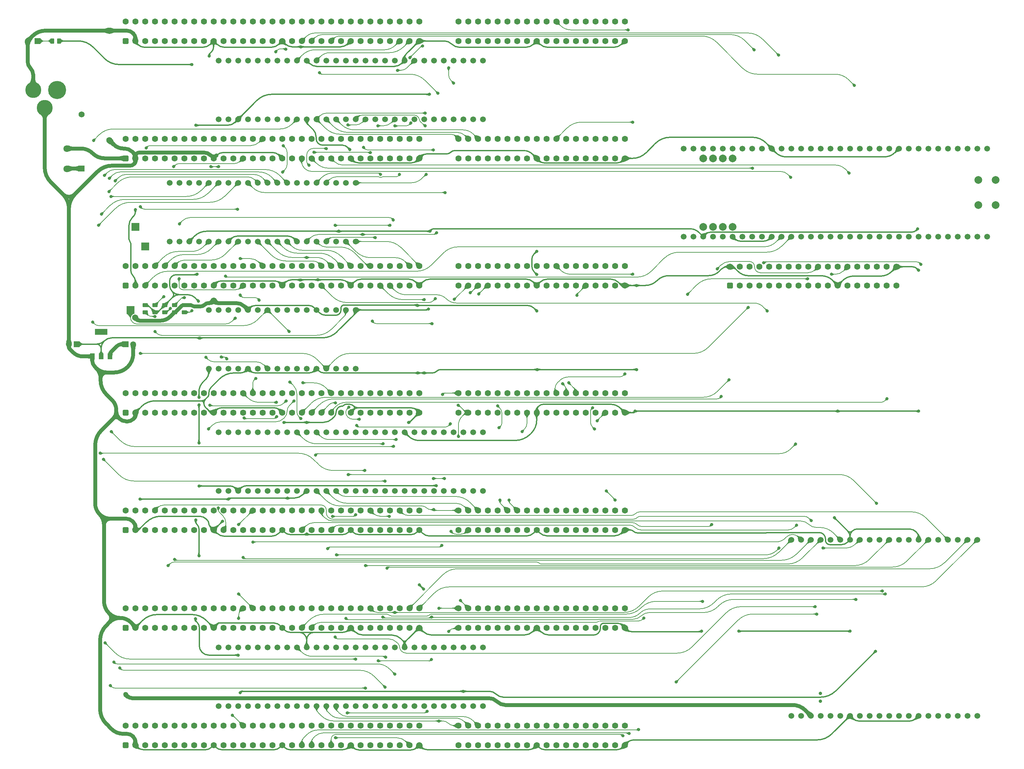
<source format=gbr>
%TF.GenerationSoftware,KiCad,Pcbnew,8.0.4*%
%TF.CreationDate,2024-08-13T10:11:20+02:00*%
%TF.ProjectId,Mainboard Small,4d61696e-626f-4617-9264-20536d616c6c,rev?*%
%TF.SameCoordinates,Original*%
%TF.FileFunction,Copper,L1,Top*%
%TF.FilePolarity,Positive*%
%FSLAX46Y46*%
G04 Gerber Fmt 4.6, Leading zero omitted, Abs format (unit mm)*
G04 Created by KiCad (PCBNEW 8.0.4) date 2024-08-13 10:11:20*
%MOMM*%
%LPD*%
G01*
G04 APERTURE LIST*
G04 Aperture macros list*
%AMRoundRect*
0 Rectangle with rounded corners*
0 $1 Rounding radius*
0 $2 $3 $4 $5 $6 $7 $8 $9 X,Y pos of 4 corners*
0 Add a 4 corners polygon primitive as box body*
4,1,4,$2,$3,$4,$5,$6,$7,$8,$9,$2,$3,0*
0 Add four circle primitives for the rounded corners*
1,1,$1+$1,$2,$3*
1,1,$1+$1,$4,$5*
1,1,$1+$1,$6,$7*
1,1,$1+$1,$8,$9*
0 Add four rect primitives between the rounded corners*
20,1,$1+$1,$2,$3,$4,$5,0*
20,1,$1+$1,$4,$5,$6,$7,0*
20,1,$1+$1,$6,$7,$8,$9,0*
20,1,$1+$1,$8,$9,$2,$3,0*%
G04 Aperture macros list end*
%TA.AperFunction,SMDPad,CuDef*%
%ADD10RoundRect,0.250000X-0.450000X0.262500X-0.450000X-0.262500X0.450000X-0.262500X0.450000X0.262500X0*%
%TD*%
%TA.AperFunction,SMDPad,CuDef*%
%ADD11R,1.200000X1.500000*%
%TD*%
%TA.AperFunction,SMDPad,CuDef*%
%ADD12R,3.300000X1.500000*%
%TD*%
%TA.AperFunction,ComponentPad*%
%ADD13RoundRect,0.400000X0.400000X0.400000X-0.400000X0.400000X-0.400000X-0.400000X0.400000X-0.400000X0*%
%TD*%
%TA.AperFunction,ComponentPad*%
%ADD14C,1.600000*%
%TD*%
%TA.AperFunction,ComponentPad*%
%ADD15C,4.700000*%
%TD*%
%TA.AperFunction,ComponentPad*%
%ADD16C,4.150000*%
%TD*%
%TA.AperFunction,ComponentPad*%
%ADD17C,1.500000*%
%TD*%
%TA.AperFunction,WasherPad*%
%ADD18C,0.900000*%
%TD*%
%TA.AperFunction,SMDPad,CuDef*%
%ADD19RoundRect,0.250000X0.450000X-0.262500X0.450000X0.262500X-0.450000X0.262500X-0.450000X-0.262500X0*%
%TD*%
%TA.AperFunction,ComponentPad*%
%ADD20R,2.000000X2.000000*%
%TD*%
%TA.AperFunction,ComponentPad*%
%ADD21R,1.500000X1.500000*%
%TD*%
%TA.AperFunction,WasherPad*%
%ADD22C,2.000000*%
%TD*%
%TA.AperFunction,SMDPad,CuDef*%
%ADD23RoundRect,0.250000X-0.262500X-0.450000X0.262500X-0.450000X0.262500X0.450000X-0.262500X0.450000X0*%
%TD*%
%TA.AperFunction,ComponentPad*%
%ADD24R,1.575000X1.575000*%
%TD*%
%TA.AperFunction,ComponentPad*%
%ADD25C,1.575000*%
%TD*%
%TA.AperFunction,ComponentPad*%
%ADD26C,1.800000*%
%TD*%
%TA.AperFunction,ViaPad*%
%ADD27C,0.800000*%
%TD*%
%TA.AperFunction,ViaPad*%
%ADD28C,1.600000*%
%TD*%
%TA.AperFunction,ViaPad*%
%ADD29C,1.300000*%
%TD*%
%TA.AperFunction,Conductor*%
%ADD30C,1.000000*%
%TD*%
%TA.AperFunction,Conductor*%
%ADD31C,0.380000*%
%TD*%
%TA.AperFunction,Conductor*%
%ADD32C,0.200000*%
%TD*%
G04 APERTURE END LIST*
D10*
%TO.P,R6,1*%
%TO.N,/GND*%
X60960000Y-91480000D03*
%TO.P,R6,2*%
%TO.N,/MPU0_{M}*%
X60960000Y-93305000D03*
%TD*%
D11*
%TO.P,IC3,1,GND*%
%TO.N,/GND*%
X37070000Y-104800000D03*
%TO.P,IC3,2,5.0VOut*%
%TO.N,/5V*%
X39370000Y-104800000D03*
%TO.P,IC3,3,15VIn*%
%TO.N,/12V*%
X41670000Y-104800000D03*
D12*
%TO.P,IC3,4,N.C*%
%TO.N,unconnected-(IC3-N.C-Pad4)*%
X39370000Y-98400000D03*
%TD*%
D13*
%TO.P,MPD0,1,1*%
%TO.N,/~{Interrupt}_{Device}1*%
X202565000Y-86360000D03*
D14*
%TO.P,MPD0,2,2*%
%TO.N,/GND*%
X202565000Y-81509000D03*
%TO.P,MPD0,3,3*%
%TO.N,/~{Interrupt}_{Device}2*%
X205105000Y-86360000D03*
%TO.P,MPD0,4,4*%
%TO.N,/~{Reset}_{Device}19*%
X205105000Y-81509000D03*
%TO.P,MPD0,5,5*%
%TO.N,/~{Interrupt}_{Device}3*%
X207645000Y-86360000D03*
%TO.P,MPD0,6,6*%
%TO.N,/~{Reset}_{Device}18*%
X207645000Y-81509000D03*
%TO.P,MPD0,7,7*%
%TO.N,/~{Interrupt}_{Device}4*%
X210185000Y-86360000D03*
%TO.P,MPD0,8,8*%
%TO.N,/~{Reset}_{Device}17*%
X210185000Y-81509000D03*
%TO.P,MPD0,9,9*%
%TO.N,/~{Interrupt}_{Device}5*%
X212725000Y-86360000D03*
%TO.P,MPD0,10,10*%
%TO.N,/~{Reset}_{Device}16*%
X212725000Y-81509000D03*
%TO.P,MPD0,11,11*%
%TO.N,/~{Interrupt}_{Device}6*%
X215265000Y-86360000D03*
%TO.P,MPD0,12,12*%
%TO.N,/~{Reset}_{Device}7*%
X215265000Y-81509000D03*
%TO.P,MPD0,13,13*%
%TO.N,/~{Interrupt}_{Device}7*%
X217805000Y-86360000D03*
%TO.P,MPD0,14,14*%
%TO.N,/~{Reset}_{Device}6*%
X217805000Y-81509000D03*
%TO.P,MPD0,15,15*%
%TO.N,/~{Interrupt}_{Device}16*%
X220345000Y-86360000D03*
%TO.P,MPD0,16,16*%
%TO.N,/~{Reset}_{Device}5*%
X220345000Y-81509000D03*
%TO.P,MPD0,17,17*%
%TO.N,/~{Interrupt}_{Device}17*%
X222885000Y-86360000D03*
%TO.P,MPD0,18,18*%
%TO.N,/~{Reset}_{Device}4*%
X222885000Y-81509000D03*
%TO.P,MPD0,19,19*%
%TO.N,/~{Interrupt}_{Device}18*%
X225425000Y-86360000D03*
%TO.P,MPD0,20,20*%
%TO.N,/~{Reset}_{Device}3*%
X225425000Y-81509000D03*
%TO.P,MPD0,21,21*%
%TO.N,/~{Interrupt}_{Device}19*%
X227965000Y-86360000D03*
%TO.P,MPD0,22,22*%
%TO.N,/~{Reset}_{Device}2*%
X227965000Y-81509000D03*
%TO.P,MPD0,23,23*%
%TO.N,/GND*%
X230505000Y-86360000D03*
%TO.P,MPD0,24,24*%
%TO.N,/~{Reset}_{Device}1*%
X230505000Y-81509000D03*
%TO.P,MPD0,25,25*%
%TO.N,/~{Enable}_{Device}19*%
X233045000Y-86360000D03*
%TO.P,MPD0,26,26*%
%TO.N,/~{Enable}_{Device}5*%
X233045000Y-81509000D03*
%TO.P,MPD0,27,27*%
%TO.N,/~{Enable}_{Device}18*%
X235585000Y-86360000D03*
%TO.P,MPD0,28,28*%
%TO.N,/~{Enable}_{Device}4*%
X235585000Y-81509000D03*
%TO.P,MPD0,29,29*%
%TO.N,/~{Enable}_{Device}17*%
X238125000Y-86360000D03*
%TO.P,MPD0,30,30*%
%TO.N,/~{Enable}_{Device}3*%
X238125000Y-81509000D03*
%TO.P,MPD0,31,31*%
%TO.N,/~{Enable}_{Device}16*%
X240665000Y-86360000D03*
%TO.P,MPD0,32,32*%
%TO.N,/~{Enable}_{Device}2*%
X240665000Y-81509000D03*
%TO.P,MPD0,33,33*%
%TO.N,/~{Enable}_{Device}7*%
X243205000Y-86360000D03*
%TO.P,MPD0,34,34*%
%TO.N,/~{Enable}_{Device}1*%
X243205000Y-81509000D03*
%TO.P,MPD0,35,35*%
%TO.N,/~{Enable}_{Device}6*%
X245745000Y-86360000D03*
%TO.P,MPD0,36,36*%
%TO.N,/GND*%
X245745000Y-81509000D03*
%TD*%
%TO.P,DEV5,A1,A1*%
%TO.N,/~{Reset}*%
X45720000Y-144780000D03*
%TO.P,DEV5,A2,A2*%
%TO.N,unconnected-(DEV5-PadA2)*%
X48260000Y-144780000D03*
%TO.P,DEV5,A3,A3*%
%TO.N,unconnected-(DEV5-PadA3)*%
X50800000Y-144780000D03*
%TO.P,DEV5,A4,A4*%
%TO.N,/A0_{D}*%
X53340000Y-144780000D03*
%TO.P,DEV5,A5,A5*%
%TO.N,/A1_{D}*%
X55880000Y-144780000D03*
%TO.P,DEV5,A6,A6*%
%TO.N,/A2_{D}*%
X58420000Y-144780000D03*
%TO.P,DEV5,A7,A7*%
%TO.N,/A3_{D}*%
X60960000Y-144780000D03*
%TO.P,DEV5,A8,A8*%
%TO.N,/A4_{D}*%
X63500000Y-144780000D03*
%TO.P,DEV5,A9,A9*%
%TO.N,/A5_{D}*%
X66040000Y-144780000D03*
%TO.P,DEV5,A10,A10*%
%TO.N,/A6_{D}*%
X68580000Y-144780000D03*
%TO.P,DEV5,A11,A11*%
%TO.N,/A7_{D}*%
X71120000Y-144780000D03*
%TO.P,DEV5,A12,A12*%
%TO.N,/A8_{D}*%
X73660000Y-144780000D03*
%TO.P,DEV5,A13,A13*%
%TO.N,/A9_{D}*%
X76200000Y-144780000D03*
%TO.P,DEV5,A14,A14*%
%TO.N,/A10_{D}*%
X78740000Y-144780000D03*
%TO.P,DEV5,A15,A15*%
%TO.N,/A11_{D}*%
X81280000Y-144780000D03*
%TO.P,DEV5,A16,A16*%
%TO.N,/A12_{D}*%
X83820000Y-144780000D03*
%TO.P,DEV5,A17,A17*%
%TO.N,/A13_{D}*%
X86360000Y-144780000D03*
%TO.P,DEV5,A18,A18*%
%TO.N,/A14_{D}*%
X88900000Y-144780000D03*
%TO.P,DEV5,A19,A19*%
%TO.N,unconnected-(DEV5-PadA19)*%
X91440000Y-144780000D03*
%TO.P,DEV5,A20,A20*%
%TO.N,unconnected-(DEV5-PadA20)*%
X93980000Y-144780000D03*
%TO.P,DEV5,A21,A21*%
%TO.N,/D7_{D}*%
X96520000Y-144780000D03*
%TO.P,DEV5,A22,A22*%
%TO.N,/D6_{D}*%
X99060000Y-144780000D03*
%TO.P,DEV5,A23,A23*%
%TO.N,/D5_{D}*%
X101600000Y-144780000D03*
%TO.P,DEV5,A24,A24*%
%TO.N,/D4_{D}*%
X104140000Y-144780000D03*
%TO.P,DEV5,A25,A25*%
%TO.N,/D3_{D}*%
X106680000Y-144780000D03*
%TO.P,DEV5,A26,A26*%
%TO.N,/D2_{D}*%
X109220000Y-144780000D03*
%TO.P,DEV5,A27,A27*%
%TO.N,/D1_{D}*%
X111760000Y-144780000D03*
%TO.P,DEV5,A28,A28*%
%TO.N,/D0_{D}*%
X114300000Y-144780000D03*
%TO.P,DEV5,A29,A29*%
%TO.N,/H2_{D}*%
X116840000Y-144780000D03*
%TO.P,DEV5,A30,A30*%
%TO.N,/H1_{D}*%
X119380000Y-144780000D03*
%TO.P,DEV5,A31,A31*%
%TO.N,/H0_{D}*%
X121920000Y-144780000D03*
D13*
%TO.P,DEV5,B1,B1*%
%TO.N,/12V*%
X45720000Y-149860000D03*
D14*
%TO.P,DEV5,B2,B2*%
%TO.N,/GND*%
X48260000Y-149860000D03*
%TO.P,DEV5,B3,B3*%
%TO.N,/CLK_{M0}*%
X50800000Y-149860000D03*
%TO.P,DEV5,B4,B4*%
%TO.N,unconnected-(DEV5-PadB4)*%
X53340000Y-149860000D03*
%TO.P,DEV5,B5,B5*%
%TO.N,unconnected-(DEV5-PadB5)*%
X55880000Y-149860000D03*
%TO.P,DEV5,B6,B6*%
%TO.N,unconnected-(DEV5-PadB6)*%
X58420000Y-149860000D03*
%TO.P,DEV5,B7,B7*%
%TO.N,unconnected-(DEV5-PadB7)*%
X60960000Y-149860000D03*
%TO.P,DEV5,B8,B8*%
%TO.N,unconnected-(DEV5-PadB8)*%
X63500000Y-149860000D03*
%TO.P,DEV5,B9,B9*%
%TO.N,/~{Main}_{2}*%
X66040000Y-149860000D03*
%TO.P,DEV5,B10,B10*%
%TO.N,/GND*%
X68580000Y-149860000D03*
%TO.P,DEV5,B11,B11*%
%TO.N,/~{Main Access}_{M0}*%
X71120000Y-149860000D03*
%TO.P,DEV5,B12,B12*%
%TO.N,unconnected-(DEV5-PadB12)*%
X73660000Y-149860000D03*
%TO.P,DEV5,B13,B13*%
%TO.N,/~{RD}_{D}*%
X76200000Y-149860000D03*
%TO.P,DEV5,B14,B14*%
%TO.N,/~{WD}_{D}*%
X78740000Y-149860000D03*
%TO.P,DEV5,B15,B15*%
%TO.N,/CLK_{D}*%
X81280000Y-149860000D03*
%TO.P,DEV5,B16,B16*%
%TO.N,/~{CLK}_{D}*%
X83820000Y-149860000D03*
%TO.P,DEV5,B17,B17*%
%TO.N,/GND*%
X86360000Y-149860000D03*
%TO.P,DEV5,B18,B18*%
%TO.N,unconnected-(DEV5-PadB18)*%
X88900000Y-149860000D03*
%TO.P,DEV5,B19,B19*%
%TO.N,/~{Interrupt}_{Device}5*%
X91440000Y-149860000D03*
%TO.P,DEV5,B20,B20*%
%TO.N,/~{Reset}_{Device}5*%
X93980000Y-149860000D03*
%TO.P,DEV5,B21,B21*%
%TO.N,/~{Select}_{Device}5*%
X96520000Y-149860000D03*
%TO.P,DEV5,B22,B22*%
%TO.N,/~{Enable}_{Device}5*%
X99060000Y-149860000D03*
%TO.P,DEV5,B23,B23*%
%TO.N,unconnected-(DEV5-PadB23)*%
X101600000Y-149860000D03*
%TO.P,DEV5,B24,B24*%
%TO.N,/GND*%
X104140000Y-149860000D03*
%TO.P,DEV5,B25,B25*%
%TO.N,unconnected-(DEV5-PadB25)*%
X106680000Y-149860000D03*
%TO.P,DEV5,B26,B26*%
%TO.N,unconnected-(DEV5-PadB26)*%
X109220000Y-149860000D03*
%TO.P,DEV5,B27,B27*%
%TO.N,unconnected-(DEV5-PadB27)*%
X111760000Y-149860000D03*
%TO.P,DEV5,B28,B28*%
%TO.N,unconnected-(DEV5-PadB28)*%
X114300000Y-149860000D03*
%TO.P,DEV5,B29,B29*%
%TO.N,/~{Memory Lo}_{ Device}5*%
X116840000Y-149860000D03*
%TO.P,DEV5,B30,B30*%
%TO.N,/~{Memory Hi}_{ Device}5*%
X119380000Y-149860000D03*
%TO.P,DEV5,B31,B31*%
%TO.N,/GND*%
X121920000Y-149860000D03*
%TO.P,DEV5,C1,C1*%
%TO.N,/A23_{M}*%
X132080000Y-144780000D03*
%TO.P,DEV5,C2,C2*%
%TO.N,/A22_{M}*%
X134620000Y-144780000D03*
%TO.P,DEV5,C3,C3*%
%TO.N,/A21_{M}*%
X137160000Y-144780000D03*
%TO.P,DEV5,C4,C4*%
%TO.N,/A20_{M}*%
X139700000Y-144780000D03*
%TO.P,DEV5,C5,C5*%
%TO.N,/A19_{M}*%
X142240000Y-144780000D03*
%TO.P,DEV5,C6,C6*%
%TO.N,/A18_{M}*%
X144780000Y-144780000D03*
%TO.P,DEV5,C7,C7*%
%TO.N,/A17_{M}*%
X147320000Y-144780000D03*
%TO.P,DEV5,C8,C8*%
%TO.N,/A16_{M}*%
X149860000Y-144780000D03*
%TO.P,DEV5,C9,C9*%
%TO.N,/A15_{M}*%
X152400000Y-144780000D03*
%TO.P,DEV5,C10,C10*%
%TO.N,/A14_{M}*%
X154940000Y-144780000D03*
%TO.P,DEV5,C11,C11*%
%TO.N,/A13_{M}*%
X157480000Y-144780000D03*
%TO.P,DEV5,C12,C12*%
%TO.N,/A12_{M}*%
X160020000Y-144780000D03*
%TO.P,DEV5,C13,C13*%
%TO.N,/A11_{M}*%
X162560000Y-144780000D03*
%TO.P,DEV5,C14,C14*%
%TO.N,/A10_{M}*%
X165100000Y-144780000D03*
%TO.P,DEV5,C15,C15*%
%TO.N,/A9_{M}*%
X167640000Y-144780000D03*
%TO.P,DEV5,C16,C16*%
%TO.N,/A8_{M}*%
X170180000Y-144780000D03*
%TO.P,DEV5,C17,C17*%
%TO.N,/A7_{M}*%
X172720000Y-144780000D03*
%TO.P,DEV5,C18,C18*%
%TO.N,/A6_{M}*%
X175260000Y-144780000D03*
%TO.P,DEV5,D1,D1*%
%TO.N,/D7_{M}*%
X132080000Y-149860000D03*
%TO.P,DEV5,D2,D2*%
%TO.N,/D6_{M}*%
X134620000Y-149860000D03*
%TO.P,DEV5,D3,D3*%
%TO.N,/D5_{M}*%
X137160000Y-149860000D03*
%TO.P,DEV5,D4,D4*%
%TO.N,/D4_{M}*%
X139700000Y-149860000D03*
%TO.P,DEV5,D5,D5*%
%TO.N,/D3_{M}*%
X142240000Y-149860000D03*
%TO.P,DEV5,D6,D6*%
%TO.N,/D2_{M}*%
X144780000Y-149860000D03*
%TO.P,DEV5,D7,D7*%
%TO.N,/D1_{M}*%
X147320000Y-149860000D03*
%TO.P,DEV5,D8,D8*%
%TO.N,/D0_{M}*%
X149860000Y-149860000D03*
%TO.P,DEV5,D9,D9*%
%TO.N,/GND*%
X152400000Y-149860000D03*
%TO.P,DEV5,D10,D10*%
%TO.N,/~{RD}_{M}*%
X154940000Y-149860000D03*
%TO.P,DEV5,D11,D11*%
%TO.N,/~{WD}_{M}*%
X157480000Y-149860000D03*
%TO.P,DEV5,D12,D12*%
%TO.N,/A5_{M}*%
X160020000Y-149860000D03*
%TO.P,DEV5,D13,D13*%
%TO.N,/A4_{M}*%
X162560000Y-149860000D03*
%TO.P,DEV5,D14,D14*%
%TO.N,/A3_{M}*%
X165100000Y-149860000D03*
%TO.P,DEV5,D15,D15*%
%TO.N,/A2_{M}*%
X167640000Y-149860000D03*
%TO.P,DEV5,D16,D16*%
%TO.N,/A1_{M}*%
X170180000Y-149860000D03*
%TO.P,DEV5,D17,D17*%
%TO.N,/A0_{M}*%
X172720000Y-149860000D03*
%TO.P,DEV5,D18,D18*%
%TO.N,/GND*%
X175260000Y-149860000D03*
%TD*%
D15*
%TO.P,J3,A1,VCC*%
%TO.N,/12V Socket*%
X27940000Y-35560000D03*
D16*
%TO.P,J3,B1,GND*%
%TO.N,/GND*%
X24740000Y-40260000D03*
%TO.P,J3,C1,GND*%
X21740000Y-35560000D03*
%TD*%
D17*
%TO.P,B1,1,N.C.*%
%TO.N,unconnected-(B1-N.C.-Pad1)*%
X69850000Y-43180000D03*
%TO.P,B1,2,N.C.*%
%TO.N,unconnected-(B1-N.C.-Pad2)*%
X72390000Y-43180000D03*
%TO.P,B1,3,5V*%
%TO.N,/5V*%
X74930000Y-43180000D03*
%TO.P,B1,4,N.C.*%
%TO.N,unconnected-(B1-N.C.-Pad4)*%
X77470000Y-43180000D03*
%TO.P,B1,5,N.C.*%
%TO.N,unconnected-(B1-N.C.-Pad5)*%
X80010000Y-43180000D03*
%TO.P,B1,6,N.C.*%
%TO.N,unconnected-(B1-N.C.-Pad6)*%
X82550000Y-43180000D03*
%TO.P,B1,7,N.C.*%
%TO.N,unconnected-(B1-N.C.-Pad7)*%
X85090000Y-43180000D03*
%TO.P,B1,8,N.C.*%
%TO.N,unconnected-(B1-N.C.-Pad8)*%
X87630000Y-43180000D03*
%TO.P,B1,9,~{Main}_{M}*%
%TO.N,/~{Main}_{M}*%
X90170000Y-43180000D03*
%TO.P,B1,10,GND*%
%TO.N,/GND*%
X92710000Y-43180000D03*
%TO.P,B1,11,A23*%
%TO.N,/A23_{M}*%
X95250000Y-43180000D03*
%TO.P,B1,12,A22*%
%TO.N,/A22_{M}*%
X97790000Y-43180000D03*
%TO.P,B1,13,A21*%
%TO.N,/A21_{M}*%
X100330000Y-43180000D03*
%TO.P,B1,14,N.C.*%
%TO.N,unconnected-(B1-N.C.-Pad14)*%
X102870000Y-43180000D03*
%TO.P,B1,15,Select_1_{_Device}X*%
%TO.N,/Device_{16} 2MB Select_{0}*%
X105410000Y-43180000D03*
%TO.P,B1,16,Select_0_{_Device}X*%
%TO.N,/Device_{16} 2MB Select_{1}*%
X107950000Y-43180000D03*
%TO.P,B1,17,N.C.*%
%TO.N,unconnected-(B1-N.C.-Pad17)*%
X110490000Y-43180000D03*
%TO.P,B1,18,Select_1_{_Device}Y*%
%TO.N,/Device_{17} 2MB Select_{0}*%
X113030000Y-43180000D03*
%TO.P,B1,19,Select_0_{_Device}Y*%
%TO.N,/Device_{17} 2MB Select_{1}*%
X115570000Y-43180000D03*
%TO.P,B1,20,GND*%
%TO.N,/GND*%
X118110000Y-43180000D03*
%TO.P,B1,21,N.C.*%
%TO.N,unconnected-(B1-N.C.-Pad21)*%
X120650000Y-43180000D03*
%TO.P,B1,22,N.C.*%
%TO.N,unconnected-(B1-N.C.-Pad22)*%
X123190000Y-43180000D03*
%TO.P,B1,23,N.C.*%
%TO.N,unconnected-(B1-N.C.-Pad23)*%
X125730000Y-43180000D03*
%TO.P,B1,24,N.C.*%
%TO.N,unconnected-(B1-N.C.-Pad24)*%
X128270000Y-43180000D03*
%TO.P,B1,25,N.C.*%
%TO.N,unconnected-(B1-N.C.-Pad25)*%
X130810000Y-43180000D03*
%TO.P,B1,26,N.C.*%
%TO.N,unconnected-(B1-N.C.-Pad26)*%
X133350000Y-43180000D03*
%TO.P,B1,27,N.C.*%
%TO.N,unconnected-(B1-N.C.-Pad27)*%
X135890000Y-43180000D03*
%TO.P,B1,28,N.C.*%
%TO.N,unconnected-(B1-N.C.-Pad28)*%
X138430000Y-43180000D03*
%TO.P,B1,29,N.C.*%
%TO.N,unconnected-(B1-N.C.-Pad29)*%
X138430000Y-27940000D03*
%TO.P,B1,30,N.C.*%
%TO.N,unconnected-(B1-N.C.-Pad30)*%
X135890000Y-27940000D03*
%TO.P,B1,31,5V*%
%TO.N,/5V*%
X133350000Y-27940000D03*
%TO.P,B1,32,N.C.*%
%TO.N,unconnected-(B1-N.C.-Pad32)*%
X130810000Y-27940000D03*
%TO.P,B1,33,N.C.*%
%TO.N,unconnected-(B1-N.C.-Pad33)*%
X128270000Y-27940000D03*
%TO.P,B1,34,N.C.*%
%TO.N,unconnected-(B1-N.C.-Pad34)*%
X125730000Y-27940000D03*
%TO.P,B1,35,N.C.*%
%TO.N,unconnected-(B1-N.C.-Pad35)*%
X123190000Y-27940000D03*
%TO.P,B1,36,~{Memory__{2..4MB}}_{_Device}Y*%
%TO.N,/~{Memory Hi}_{ Device}17*%
X120650000Y-27940000D03*
%TO.P,B1,37,GND*%
%TO.N,/GND*%
X118110000Y-27940000D03*
%TO.P,B1,38,~{Memory__{0..2MB}}_{_Device}Y*%
%TO.N,/~{Memory Lo}_{ Device}17*%
X115570000Y-27940000D03*
%TO.P,B1,39,N.C.*%
%TO.N,unconnected-(B1-N.C.-Pad39)*%
X113030000Y-27940000D03*
%TO.P,B1,40,N.C.*%
%TO.N,unconnected-(B1-N.C.-Pad40)*%
X110490000Y-27940000D03*
%TO.P,B1,41,N.C.*%
%TO.N,unconnected-(B1-N.C.-Pad41)*%
X107950000Y-27940000D03*
%TO.P,B1,42,N.C.*%
%TO.N,unconnected-(B1-N.C.-Pad42)*%
X105410000Y-27940000D03*
%TO.P,B1,43,N.C.*%
%TO.N,unconnected-(B1-N.C.-Pad43)*%
X102870000Y-27940000D03*
%TO.P,B1,44,N.C.*%
%TO.N,unconnected-(B1-N.C.-Pad44)*%
X100330000Y-27940000D03*
%TO.P,B1,45,N.C.*%
%TO.N,unconnected-(B1-N.C.-Pad45)*%
X97790000Y-27940000D03*
%TO.P,B1,46,~{Memory__{2..4MB}}_{_Device}X*%
%TO.N,/~{Memory Hi}_{ Device}16*%
X95250000Y-27940000D03*
%TO.P,B1,47,GND*%
%TO.N,/GND*%
X92710000Y-27940000D03*
%TO.P,B1,48,~{Memory__{0..2MB}}_{_Device}X*%
%TO.N,/~{Memory Lo}_{ Device}16*%
X90170000Y-27940000D03*
%TO.P,B1,49,N.C.*%
%TO.N,unconnected-(B1-N.C.-Pad49)*%
X87630000Y-27940000D03*
%TO.P,B1,50,N.C.*%
%TO.N,unconnected-(B1-N.C.-Pad50)*%
X85090000Y-27940000D03*
%TO.P,B1,51,N.C.*%
%TO.N,unconnected-(B1-N.C.-Pad51)*%
X82550000Y-27940000D03*
%TO.P,B1,52,N.C.*%
%TO.N,unconnected-(B1-N.C.-Pad52)*%
X80010000Y-27940000D03*
%TO.P,B1,53,N.C.*%
%TO.N,unconnected-(B1-N.C.-Pad53)*%
X77470000Y-27940000D03*
%TO.P,B1,54,N.C.*%
%TO.N,unconnected-(B1-N.C.-Pad54)*%
X74930000Y-27940000D03*
%TO.P,B1,55,N.C.*%
%TO.N,unconnected-(B1-N.C.-Pad55)*%
X72390000Y-27940000D03*
%TO.P,B1,56,N.C.*%
%TO.N,unconnected-(B1-N.C.-Pad56)*%
X69850000Y-27940000D03*
%TD*%
%TO.P,B3,1,N.C.*%
%TO.N,unconnected-(B3-N.C.-Pad1)*%
X69850000Y-195580000D03*
%TO.P,B3,2,N.C.*%
%TO.N,unconnected-(B3-N.C.-Pad2)*%
X72390000Y-195580000D03*
%TO.P,B3,3,5V*%
%TO.N,/5V*%
X74930000Y-195580000D03*
%TO.P,B3,4,N.C.*%
%TO.N,unconnected-(B3-N.C.-Pad4)*%
X77470000Y-195580000D03*
%TO.P,B3,5,N.C.*%
%TO.N,unconnected-(B3-N.C.-Pad5)*%
X80010000Y-195580000D03*
%TO.P,B3,6,N.C.*%
%TO.N,unconnected-(B3-N.C.-Pad6)*%
X82550000Y-195580000D03*
%TO.P,B3,7,N.C.*%
%TO.N,unconnected-(B3-N.C.-Pad7)*%
X85090000Y-195580000D03*
%TO.P,B3,8,N.C.*%
%TO.N,unconnected-(B3-N.C.-Pad8)*%
X87630000Y-195580000D03*
%TO.P,B3,9,~{Main}_{M}*%
%TO.N,/~{Main}_{M}*%
X90170000Y-195580000D03*
%TO.P,B3,10,GND*%
%TO.N,/GND*%
X92710000Y-195580000D03*
%TO.P,B3,11,A23*%
%TO.N,/A23_{M}*%
X95250000Y-195580000D03*
%TO.P,B3,12,A22*%
%TO.N,/A22_{M}*%
X97790000Y-195580000D03*
%TO.P,B3,13,A21*%
%TO.N,/A21_{M}*%
X100330000Y-195580000D03*
%TO.P,B3,14,N.C.*%
%TO.N,unconnected-(B3-N.C.-Pad14)*%
X102870000Y-195580000D03*
%TO.P,B3,15,Select_1_{_Device}X*%
%TO.N,/Device_{3} 2MB Select_{0}*%
X105410000Y-195580000D03*
%TO.P,B3,16,Select_0_{_Device}X*%
%TO.N,/Device_{3} 2MB Select_{1}*%
X107950000Y-195580000D03*
%TO.P,B3,17,N.C.*%
%TO.N,unconnected-(B3-N.C.-Pad17)*%
X110490000Y-195580000D03*
%TO.P,B3,18,Select_1_{_Device}Y*%
%TO.N,/Device_{4} 2MB Select_{0}*%
X113030000Y-195580000D03*
%TO.P,B3,19,Select_0_{_Device}Y*%
%TO.N,/Device_{4} 2MB Select_{1}*%
X115570000Y-195580000D03*
%TO.P,B3,20,GND*%
%TO.N,/GND*%
X118110000Y-195580000D03*
%TO.P,B3,21,N.C.*%
%TO.N,unconnected-(B3-N.C.-Pad21)*%
X120650000Y-195580000D03*
%TO.P,B3,22,N.C.*%
%TO.N,unconnected-(B3-N.C.-Pad22)*%
X123190000Y-195580000D03*
%TO.P,B3,23,N.C.*%
%TO.N,unconnected-(B3-N.C.-Pad23)*%
X125730000Y-195580000D03*
%TO.P,B3,24,N.C.*%
%TO.N,unconnected-(B3-N.C.-Pad24)*%
X128270000Y-195580000D03*
%TO.P,B3,25,N.C.*%
%TO.N,unconnected-(B3-N.C.-Pad25)*%
X130810000Y-195580000D03*
%TO.P,B3,26,N.C.*%
%TO.N,unconnected-(B3-N.C.-Pad26)*%
X133350000Y-195580000D03*
%TO.P,B3,27,N.C.*%
%TO.N,unconnected-(B3-N.C.-Pad27)*%
X135890000Y-195580000D03*
%TO.P,B3,28,N.C.*%
%TO.N,unconnected-(B3-N.C.-Pad28)*%
X138430000Y-195580000D03*
%TO.P,B3,29,N.C.*%
%TO.N,unconnected-(B3-N.C.-Pad29)*%
X138430000Y-180340000D03*
%TO.P,B3,30,N.C.*%
%TO.N,unconnected-(B3-N.C.-Pad30)*%
X135890000Y-180340000D03*
%TO.P,B3,31,5V*%
%TO.N,/5V*%
X133350000Y-180340000D03*
%TO.P,B3,32,N.C.*%
%TO.N,unconnected-(B3-N.C.-Pad32)*%
X130810000Y-180340000D03*
%TO.P,B3,33,N.C.*%
%TO.N,unconnected-(B3-N.C.-Pad33)*%
X128270000Y-180340000D03*
%TO.P,B3,34,N.C.*%
%TO.N,unconnected-(B3-N.C.-Pad34)*%
X125730000Y-180340000D03*
%TO.P,B3,35,N.C.*%
%TO.N,unconnected-(B3-N.C.-Pad35)*%
X123190000Y-180340000D03*
%TO.P,B3,36,~{Memory__{2..4MB}}_{_Device}Y*%
%TO.N,/~{Memory Hi}_{ Device}4*%
X120650000Y-180340000D03*
%TO.P,B3,37,GND*%
%TO.N,/GND*%
X118110000Y-180340000D03*
%TO.P,B3,38,~{Memory__{0..2MB}}_{_Device}Y*%
%TO.N,/~{Memory Lo}_{ Device}4*%
X115570000Y-180340000D03*
%TO.P,B3,39,N.C.*%
%TO.N,unconnected-(B3-N.C.-Pad39)*%
X113030000Y-180340000D03*
%TO.P,B3,40,N.C.*%
%TO.N,unconnected-(B3-N.C.-Pad40)*%
X110490000Y-180340000D03*
%TO.P,B3,41,N.C.*%
%TO.N,unconnected-(B3-N.C.-Pad41)*%
X107950000Y-180340000D03*
%TO.P,B3,42,N.C.*%
%TO.N,unconnected-(B3-N.C.-Pad42)*%
X105410000Y-180340000D03*
%TO.P,B3,43,N.C.*%
%TO.N,unconnected-(B3-N.C.-Pad43)*%
X102870000Y-180340000D03*
%TO.P,B3,44,N.C.*%
%TO.N,unconnected-(B3-N.C.-Pad44)*%
X100330000Y-180340000D03*
%TO.P,B3,45,N.C.*%
%TO.N,unconnected-(B3-N.C.-Pad45)*%
X97790000Y-180340000D03*
%TO.P,B3,46,~{Memory__{2..4MB}}_{_Device}X*%
%TO.N,/~{Memory Hi}_{ Device}3*%
X95250000Y-180340000D03*
%TO.P,B3,47,GND*%
%TO.N,/GND*%
X92710000Y-180340000D03*
%TO.P,B3,48,~{Memory__{0..2MB}}_{_Device}X*%
%TO.N,/~{Memory Lo}_{ Device}3*%
X90170000Y-180340000D03*
%TO.P,B3,49,N.C.*%
%TO.N,unconnected-(B3-N.C.-Pad49)*%
X87630000Y-180340000D03*
%TO.P,B3,50,N.C.*%
%TO.N,unconnected-(B3-N.C.-Pad50)*%
X85090000Y-180340000D03*
%TO.P,B3,51,N.C.*%
%TO.N,unconnected-(B3-N.C.-Pad51)*%
X82550000Y-180340000D03*
%TO.P,B3,52,N.C.*%
%TO.N,unconnected-(B3-N.C.-Pad52)*%
X80010000Y-180340000D03*
%TO.P,B3,53,N.C.*%
%TO.N,unconnected-(B3-N.C.-Pad53)*%
X77470000Y-180340000D03*
%TO.P,B3,54,N.C.*%
%TO.N,unconnected-(B3-N.C.-Pad54)*%
X74930000Y-180340000D03*
%TO.P,B3,55,N.C.*%
%TO.N,unconnected-(B3-N.C.-Pad55)*%
X72390000Y-180340000D03*
%TO.P,B3,56,N.C.*%
%TO.N,unconnected-(B3-N.C.-Pad56)*%
X69850000Y-180340000D03*
%TD*%
D18*
%TO.P,B6,*%
%TO.N,*%
X226035000Y-194335400D03*
X226035000Y-192335400D03*
D17*
%TO.P,B6,1,N.C.*%
%TO.N,unconnected-(B6-N.C.-Pad1)*%
X218440000Y-198120000D03*
%TO.P,B6,2,N.C.*%
%TO.N,unconnected-(B6-N.C.-Pad2)*%
X220980000Y-198120000D03*
%TO.P,B6,3,12V*%
%TO.N,/12V*%
X223520000Y-198120000D03*
%TO.P,B6,4,~{Select}*%
%TO.N,/~{Select}_{Device}2*%
X226060000Y-198120000D03*
%TO.P,B6,5,N.C.*%
%TO.N,unconnected-(B6-N.C.-Pad5)*%
X228600000Y-198120000D03*
%TO.P,B6,6,N.C.*%
%TO.N,unconnected-(B6-N.C.-Pad6)*%
X231140000Y-198120000D03*
%TO.P,B6,7,GND*%
%TO.N,/GND*%
X233680000Y-198120000D03*
%TO.P,B6,8,N.C.*%
%TO.N,unconnected-(B6-N.C.-Pad8)*%
X236220000Y-198120000D03*
%TO.P,B6,9,N.C.*%
%TO.N,unconnected-(B6-N.C.-Pad9)*%
X238760000Y-198120000D03*
%TO.P,B6,10,N.C.*%
%TO.N,unconnected-(B6-N.C.-Pad10)*%
X241300000Y-198120000D03*
%TO.P,B6,11,N.C.*%
%TO.N,unconnected-(B6-N.C.-Pad11)*%
X243840000Y-198120000D03*
%TO.P,B6,12,N.C.*%
%TO.N,unconnected-(B6-N.C.-Pad12)*%
X246380000Y-198120000D03*
%TO.P,B6,13,N.C.*%
%TO.N,unconnected-(B6-N.C.-Pad13)*%
X248920000Y-198120000D03*
%TO.P,B6,14,GND*%
%TO.N,/GND*%
X251460000Y-198120000D03*
%TO.P,B6,15,~{Reset}*%
%TO.N,/~{Reset}*%
X254000000Y-198120000D03*
%TO.P,B6,16,N.C.*%
%TO.N,unconnected-(B6-N.C.-Pad16)*%
X256540000Y-198120000D03*
%TO.P,B6,17,N.C.*%
%TO.N,unconnected-(B6-N.C.-Pad17)*%
X259080000Y-198120000D03*
%TO.P,B6,18,N.C.*%
%TO.N,unconnected-(B6-N.C.-Pad18)*%
X261620000Y-198120000D03*
%TO.P,B6,19,N.C.*%
%TO.N,unconnected-(B6-N.C.-Pad19)*%
X264160000Y-198120000D03*
%TO.P,B6,20,N.C.*%
%TO.N,unconnected-(B6-N.C.-Pad20)*%
X266700000Y-198120000D03*
%TO.P,B6,21,H0*%
%TO.N,/H0_{D}*%
X266700000Y-152400000D03*
%TO.P,B6,22,H1*%
%TO.N,/H1_{D}*%
X264160000Y-152400000D03*
%TO.P,B6,23,N.C.*%
%TO.N,unconnected-(B6-N.C.-Pad23)*%
X261620000Y-152400000D03*
%TO.P,B6,24,H2*%
%TO.N,/H2_{D}*%
X259080000Y-152400000D03*
%TO.P,B6,25,N.C.*%
%TO.N,unconnected-(B6-N.C.-Pad25)*%
X256540000Y-152400000D03*
%TO.P,B6,26,D0*%
%TO.N,/D0_{D}*%
X254000000Y-152400000D03*
%TO.P,B6,27,GND*%
%TO.N,/GND*%
X251460000Y-152400000D03*
%TO.P,B6,28,D1*%
%TO.N,/D1_{D}*%
X248920000Y-152400000D03*
%TO.P,B6,29,D2*%
%TO.N,/D2_{D}*%
X246380000Y-152400000D03*
%TO.P,B6,30,D3*%
%TO.N,/D3_{D}*%
X243840000Y-152400000D03*
%TO.P,B6,31,D4*%
%TO.N,/D4_{D}*%
X241300000Y-152400000D03*
%TO.P,B6,32,D5*%
%TO.N,/D5_{D}*%
X238760000Y-152400000D03*
%TO.P,B6,33,D6*%
%TO.N,/D6_{D}*%
X236220000Y-152400000D03*
%TO.P,B6,34,GND*%
%TO.N,/GND*%
X233680000Y-152400000D03*
%TO.P,B6,35,D7*%
%TO.N,/D7_{D}*%
X231140000Y-152400000D03*
%TO.P,B6,36,A0*%
%TO.N,/A0_{D}*%
X228600000Y-152400000D03*
%TO.P,B6,37,A1*%
%TO.N,/A1_{D}*%
X226060000Y-152400000D03*
%TO.P,B6,38,A2*%
%TO.N,/A2_{D}*%
X223520000Y-152400000D03*
%TO.P,B6,39,~{WD}*%
%TO.N,/~{WD}_{D}*%
X220980000Y-152400000D03*
%TO.P,B6,40,~{RD}*%
%TO.N,/~{RD}_{D}*%
X218440000Y-152400000D03*
%TD*%
D19*
%TO.P,R2,1*%
%TO.N,/5V*%
X53340000Y-93305000D03*
%TO.P,R2,2*%
%TO.N,/~{NMI}_{2}*%
X53340000Y-91480000D03*
%TD*%
D10*
%TO.P,R1,1*%
%TO.N,/5V*%
X50800000Y-91480000D03*
%TO.P,R1,2*%
%TO.N,/~{NMI}_{1}*%
X50800000Y-93305000D03*
%TD*%
%TO.P,R4,1*%
%TO.N,/5V*%
X55900000Y-91480000D03*
%TO.P,R4,2*%
%TO.N,/~{ABORT}*%
X55900000Y-93305000D03*
%TD*%
D20*
%TO.P,TP2,1,1*%
%TO.N,/Kernal*%
X50800000Y-76240000D03*
%TD*%
D21*
%TO.P,C4,1*%
%TO.N,/12V*%
X45720000Y-101600000D03*
D17*
%TO.P,C4,2*%
%TO.N,/GND*%
X47720000Y-101600000D03*
%TD*%
D19*
%TO.P,R5,1*%
%TO.N,/GND*%
X58400000Y-93305000D03*
%TO.P,R5,2*%
%TO.N,/MPU1_{M}*%
X58400000Y-91480000D03*
%TD*%
D20*
%TO.P,TP1,1,1*%
%TO.N,/~{Device}*%
X48260000Y-71160000D03*
%TD*%
D14*
%TO.P,DEV16,A1,A1*%
%TO.N,/~{Reset}*%
X45720000Y-17780000D03*
%TO.P,DEV16,A2,A2*%
%TO.N,unconnected-(DEV16-PadA2)*%
X48260000Y-17780000D03*
%TO.P,DEV16,A3,A3*%
%TO.N,unconnected-(DEV16-PadA3)*%
X50800000Y-17780000D03*
%TO.P,DEV16,A4,A4*%
%TO.N,/A0_{D}*%
X53340000Y-17780000D03*
%TO.P,DEV16,A5,A5*%
%TO.N,/A1_{D}*%
X55880000Y-17780000D03*
%TO.P,DEV16,A6,A6*%
%TO.N,/A2_{D}*%
X58420000Y-17780000D03*
%TO.P,DEV16,A7,A7*%
%TO.N,/A3_{D}*%
X60960000Y-17780000D03*
%TO.P,DEV16,A8,A8*%
%TO.N,/A4_{D}*%
X63500000Y-17780000D03*
%TO.P,DEV16,A9,A9*%
%TO.N,/A5_{D}*%
X66040000Y-17780000D03*
%TO.P,DEV16,A10,A10*%
%TO.N,/A6_{D}*%
X68580000Y-17780000D03*
%TO.P,DEV16,A11,A11*%
%TO.N,/A7_{D}*%
X71120000Y-17780000D03*
%TO.P,DEV16,A12,A12*%
%TO.N,/A8_{D}*%
X73660000Y-17780000D03*
%TO.P,DEV16,A13,A13*%
%TO.N,/A9_{D}*%
X76200000Y-17780000D03*
%TO.P,DEV16,A14,A14*%
%TO.N,/A10_{D}*%
X78740000Y-17780000D03*
%TO.P,DEV16,A15,A15*%
%TO.N,/A11_{D}*%
X81280000Y-17780000D03*
%TO.P,DEV16,A16,A16*%
%TO.N,/A12_{D}*%
X83820000Y-17780000D03*
%TO.P,DEV16,A17,A17*%
%TO.N,/A13_{D}*%
X86360000Y-17780000D03*
%TO.P,DEV16,A18,A18*%
%TO.N,/A14_{D}*%
X88900000Y-17780000D03*
%TO.P,DEV16,A19,A19*%
%TO.N,/A15_{D}*%
X91440000Y-17780000D03*
%TO.P,DEV16,A20,A20*%
%TO.N,/A16_{D}*%
X93980000Y-17780000D03*
%TO.P,DEV16,A21,A21*%
%TO.N,/D7_{D}*%
X96520000Y-17780000D03*
%TO.P,DEV16,A22,A22*%
%TO.N,/D6_{D}*%
X99060000Y-17780000D03*
%TO.P,DEV16,A23,A23*%
%TO.N,/D5_{D}*%
X101600000Y-17780000D03*
%TO.P,DEV16,A24,A24*%
%TO.N,/D4_{D}*%
X104140000Y-17780000D03*
%TO.P,DEV16,A25,A25*%
%TO.N,/D3_{D}*%
X106680000Y-17780000D03*
%TO.P,DEV16,A26,A26*%
%TO.N,/D2_{D}*%
X109220000Y-17780000D03*
%TO.P,DEV16,A27,A27*%
%TO.N,/D1_{D}*%
X111760000Y-17780000D03*
%TO.P,DEV16,A28,A28*%
%TO.N,/D0_{D}*%
X114300000Y-17780000D03*
%TO.P,DEV16,A29,A29*%
%TO.N,/H2_{D}*%
X116840000Y-17780000D03*
%TO.P,DEV16,A30,A30*%
%TO.N,/H1_{D}*%
X119380000Y-17780000D03*
%TO.P,DEV16,A31,A31*%
%TO.N,/H0_{D}*%
X121920000Y-17780000D03*
D13*
%TO.P,DEV16,B1,B1*%
%TO.N,/12V*%
X45720000Y-22860000D03*
D14*
%TO.P,DEV16,B2,B2*%
%TO.N,/GND*%
X48260000Y-22860000D03*
%TO.P,DEV16,B3,B3*%
%TO.N,unconnected-(DEV16-PadB3)*%
X50800000Y-22860000D03*
%TO.P,DEV16,B4,B4*%
%TO.N,unconnected-(DEV16-PadB4)*%
X53340000Y-22860000D03*
%TO.P,DEV16,B5,B5*%
%TO.N,unconnected-(DEV16-PadB5)*%
X55880000Y-22860000D03*
%TO.P,DEV16,B6,B6*%
%TO.N,unconnected-(DEV16-PadB6)*%
X58420000Y-22860000D03*
%TO.P,DEV16,B7,B7*%
%TO.N,unconnected-(DEV16-PadB7)*%
X60960000Y-22860000D03*
%TO.P,DEV16,B8,B8*%
%TO.N,unconnected-(DEV16-PadB8)*%
X63500000Y-22860000D03*
%TO.P,DEV16,B9,B9*%
%TO.N,unconnected-(DEV16-PadB9)*%
X66040000Y-22860000D03*
%TO.P,DEV16,B10,B10*%
%TO.N,/GND*%
X68580000Y-22860000D03*
%TO.P,DEV16,B11,B11*%
%TO.N,unconnected-(DEV16-PadB11)*%
X71120000Y-22860000D03*
%TO.P,DEV16,B12,B12*%
%TO.N,unconnected-(DEV16-PadB12)*%
X73660000Y-22860000D03*
%TO.P,DEV16,B13,B13*%
%TO.N,/~{RD}_{D}*%
X76200000Y-22860000D03*
%TO.P,DEV16,B14,B14*%
%TO.N,/~{WD}_{D}*%
X78740000Y-22860000D03*
%TO.P,DEV16,B15,B15*%
%TO.N,/CLK_{D}*%
X81280000Y-22860000D03*
%TO.P,DEV16,B16,B16*%
%TO.N,/~{CLK}_{D}*%
X83820000Y-22860000D03*
%TO.P,DEV16,B17,B17*%
%TO.N,/GND*%
X86360000Y-22860000D03*
%TO.P,DEV16,B18,B18*%
%TO.N,unconnected-(DEV16-PadB18)*%
X88900000Y-22860000D03*
%TO.P,DEV16,B19,B19*%
%TO.N,/~{Interrupt}_{Device}16*%
X91440000Y-22860000D03*
%TO.P,DEV16,B20,B20*%
%TO.N,/~{Reset}_{Device}16*%
X93980000Y-22860000D03*
%TO.P,DEV16,B21,B21*%
%TO.N,/~{Select}_{Device}16*%
X96520000Y-22860000D03*
%TO.P,DEV16,B22,B22*%
%TO.N,/~{Enable}_{Device}16*%
X99060000Y-22860000D03*
%TO.P,DEV16,B23,B23*%
%TO.N,unconnected-(DEV16-PadB23)*%
X101600000Y-22860000D03*
%TO.P,DEV16,B24,B24*%
%TO.N,/GND*%
X104140000Y-22860000D03*
%TO.P,DEV16,B25,B25*%
%TO.N,unconnected-(DEV16-PadB25)*%
X106680000Y-22860000D03*
%TO.P,DEV16,B26,B26*%
%TO.N,unconnected-(DEV16-PadB26)*%
X109220000Y-22860000D03*
%TO.P,DEV16,B27,B27*%
%TO.N,unconnected-(DEV16-PadB27)*%
X111760000Y-22860000D03*
%TO.P,DEV16,B28,B28*%
%TO.N,unconnected-(DEV16-PadB28)*%
X114300000Y-22860000D03*
%TO.P,DEV16,B29,B29*%
%TO.N,/~{Memory Lo}_{ Device}16*%
X116840000Y-22860000D03*
%TO.P,DEV16,B30,B30*%
%TO.N,/~{Memory Hi}_{ Device}16*%
X119380000Y-22860000D03*
%TO.P,DEV16,B31,B31*%
%TO.N,/GND*%
X121920000Y-22860000D03*
%TO.P,DEV16,C1,C1*%
%TO.N,/A23_{M}*%
X132080000Y-17780000D03*
%TO.P,DEV16,C2,C2*%
%TO.N,/A22_{M}*%
X134620000Y-17780000D03*
%TO.P,DEV16,C3,C3*%
%TO.N,/A21_{M}*%
X137160000Y-17780000D03*
%TO.P,DEV16,C4,C4*%
%TO.N,/A20_{M}*%
X139700000Y-17780000D03*
%TO.P,DEV16,C5,C5*%
%TO.N,/A19_{M}*%
X142240000Y-17780000D03*
%TO.P,DEV16,C6,C6*%
%TO.N,/A18_{M}*%
X144780000Y-17780000D03*
%TO.P,DEV16,C7,C7*%
%TO.N,/A17_{M}*%
X147320000Y-17780000D03*
%TO.P,DEV16,C8,C8*%
%TO.N,/A16_{M}*%
X149860000Y-17780000D03*
%TO.P,DEV16,C9,C9*%
%TO.N,/A15_{M}*%
X152400000Y-17780000D03*
%TO.P,DEV16,C10,C10*%
%TO.N,/A14_{M}*%
X154940000Y-17780000D03*
%TO.P,DEV16,C11,C11*%
%TO.N,/A13_{M}*%
X157480000Y-17780000D03*
%TO.P,DEV16,C12,C12*%
%TO.N,/A12_{M}*%
X160020000Y-17780000D03*
%TO.P,DEV16,C13,C13*%
%TO.N,/A11_{M}*%
X162560000Y-17780000D03*
%TO.P,DEV16,C14,C14*%
%TO.N,/A10_{M}*%
X165100000Y-17780000D03*
%TO.P,DEV16,C15,C15*%
%TO.N,/A9_{M}*%
X167640000Y-17780000D03*
%TO.P,DEV16,C16,C16*%
%TO.N,/A8_{M}*%
X170180000Y-17780000D03*
%TO.P,DEV16,C17,C17*%
%TO.N,/A7_{M}*%
X172720000Y-17780000D03*
%TO.P,DEV16,C18,C18*%
%TO.N,/A6_{M}*%
X175260000Y-17780000D03*
%TO.P,DEV16,D1,D1*%
%TO.N,/D7_{M}*%
X132080000Y-22860000D03*
%TO.P,DEV16,D2,D2*%
%TO.N,/D6_{M}*%
X134620000Y-22860000D03*
%TO.P,DEV16,D3,D3*%
%TO.N,/D5_{M}*%
X137160000Y-22860000D03*
%TO.P,DEV16,D4,D4*%
%TO.N,/D4_{M}*%
X139700000Y-22860000D03*
%TO.P,DEV16,D5,D5*%
%TO.N,/D3_{M}*%
X142240000Y-22860000D03*
%TO.P,DEV16,D6,D6*%
%TO.N,/D2_{M}*%
X144780000Y-22860000D03*
%TO.P,DEV16,D7,D7*%
%TO.N,/D1_{M}*%
X147320000Y-22860000D03*
%TO.P,DEV16,D8,D8*%
%TO.N,/D0_{M}*%
X149860000Y-22860000D03*
%TO.P,DEV16,D9,D9*%
%TO.N,/GND*%
X152400000Y-22860000D03*
%TO.P,DEV16,D10,D10*%
%TO.N,/~{RD}_{M}*%
X154940000Y-22860000D03*
%TO.P,DEV16,D11,D11*%
%TO.N,/~{WD}_{M}*%
X157480000Y-22860000D03*
%TO.P,DEV16,D12,D12*%
%TO.N,/A5_{M}*%
X160020000Y-22860000D03*
%TO.P,DEV16,D13,D13*%
%TO.N,/A4_{M}*%
X162560000Y-22860000D03*
%TO.P,DEV16,D14,D14*%
%TO.N,/A3_{M}*%
X165100000Y-22860000D03*
%TO.P,DEV16,D15,D15*%
%TO.N,/A2_{M}*%
X167640000Y-22860000D03*
%TO.P,DEV16,D16,D16*%
%TO.N,/A1_{M}*%
X170180000Y-22860000D03*
%TO.P,DEV16,D17,D17*%
%TO.N,/A0_{M}*%
X172720000Y-22860000D03*
%TO.P,DEV16,D18,D18*%
%TO.N,/GND*%
X175260000Y-22860000D03*
%TD*%
D22*
%TO.P,B12,*%
%TO.N,*%
X195580000Y-71120000D03*
X198120000Y-71120000D03*
X200660000Y-71120000D03*
X203200000Y-71120000D03*
X266990000Y-65480000D03*
X271490000Y-65480000D03*
X266990000Y-58980000D03*
X271490000Y-58980000D03*
X195580000Y-53340000D03*
X198120000Y-53340000D03*
X200660000Y-53340000D03*
X203200000Y-53340000D03*
D17*
%TO.P,B12,1,N.C.*%
%TO.N,unconnected-(B12-N.C.-Pad1)*%
X190500000Y-73660000D03*
%TO.P,B12,2,N.C.*%
%TO.N,unconnected-(B12-N.C.-Pad2)*%
X193040000Y-73660000D03*
%TO.P,B12,3,5V*%
%TO.N,/5V*%
X195580000Y-73660000D03*
%TO.P,B12,4,~{Reset}_CLK*%
%TO.N,unconnected-(B12-~{Reset}_CLK-Pad4)*%
X198120000Y-73660000D03*
%TO.P,B12,5,N.C.*%
%TO.N,unconnected-(B12-N.C.-Pad5)*%
X200660000Y-73660000D03*
%TO.P,B12,6,GND*%
%TO.N,/GND*%
X203200000Y-73660000D03*
%TO.P,B12,7,N.C.*%
%TO.N,unconnected-(B12-N.C.-Pad7)*%
X205740000Y-73660000D03*
%TO.P,B12,8,N.C.*%
%TO.N,unconnected-(B12-N.C.-Pad8)*%
X208280000Y-73660000D03*
%TO.P,B12,9,~{Reset}*%
%TO.N,/~{Reset}*%
X210820000Y-73660000D03*
%TO.P,B12,10,GND*%
%TO.N,/GND*%
X213360000Y-73660000D03*
%TO.P,B12,11,CLK_{0}*%
%TO.N,/CLK_{M0}*%
X215900000Y-73660000D03*
%TO.P,B12,12,~{Main_Access}_{0}*%
%TO.N,/~{Main Access}_{M0}*%
X218440000Y-73660000D03*
%TO.P,B12,13,~{Reset}_Switch*%
%TO.N,unconnected-(B12-~{Reset}_Switch-Pad13)*%
X220980000Y-73660000D03*
%TO.P,B12,14,CLK_{1}*%
%TO.N,unconnected-(B12-CLK_{1}-Pad14)*%
X223520000Y-73660000D03*
%TO.P,B12,15,~{Main_Access}_{1}*%
%TO.N,unconnected-(B12-~{Main_Access}_{1}-Pad15)*%
X226060000Y-73660000D03*
%TO.P,B12,16,N.C.*%
%TO.N,unconnected-(B12-N.C.-Pad16)*%
X228600000Y-73660000D03*
%TO.P,B12,17,CLK_{2}*%
%TO.N,unconnected-(B12-CLK_{2}-Pad17)*%
X231140000Y-73660000D03*
%TO.P,B12,18,~{Main_Access}_{2}*%
%TO.N,unconnected-(B12-~{Main_Access}_{2}-Pad18)*%
X233680000Y-73660000D03*
%TO.P,B12,19,N.C.*%
%TO.N,unconnected-(B12-N.C.-Pad19)*%
X236220000Y-73660000D03*
%TO.P,B12,20,CLK_{3}*%
%TO.N,unconnected-(B12-CLK_{3}-Pad20)*%
X238760000Y-73660000D03*
%TO.P,B12,21,~{Main_Access}_{3}*%
%TO.N,unconnected-(B12-~{Main_Access}_{3}-Pad21)*%
X241300000Y-73660000D03*
%TO.P,B12,22,N.C.*%
%TO.N,unconnected-(B12-N.C.-Pad22)*%
X243840000Y-73660000D03*
%TO.P,B12,23,GND*%
%TO.N,/GND*%
X246380000Y-73660000D03*
%TO.P,B12,24,N.C.*%
%TO.N,unconnected-(B12-N.C.-Pad24)*%
X248920000Y-73660000D03*
%TO.P,B12,25,N.C.*%
%TO.N,unconnected-(B12-N.C.-Pad25)*%
X251460000Y-73660000D03*
%TO.P,B12,26,N.C.*%
%TO.N,unconnected-(B12-N.C.-Pad26)*%
X254000000Y-73660000D03*
%TO.P,B12,27,N.C.*%
%TO.N,unconnected-(B12-N.C.-Pad27)*%
X256540000Y-73660000D03*
%TO.P,B12,28,N.C.*%
%TO.N,unconnected-(B12-N.C.-Pad28)*%
X259080000Y-73660000D03*
%TO.P,B12,29,N.C.*%
%TO.N,unconnected-(B12-N.C.-Pad29)*%
X261620000Y-73660000D03*
%TO.P,B12,30,N.C.*%
%TO.N,unconnected-(B12-N.C.-Pad30)*%
X264160000Y-73660000D03*
%TO.P,B12,31,N.C.*%
%TO.N,unconnected-(B12-N.C.-Pad31)*%
X266700000Y-73660000D03*
%TO.P,B12,32,N.C.*%
%TO.N,unconnected-(B12-N.C.-Pad32)*%
X269240000Y-73660000D03*
%TO.P,B12,33,N.C.*%
%TO.N,unconnected-(B12-N.C.-Pad33)*%
X269240000Y-50800000D03*
%TO.P,B12,34,N.C.*%
%TO.N,unconnected-(B12-N.C.-Pad34)*%
X266700000Y-50800000D03*
%TO.P,B12,35,5V*%
%TO.N,/5V*%
X264160000Y-50800000D03*
%TO.P,B12,36,N.C.*%
%TO.N,unconnected-(B12-N.C.-Pad36)*%
X261620000Y-50800000D03*
%TO.P,B12,37,N.C.*%
%TO.N,unconnected-(B12-N.C.-Pad37)*%
X259080000Y-50800000D03*
%TO.P,B12,38,N.C.*%
%TO.N,unconnected-(B12-N.C.-Pad38)*%
X256540000Y-50800000D03*
%TO.P,B12,39,N.C.*%
%TO.N,unconnected-(B12-N.C.-Pad39)*%
X254000000Y-50800000D03*
%TO.P,B12,40,N.C.*%
%TO.N,unconnected-(B12-N.C.-Pad40)*%
X251460000Y-50800000D03*
%TO.P,B12,41,N.C.*%
%TO.N,unconnected-(B12-N.C.-Pad41)*%
X248920000Y-50800000D03*
%TO.P,B12,42,GND*%
%TO.N,/GND*%
X246380000Y-50800000D03*
%TO.P,B12,43,N.C.*%
%TO.N,unconnected-(B12-N.C.-Pad43)*%
X243840000Y-50800000D03*
%TO.P,B12,44,N.C.*%
%TO.N,unconnected-(B12-N.C.-Pad44)*%
X241300000Y-50800000D03*
%TO.P,B12,45,N.C.*%
%TO.N,unconnected-(B12-N.C.-Pad45)*%
X238760000Y-50800000D03*
%TO.P,B12,46,N.C.*%
%TO.N,unconnected-(B12-N.C.-Pad46)*%
X236220000Y-50800000D03*
%TO.P,B12,47,N.C.*%
%TO.N,unconnected-(B12-N.C.-Pad47)*%
X233680000Y-50800000D03*
%TO.P,B12,48,N.C.*%
%TO.N,unconnected-(B12-N.C.-Pad48)*%
X231140000Y-50800000D03*
%TO.P,B12,49,N.C.*%
%TO.N,unconnected-(B12-N.C.-Pad49)*%
X228600000Y-50800000D03*
%TO.P,B12,50,N.C.*%
%TO.N,unconnected-(B12-N.C.-Pad50)*%
X226060000Y-50800000D03*
%TO.P,B12,51,N.C.*%
%TO.N,unconnected-(B12-N.C.-Pad51)*%
X223520000Y-50800000D03*
%TO.P,B12,52,N.C.*%
%TO.N,unconnected-(B12-N.C.-Pad52)*%
X220980000Y-50800000D03*
%TO.P,B12,53,N.C.*%
%TO.N,unconnected-(B12-N.C.-Pad53)*%
X218440000Y-50800000D03*
%TO.P,B12,54,N.C.*%
%TO.N,unconnected-(B12-N.C.-Pad54)*%
X215900000Y-50800000D03*
%TO.P,B12,55,GND*%
%TO.N,/GND*%
X213360000Y-50800000D03*
%TO.P,B12,56,N.C.*%
%TO.N,unconnected-(B12-N.C.-Pad56)*%
X210820000Y-50800000D03*
%TO.P,B12,57,N.C.*%
%TO.N,unconnected-(B12-N.C.-Pad57)*%
X208280000Y-50800000D03*
%TO.P,B12,58,N.C.*%
%TO.N,unconnected-(B12-N.C.-Pad58)*%
X205740000Y-50800000D03*
%TO.P,B12,59,N.C.*%
%TO.N,unconnected-(B12-N.C.-Pad59)*%
X203200000Y-50800000D03*
%TO.P,B12,60,N.C.*%
%TO.N,unconnected-(B12-N.C.-Pad60)*%
X200660000Y-50800000D03*
%TO.P,B12,61,N.C.*%
%TO.N,unconnected-(B12-N.C.-Pad61)*%
X198120000Y-50800000D03*
%TO.P,B12,62,N.C.*%
%TO.N,unconnected-(B12-N.C.-Pad62)*%
X195580000Y-50800000D03*
%TO.P,B12,63,N.C.*%
%TO.N,unconnected-(B12-N.C.-Pad63)*%
X193040000Y-50800000D03*
%TO.P,B12,64,N.C.*%
%TO.N,unconnected-(B12-N.C.-Pad64)*%
X190500000Y-50800000D03*
%TD*%
D21*
%TO.P,LED2,1,K*%
%TO.N,Net-(LED2-K)*%
X22860000Y-22860000D03*
D17*
%TO.P,LED2,2,A*%
%TO.N,/GND*%
X20320000Y-22860000D03*
%TD*%
D21*
%TO.P,C3,1*%
%TO.N,/5V*%
X33020000Y-101600000D03*
D17*
%TO.P,C3,2*%
%TO.N,/GND*%
X31020000Y-101600000D03*
%TD*%
D23*
%TO.P,R3,1*%
%TO.N,Net-(LED2-K)*%
X26670000Y-22860000D03*
%TO.P,R3,2*%
%TO.N,/5V*%
X28495000Y-22860000D03*
%TD*%
D14*
%TO.P,DEV4,A1,A1*%
%TO.N,/~{Reset}*%
X45720000Y-170180000D03*
%TO.P,DEV4,A2,A2*%
%TO.N,unconnected-(DEV4-PadA2)*%
X48260000Y-170180000D03*
%TO.P,DEV4,A3,A3*%
%TO.N,unconnected-(DEV4-PadA3)*%
X50800000Y-170180000D03*
%TO.P,DEV4,A4,A4*%
%TO.N,/A0_{D}*%
X53340000Y-170180000D03*
%TO.P,DEV4,A5,A5*%
%TO.N,/A1_{D}*%
X55880000Y-170180000D03*
%TO.P,DEV4,A6,A6*%
%TO.N,/A2_{D}*%
X58420000Y-170180000D03*
%TO.P,DEV4,A7,A7*%
%TO.N,/A3_{D}*%
X60960000Y-170180000D03*
%TO.P,DEV4,A8,A8*%
%TO.N,/A4_{D}*%
X63500000Y-170180000D03*
%TO.P,DEV4,A9,A9*%
%TO.N,/A5_{D}*%
X66040000Y-170180000D03*
%TO.P,DEV4,A10,A10*%
%TO.N,/A6_{D}*%
X68580000Y-170180000D03*
%TO.P,DEV4,A11,A11*%
%TO.N,/A7_{D}*%
X71120000Y-170180000D03*
%TO.P,DEV4,A12,A12*%
%TO.N,/A8_{D}*%
X73660000Y-170180000D03*
%TO.P,DEV4,A13,A13*%
%TO.N,/A9_{D}*%
X76200000Y-170180000D03*
%TO.P,DEV4,A14,A14*%
%TO.N,/A10_{D}*%
X78740000Y-170180000D03*
%TO.P,DEV4,A15,A15*%
%TO.N,/A11_{D}*%
X81280000Y-170180000D03*
%TO.P,DEV4,A16,A16*%
%TO.N,/A12_{D}*%
X83820000Y-170180000D03*
%TO.P,DEV4,A17,A17*%
%TO.N,/A13_{D}*%
X86360000Y-170180000D03*
%TO.P,DEV4,A18,A18*%
%TO.N,/A14_{D}*%
X88900000Y-170180000D03*
%TO.P,DEV4,A19,A19*%
%TO.N,unconnected-(DEV4-PadA19)*%
X91440000Y-170180000D03*
%TO.P,DEV4,A20,A20*%
%TO.N,unconnected-(DEV4-PadA20)*%
X93980000Y-170180000D03*
%TO.P,DEV4,A21,A21*%
%TO.N,/D7_{D}*%
X96520000Y-170180000D03*
%TO.P,DEV4,A22,A22*%
%TO.N,/D6_{D}*%
X99060000Y-170180000D03*
%TO.P,DEV4,A23,A23*%
%TO.N,/D5_{D}*%
X101600000Y-170180000D03*
%TO.P,DEV4,A24,A24*%
%TO.N,/D4_{D}*%
X104140000Y-170180000D03*
%TO.P,DEV4,A25,A25*%
%TO.N,/D3_{D}*%
X106680000Y-170180000D03*
%TO.P,DEV4,A26,A26*%
%TO.N,/D2_{D}*%
X109220000Y-170180000D03*
%TO.P,DEV4,A27,A27*%
%TO.N,/D1_{D}*%
X111760000Y-170180000D03*
%TO.P,DEV4,A28,A28*%
%TO.N,/D0_{D}*%
X114300000Y-170180000D03*
%TO.P,DEV4,A29,A29*%
%TO.N,/H2_{D}*%
X116840000Y-170180000D03*
%TO.P,DEV4,A30,A30*%
%TO.N,/H1_{D}*%
X119380000Y-170180000D03*
%TO.P,DEV4,A31,A31*%
%TO.N,/H0_{D}*%
X121920000Y-170180000D03*
D13*
%TO.P,DEV4,B1,B1*%
%TO.N,/12V*%
X45720000Y-175260000D03*
D14*
%TO.P,DEV4,B2,B2*%
%TO.N,/GND*%
X48260000Y-175260000D03*
%TO.P,DEV4,B3,B3*%
%TO.N,unconnected-(DEV4-PadB3)*%
X50800000Y-175260000D03*
%TO.P,DEV4,B4,B4*%
%TO.N,unconnected-(DEV4-PadB4)*%
X53340000Y-175260000D03*
%TO.P,DEV4,B5,B5*%
%TO.N,unconnected-(DEV4-PadB5)*%
X55880000Y-175260000D03*
%TO.P,DEV4,B6,B6*%
%TO.N,unconnected-(DEV4-PadB6)*%
X58420000Y-175260000D03*
%TO.P,DEV4,B7,B7*%
%TO.N,unconnected-(DEV4-PadB7)*%
X60960000Y-175260000D03*
%TO.P,DEV4,B8,B8*%
%TO.N,unconnected-(DEV4-PadB8)*%
X63500000Y-175260000D03*
%TO.P,DEV4,B9,B9*%
%TO.N,unconnected-(DEV4-PadB9)*%
X66040000Y-175260000D03*
%TO.P,DEV4,B10,B10*%
%TO.N,/GND*%
X68580000Y-175260000D03*
%TO.P,DEV4,B11,B11*%
%TO.N,unconnected-(DEV4-PadB11)*%
X71120000Y-175260000D03*
%TO.P,DEV4,B12,B12*%
%TO.N,unconnected-(DEV4-PadB12)*%
X73660000Y-175260000D03*
%TO.P,DEV4,B13,B13*%
%TO.N,/~{RD}_{D}*%
X76200000Y-175260000D03*
%TO.P,DEV4,B14,B14*%
%TO.N,/~{WD}_{D}*%
X78740000Y-175260000D03*
%TO.P,DEV4,B15,B15*%
%TO.N,/CLK_{D}*%
X81280000Y-175260000D03*
%TO.P,DEV4,B16,B16*%
%TO.N,/~{CLK}_{D}*%
X83820000Y-175260000D03*
%TO.P,DEV4,B17,B17*%
%TO.N,/GND*%
X86360000Y-175260000D03*
%TO.P,DEV4,B18,B18*%
%TO.N,unconnected-(DEV4-PadB18)*%
X88900000Y-175260000D03*
%TO.P,DEV4,B19,B19*%
%TO.N,/~{Interrupt}_{Device}4*%
X91440000Y-175260000D03*
%TO.P,DEV4,B20,B20*%
%TO.N,/~{Reset}_{Device}4*%
X93980000Y-175260000D03*
%TO.P,DEV4,B21,B21*%
%TO.N,/~{Select}_{Device}4*%
X96520000Y-175260000D03*
%TO.P,DEV4,B22,B22*%
%TO.N,/~{Enable}_{Device}4*%
X99060000Y-175260000D03*
%TO.P,DEV4,B23,B23*%
%TO.N,unconnected-(DEV4-PadB23)*%
X101600000Y-175260000D03*
%TO.P,DEV4,B24,B24*%
%TO.N,/GND*%
X104140000Y-175260000D03*
%TO.P,DEV4,B25,B25*%
%TO.N,unconnected-(DEV4-PadB25)*%
X106680000Y-175260000D03*
%TO.P,DEV4,B26,B26*%
%TO.N,unconnected-(DEV4-PadB26)*%
X109220000Y-175260000D03*
%TO.P,DEV4,B27,B27*%
%TO.N,unconnected-(DEV4-PadB27)*%
X111760000Y-175260000D03*
%TO.P,DEV4,B28,B28*%
%TO.N,unconnected-(DEV4-PadB28)*%
X114300000Y-175260000D03*
%TO.P,DEV4,B29,B29*%
%TO.N,/~{Memory Lo}_{ Device}4*%
X116840000Y-175260000D03*
%TO.P,DEV4,B30,B30*%
%TO.N,/~{Memory Hi}_{ Device}4*%
X119380000Y-175260000D03*
%TO.P,DEV4,B31,B31*%
%TO.N,/GND*%
X121920000Y-175260000D03*
%TO.P,DEV4,C1,C1*%
%TO.N,/A23_{M}*%
X132080000Y-170180000D03*
%TO.P,DEV4,C2,C2*%
%TO.N,/A22_{M}*%
X134620000Y-170180000D03*
%TO.P,DEV4,C3,C3*%
%TO.N,/A21_{M}*%
X137160000Y-170180000D03*
%TO.P,DEV4,C4,C4*%
%TO.N,/A20_{M}*%
X139700000Y-170180000D03*
%TO.P,DEV4,C5,C5*%
%TO.N,/A19_{M}*%
X142240000Y-170180000D03*
%TO.P,DEV4,C6,C6*%
%TO.N,/A18_{M}*%
X144780000Y-170180000D03*
%TO.P,DEV4,C7,C7*%
%TO.N,/A17_{M}*%
X147320000Y-170180000D03*
%TO.P,DEV4,C8,C8*%
%TO.N,/A16_{M}*%
X149860000Y-170180000D03*
%TO.P,DEV4,C9,C9*%
%TO.N,/A15_{M}*%
X152400000Y-170180000D03*
%TO.P,DEV4,C10,C10*%
%TO.N,/A14_{M}*%
X154940000Y-170180000D03*
%TO.P,DEV4,C11,C11*%
%TO.N,/A13_{M}*%
X157480000Y-170180000D03*
%TO.P,DEV4,C12,C12*%
%TO.N,/A12_{M}*%
X160020000Y-170180000D03*
%TO.P,DEV4,C13,C13*%
%TO.N,/A11_{M}*%
X162560000Y-170180000D03*
%TO.P,DEV4,C14,C14*%
%TO.N,/A10_{M}*%
X165100000Y-170180000D03*
%TO.P,DEV4,C15,C15*%
%TO.N,/A9_{M}*%
X167640000Y-170180000D03*
%TO.P,DEV4,C16,C16*%
%TO.N,/A8_{M}*%
X170180000Y-170180000D03*
%TO.P,DEV4,C17,C17*%
%TO.N,/A7_{M}*%
X172720000Y-170180000D03*
%TO.P,DEV4,C18,C18*%
%TO.N,/A6_{M}*%
X175260000Y-170180000D03*
%TO.P,DEV4,D1,D1*%
%TO.N,/D7_{M}*%
X132080000Y-175260000D03*
%TO.P,DEV4,D2,D2*%
%TO.N,/D6_{M}*%
X134620000Y-175260000D03*
%TO.P,DEV4,D3,D3*%
%TO.N,/D5_{M}*%
X137160000Y-175260000D03*
%TO.P,DEV4,D4,D4*%
%TO.N,/D4_{M}*%
X139700000Y-175260000D03*
%TO.P,DEV4,D5,D5*%
%TO.N,/D3_{M}*%
X142240000Y-175260000D03*
%TO.P,DEV4,D6,D6*%
%TO.N,/D2_{M}*%
X144780000Y-175260000D03*
%TO.P,DEV4,D7,D7*%
%TO.N,/D1_{M}*%
X147320000Y-175260000D03*
%TO.P,DEV4,D8,D8*%
%TO.N,/D0_{M}*%
X149860000Y-175260000D03*
%TO.P,DEV4,D9,D9*%
%TO.N,/GND*%
X152400000Y-175260000D03*
%TO.P,DEV4,D10,D10*%
%TO.N,/~{RD}_{M}*%
X154940000Y-175260000D03*
%TO.P,DEV4,D11,D11*%
%TO.N,/~{WD}_{M}*%
X157480000Y-175260000D03*
%TO.P,DEV4,D12,D12*%
%TO.N,/A5_{M}*%
X160020000Y-175260000D03*
%TO.P,DEV4,D13,D13*%
%TO.N,/A4_{M}*%
X162560000Y-175260000D03*
%TO.P,DEV4,D14,D14*%
%TO.N,/A3_{M}*%
X165100000Y-175260000D03*
%TO.P,DEV4,D15,D15*%
%TO.N,/A2_{M}*%
X167640000Y-175260000D03*
%TO.P,DEV4,D16,D16*%
%TO.N,/A1_{M}*%
X170180000Y-175260000D03*
%TO.P,DEV4,D17,D17*%
%TO.N,/A0_{M}*%
X172720000Y-175260000D03*
%TO.P,DEV4,D18,D18*%
%TO.N,/GND*%
X175260000Y-175260000D03*
%TD*%
%TO.P,DEV3,A1,A1*%
%TO.N,/~{Reset}*%
X45720000Y-200660000D03*
%TO.P,DEV3,A2,A2*%
%TO.N,unconnected-(DEV3-PadA2)*%
X48260000Y-200660000D03*
%TO.P,DEV3,A3,A3*%
%TO.N,unconnected-(DEV3-PadA3)*%
X50800000Y-200660000D03*
%TO.P,DEV3,A4,A4*%
%TO.N,/A0_{D}*%
X53340000Y-200660000D03*
%TO.P,DEV3,A5,A5*%
%TO.N,/A1_{D}*%
X55880000Y-200660000D03*
%TO.P,DEV3,A6,A6*%
%TO.N,/A2_{D}*%
X58420000Y-200660000D03*
%TO.P,DEV3,A7,A7*%
%TO.N,/A3_{D}*%
X60960000Y-200660000D03*
%TO.P,DEV3,A8,A8*%
%TO.N,/A4_{D}*%
X63500000Y-200660000D03*
%TO.P,DEV3,A9,A9*%
%TO.N,/A5_{D}*%
X66040000Y-200660000D03*
%TO.P,DEV3,A10,A10*%
%TO.N,/A6_{D}*%
X68580000Y-200660000D03*
%TO.P,DEV3,A11,A11*%
%TO.N,/A7_{D}*%
X71120000Y-200660000D03*
%TO.P,DEV3,A12,A12*%
%TO.N,/A8_{D}*%
X73660000Y-200660000D03*
%TO.P,DEV3,A13,A13*%
%TO.N,/A9_{D}*%
X76200000Y-200660000D03*
%TO.P,DEV3,A14,A14*%
%TO.N,/A10_{D}*%
X78740000Y-200660000D03*
%TO.P,DEV3,A15,A15*%
%TO.N,/A11_{D}*%
X81280000Y-200660000D03*
%TO.P,DEV3,A16,A16*%
%TO.N,/A12_{D}*%
X83820000Y-200660000D03*
%TO.P,DEV3,A17,A17*%
%TO.N,/A13_{D}*%
X86360000Y-200660000D03*
%TO.P,DEV3,A18,A18*%
%TO.N,/A14_{D}*%
X88900000Y-200660000D03*
%TO.P,DEV3,A19,A19*%
%TO.N,unconnected-(DEV3-PadA19)*%
X91440000Y-200660000D03*
%TO.P,DEV3,A20,A20*%
%TO.N,unconnected-(DEV3-PadA20)*%
X93980000Y-200660000D03*
%TO.P,DEV3,A21,A21*%
%TO.N,/D7_{D}*%
X96520000Y-200660000D03*
%TO.P,DEV3,A22,A22*%
%TO.N,/D6_{D}*%
X99060000Y-200660000D03*
%TO.P,DEV3,A23,A23*%
%TO.N,/D5_{D}*%
X101600000Y-200660000D03*
%TO.P,DEV3,A24,A24*%
%TO.N,/D4_{D}*%
X104140000Y-200660000D03*
%TO.P,DEV3,A25,A25*%
%TO.N,/D3_{D}*%
X106680000Y-200660000D03*
%TO.P,DEV3,A26,A26*%
%TO.N,/D2_{D}*%
X109220000Y-200660000D03*
%TO.P,DEV3,A27,A27*%
%TO.N,/D1_{D}*%
X111760000Y-200660000D03*
%TO.P,DEV3,A28,A28*%
%TO.N,/D0_{D}*%
X114300000Y-200660000D03*
%TO.P,DEV3,A29,A29*%
%TO.N,/H2_{D}*%
X116840000Y-200660000D03*
%TO.P,DEV3,A30,A30*%
%TO.N,/H1_{D}*%
X119380000Y-200660000D03*
%TO.P,DEV3,A31,A31*%
%TO.N,/H0_{D}*%
X121920000Y-200660000D03*
D13*
%TO.P,DEV3,B1,B1*%
%TO.N,/12V*%
X45720000Y-205740000D03*
D14*
%TO.P,DEV3,B2,B2*%
%TO.N,/GND*%
X48260000Y-205740000D03*
%TO.P,DEV3,B3,B3*%
%TO.N,unconnected-(DEV3-PadB3)*%
X50800000Y-205740000D03*
%TO.P,DEV3,B4,B4*%
%TO.N,unconnected-(DEV3-PadB4)*%
X53340000Y-205740000D03*
%TO.P,DEV3,B5,B5*%
%TO.N,unconnected-(DEV3-PadB5)*%
X55880000Y-205740000D03*
%TO.P,DEV3,B6,B6*%
%TO.N,unconnected-(DEV3-PadB6)*%
X58420000Y-205740000D03*
%TO.P,DEV3,B7,B7*%
%TO.N,unconnected-(DEV3-PadB7)*%
X60960000Y-205740000D03*
%TO.P,DEV3,B8,B8*%
%TO.N,unconnected-(DEV3-PadB8)*%
X63500000Y-205740000D03*
%TO.P,DEV3,B9,B9*%
%TO.N,unconnected-(DEV3-PadB9)*%
X66040000Y-205740000D03*
%TO.P,DEV3,B10,B10*%
%TO.N,/GND*%
X68580000Y-205740000D03*
%TO.P,DEV3,B11,B11*%
%TO.N,unconnected-(DEV3-PadB11)*%
X71120000Y-205740000D03*
%TO.P,DEV3,B12,B12*%
%TO.N,unconnected-(DEV3-PadB12)*%
X73660000Y-205740000D03*
%TO.P,DEV3,B13,B13*%
%TO.N,/~{RD}_{D}*%
X76200000Y-205740000D03*
%TO.P,DEV3,B14,B14*%
%TO.N,/~{WD}_{D}*%
X78740000Y-205740000D03*
%TO.P,DEV3,B15,B15*%
%TO.N,/CLK_{D}*%
X81280000Y-205740000D03*
%TO.P,DEV3,B16,B16*%
%TO.N,/~{CLK}_{D}*%
X83820000Y-205740000D03*
%TO.P,DEV3,B17,B17*%
%TO.N,/GND*%
X86360000Y-205740000D03*
%TO.P,DEV3,B18,B18*%
%TO.N,unconnected-(DEV3-PadB18)*%
X88900000Y-205740000D03*
%TO.P,DEV3,B19,B19*%
%TO.N,/~{Interrupt}_{Device}3*%
X91440000Y-205740000D03*
%TO.P,DEV3,B20,B20*%
%TO.N,/~{Reset}_{Device}3*%
X93980000Y-205740000D03*
%TO.P,DEV3,B21,B21*%
%TO.N,/~{Select}_{Device}3*%
X96520000Y-205740000D03*
%TO.P,DEV3,B22,B22*%
%TO.N,/~{Enable}_{Device}3*%
X99060000Y-205740000D03*
%TO.P,DEV3,B23,B23*%
%TO.N,unconnected-(DEV3-PadB23)*%
X101600000Y-205740000D03*
%TO.P,DEV3,B24,B24*%
%TO.N,/GND*%
X104140000Y-205740000D03*
%TO.P,DEV3,B25,B25*%
%TO.N,unconnected-(DEV3-PadB25)*%
X106680000Y-205740000D03*
%TO.P,DEV3,B26,B26*%
%TO.N,unconnected-(DEV3-PadB26)*%
X109220000Y-205740000D03*
%TO.P,DEV3,B27,B27*%
%TO.N,unconnected-(DEV3-PadB27)*%
X111760000Y-205740000D03*
%TO.P,DEV3,B28,B28*%
%TO.N,unconnected-(DEV3-PadB28)*%
X114300000Y-205740000D03*
%TO.P,DEV3,B29,B29*%
%TO.N,/~{Memory Lo}_{ Device}3*%
X116840000Y-205740000D03*
%TO.P,DEV3,B30,B30*%
%TO.N,/~{Memory Hi}_{ Device}3*%
X119380000Y-205740000D03*
%TO.P,DEV3,B31,B31*%
%TO.N,/GND*%
X121920000Y-205740000D03*
%TO.P,DEV3,C1,C1*%
%TO.N,/A23_{M}*%
X132080000Y-200660000D03*
%TO.P,DEV3,C2,C2*%
%TO.N,/A22_{M}*%
X134620000Y-200660000D03*
%TO.P,DEV3,C3,C3*%
%TO.N,/A21_{M}*%
X137160000Y-200660000D03*
%TO.P,DEV3,C4,C4*%
%TO.N,/A20_{M}*%
X139700000Y-200660000D03*
%TO.P,DEV3,C5,C5*%
%TO.N,/A19_{M}*%
X142240000Y-200660000D03*
%TO.P,DEV3,C6,C6*%
%TO.N,/A18_{M}*%
X144780000Y-200660000D03*
%TO.P,DEV3,C7,C7*%
%TO.N,/A17_{M}*%
X147320000Y-200660000D03*
%TO.P,DEV3,C8,C8*%
%TO.N,/A16_{M}*%
X149860000Y-200660000D03*
%TO.P,DEV3,C9,C9*%
%TO.N,/A15_{M}*%
X152400000Y-200660000D03*
%TO.P,DEV3,C10,C10*%
%TO.N,/A14_{M}*%
X154940000Y-200660000D03*
%TO.P,DEV3,C11,C11*%
%TO.N,/A13_{M}*%
X157480000Y-200660000D03*
%TO.P,DEV3,C12,C12*%
%TO.N,/A12_{M}*%
X160020000Y-200660000D03*
%TO.P,DEV3,C13,C13*%
%TO.N,/A11_{M}*%
X162560000Y-200660000D03*
%TO.P,DEV3,C14,C14*%
%TO.N,/A10_{M}*%
X165100000Y-200660000D03*
%TO.P,DEV3,C15,C15*%
%TO.N,/A9_{M}*%
X167640000Y-200660000D03*
%TO.P,DEV3,C16,C16*%
%TO.N,/A8_{M}*%
X170180000Y-200660000D03*
%TO.P,DEV3,C17,C17*%
%TO.N,/A7_{M}*%
X172720000Y-200660000D03*
%TO.P,DEV3,C18,C18*%
%TO.N,/A6_{M}*%
X175260000Y-200660000D03*
%TO.P,DEV3,D1,D1*%
%TO.N,/D7_{M}*%
X132080000Y-205740000D03*
%TO.P,DEV3,D2,D2*%
%TO.N,/D6_{M}*%
X134620000Y-205740000D03*
%TO.P,DEV3,D3,D3*%
%TO.N,/D5_{M}*%
X137160000Y-205740000D03*
%TO.P,DEV3,D4,D4*%
%TO.N,/D4_{M}*%
X139700000Y-205740000D03*
%TO.P,DEV3,D5,D5*%
%TO.N,/D3_{M}*%
X142240000Y-205740000D03*
%TO.P,DEV3,D6,D6*%
%TO.N,/D2_{M}*%
X144780000Y-205740000D03*
%TO.P,DEV3,D7,D7*%
%TO.N,/D1_{M}*%
X147320000Y-205740000D03*
%TO.P,DEV3,D8,D8*%
%TO.N,/D0_{M}*%
X149860000Y-205740000D03*
%TO.P,DEV3,D9,D9*%
%TO.N,/GND*%
X152400000Y-205740000D03*
%TO.P,DEV3,D10,D10*%
%TO.N,/~{RD}_{M}*%
X154940000Y-205740000D03*
%TO.P,DEV3,D11,D11*%
%TO.N,/~{WD}_{M}*%
X157480000Y-205740000D03*
%TO.P,DEV3,D12,D12*%
%TO.N,/A5_{M}*%
X160020000Y-205740000D03*
%TO.P,DEV3,D13,D13*%
%TO.N,/A4_{M}*%
X162560000Y-205740000D03*
%TO.P,DEV3,D14,D14*%
%TO.N,/A3_{M}*%
X165100000Y-205740000D03*
%TO.P,DEV3,D15,D15*%
%TO.N,/A2_{M}*%
X167640000Y-205740000D03*
%TO.P,DEV3,D16,D16*%
%TO.N,/A1_{M}*%
X170180000Y-205740000D03*
%TO.P,DEV3,D17,D17*%
%TO.N,/A0_{M}*%
X172720000Y-205740000D03*
%TO.P,DEV3,D18,D18*%
%TO.N,/GND*%
X175260000Y-205740000D03*
%TD*%
%TO.P,MPU0,A1,A1*%
%TO.N,/~{Reset}*%
X45720000Y-81280000D03*
%TO.P,MPU0,A2,A2*%
%TO.N,/~{Device}*%
X48260000Y-81280000D03*
%TO.P,MPU0,A3,A3*%
%TO.N,/Kernal*%
X50800000Y-81280000D03*
%TO.P,MPU0,A4,A4*%
%TO.N,/A0_{D}*%
X53340000Y-81280000D03*
%TO.P,MPU0,A5,A5*%
%TO.N,/A1_{D}*%
X55880000Y-81280000D03*
%TO.P,MPU0,A6,A6*%
%TO.N,/A2_{D}*%
X58420000Y-81280000D03*
%TO.P,MPU0,A7,A7*%
%TO.N,/A3_{D}*%
X60960000Y-81280000D03*
%TO.P,MPU0,A8,A8*%
%TO.N,/A4_{D}*%
X63500000Y-81280000D03*
%TO.P,MPU0,A9,A9*%
%TO.N,/A5_{D}*%
X66040000Y-81280000D03*
%TO.P,MPU0,A10,A10*%
%TO.N,/A6_{D}*%
X68580000Y-81280000D03*
%TO.P,MPU0,A11,A11*%
%TO.N,/A7_{D}*%
X71120000Y-81280000D03*
%TO.P,MPU0,A12,A12*%
%TO.N,/A8_{D}*%
X73660000Y-81280000D03*
%TO.P,MPU0,A13,A13*%
%TO.N,/A9_{D}*%
X76200000Y-81280000D03*
%TO.P,MPU0,A14,A14*%
%TO.N,/A10_{D}*%
X78740000Y-81280000D03*
%TO.P,MPU0,A15,A15*%
%TO.N,/A11_{D}*%
X81280000Y-81280000D03*
%TO.P,MPU0,A16,A16*%
%TO.N,/A12_{D}*%
X83820000Y-81280000D03*
%TO.P,MPU0,A17,A17*%
%TO.N,/A13_{D}*%
X86360000Y-81280000D03*
%TO.P,MPU0,A18,A18*%
%TO.N,/A14_{D}*%
X88900000Y-81280000D03*
%TO.P,MPU0,A19,A19*%
%TO.N,/A15_{D}*%
X91440000Y-81280000D03*
%TO.P,MPU0,A20,A20*%
%TO.N,/A16_{D}*%
X93980000Y-81280000D03*
%TO.P,MPU0,A21,A21*%
%TO.N,/D7_{D}*%
X96520000Y-81280000D03*
%TO.P,MPU0,A22,A22*%
%TO.N,/D6_{D}*%
X99060000Y-81280000D03*
%TO.P,MPU0,A23,A23*%
%TO.N,/D5_{D}*%
X101600000Y-81280000D03*
%TO.P,MPU0,A24,A24*%
%TO.N,/D4_{D}*%
X104140000Y-81280000D03*
%TO.P,MPU0,A25,A25*%
%TO.N,/D3_{D}*%
X106680000Y-81280000D03*
%TO.P,MPU0,A26,A26*%
%TO.N,/D2_{D}*%
X109220000Y-81280000D03*
%TO.P,MPU0,A27,A27*%
%TO.N,/D1_{D}*%
X111760000Y-81280000D03*
%TO.P,MPU0,A28,A28*%
%TO.N,/D0_{D}*%
X114300000Y-81280000D03*
%TO.P,MPU0,A29,A29*%
%TO.N,/H2_{D}*%
X116840000Y-81280000D03*
%TO.P,MPU0,A30,A30*%
%TO.N,/H1_{D}*%
X119380000Y-81280000D03*
%TO.P,MPU0,A31,A31*%
%TO.N,/H0_{D}*%
X121920000Y-81280000D03*
D13*
%TO.P,MPU0,B1,B1*%
%TO.N,/12V*%
X45720000Y-86360000D03*
D14*
%TO.P,MPU0,B2,B2*%
%TO.N,/GND*%
X48260000Y-86360000D03*
%TO.P,MPU0,B3,B3*%
%TO.N,/CLK_{M0}*%
X50800000Y-86360000D03*
%TO.P,MPU0,B4,B4*%
%TO.N,/~{NMI}_{1}*%
X53340000Y-86360000D03*
%TO.P,MPU0,B5,B5*%
%TO.N,/~{NMI}_{2}*%
X55880000Y-86360000D03*
%TO.P,MPU0,B6,B6*%
%TO.N,/~{ABORT}*%
X58420000Y-86360000D03*
%TO.P,MPU0,B7,B7*%
%TO.N,/MPU1_{M}*%
X60960000Y-86360000D03*
%TO.P,MPU0,B8,B8*%
%TO.N,/MPU0_{M}*%
X63500000Y-86360000D03*
%TO.P,MPU0,B9,B9*%
%TO.N,/~{Main}*%
X66040000Y-86360000D03*
%TO.P,MPU0,B10,B10*%
%TO.N,/GND*%
X68580000Y-86360000D03*
%TO.P,MPU0,B11,B11*%
%TO.N,/~{Main Access}_{M0}*%
X71120000Y-86360000D03*
%TO.P,MPU0,B12,B12*%
%TO.N,/Native Latch*%
X73660000Y-86360000D03*
%TO.P,MPU0,B13,B13*%
%TO.N,/~{RD}_{D}*%
X76200000Y-86360000D03*
%TO.P,MPU0,B14,B14*%
%TO.N,/~{WD}_{D}*%
X78740000Y-86360000D03*
%TO.P,MPU0,B15,B15*%
%TO.N,/CLK_{D}*%
X81280000Y-86360000D03*
%TO.P,MPU0,B16,B16*%
%TO.N,/~{CLK}_{D}*%
X83820000Y-86360000D03*
%TO.P,MPU0,B17,B17*%
%TO.N,/GND*%
X86360000Y-86360000D03*
%TO.P,MPU0,B18,B18*%
%TO.N,/~{Select}_{Device}19*%
X88900000Y-86360000D03*
%TO.P,MPU0,B19,B19*%
%TO.N,/~{Select}_{Device}18*%
X91440000Y-86360000D03*
%TO.P,MPU0,B20,B20*%
%TO.N,/~{Select}_{Device}17*%
X93980000Y-86360000D03*
%TO.P,MPU0,B21,B21*%
%TO.N,/~{Select}_{Device}16*%
X96520000Y-86360000D03*
%TO.P,MPU0,B22,B22*%
%TO.N,/~{Select}_{Device}7*%
X99060000Y-86360000D03*
%TO.P,MPU0,B23,B23*%
%TO.N,/~{Select}_{Device}6*%
X101600000Y-86360000D03*
%TO.P,MPU0,B24,B24*%
%TO.N,/GND*%
X104140000Y-86360000D03*
%TO.P,MPU0,B25,B25*%
%TO.N,/~{Select}_{Device}5*%
X106680000Y-86360000D03*
%TO.P,MPU0,B26,B26*%
%TO.N,/~{Select}_{Device}4*%
X109220000Y-86360000D03*
%TO.P,MPU0,B27,B27*%
%TO.N,/~{Select}_{Device}3*%
X111760000Y-86360000D03*
%TO.P,MPU0,B28,B28*%
%TO.N,/~{Select}_{Device}2*%
X114300000Y-86360000D03*
%TO.P,MPU0,B29,B29*%
%TO.N,/~{Select}_{Device}1*%
X116840000Y-86360000D03*
%TO.P,MPU0,B30,B30*%
%TO.N,unconnected-(MPU0-PadB30)*%
X119380000Y-86360000D03*
%TO.P,MPU0,B31,B31*%
%TO.N,/GND*%
X121920000Y-86360000D03*
%TO.P,MPU0,C1,C1*%
%TO.N,/A23_{M}*%
X132080000Y-81280000D03*
%TO.P,MPU0,C2,C2*%
%TO.N,/A22_{M}*%
X134620000Y-81280000D03*
%TO.P,MPU0,C3,C3*%
%TO.N,/A21_{M}*%
X137160000Y-81280000D03*
%TO.P,MPU0,C4,C4*%
%TO.N,/A20_{M}*%
X139700000Y-81280000D03*
%TO.P,MPU0,C5,C5*%
%TO.N,/A19_{M}*%
X142240000Y-81280000D03*
%TO.P,MPU0,C6,C6*%
%TO.N,/A18_{M}*%
X144780000Y-81280000D03*
%TO.P,MPU0,C7,C7*%
%TO.N,/A17_{M}*%
X147320000Y-81280000D03*
%TO.P,MPU0,C8,C8*%
%TO.N,/A16_{M}*%
X149860000Y-81280000D03*
%TO.P,MPU0,C9,C9*%
%TO.N,/A15_{M}*%
X152400000Y-81280000D03*
%TO.P,MPU0,C10,C10*%
%TO.N,/A14_{M}*%
X154940000Y-81280000D03*
%TO.P,MPU0,C11,C11*%
%TO.N,/A13_{M}*%
X157480000Y-81280000D03*
%TO.P,MPU0,C12,C12*%
%TO.N,/A12_{M}*%
X160020000Y-81280000D03*
%TO.P,MPU0,C13,C13*%
%TO.N,/A11_{M}*%
X162560000Y-81280000D03*
%TO.P,MPU0,C14,C14*%
%TO.N,/A10_{M}*%
X165100000Y-81280000D03*
%TO.P,MPU0,C15,C15*%
%TO.N,/A9_{M}*%
X167640000Y-81280000D03*
%TO.P,MPU0,C16,C16*%
%TO.N,/A8_{M}*%
X170180000Y-81280000D03*
%TO.P,MPU0,C17,C17*%
%TO.N,/A7_{M}*%
X172720000Y-81280000D03*
%TO.P,MPU0,C18,C18*%
%TO.N,/A6_{M}*%
X175260000Y-81280000D03*
%TO.P,MPU0,D1,D1*%
%TO.N,/D7_{M}*%
X132080000Y-86360000D03*
%TO.P,MPU0,D2,D2*%
%TO.N,/D6_{M}*%
X134620000Y-86360000D03*
%TO.P,MPU0,D3,D3*%
%TO.N,/D5_{M}*%
X137160000Y-86360000D03*
%TO.P,MPU0,D4,D4*%
%TO.N,/D4_{M}*%
X139700000Y-86360000D03*
%TO.P,MPU0,D5,D5*%
%TO.N,/D3_{M}*%
X142240000Y-86360000D03*
%TO.P,MPU0,D6,D6*%
%TO.N,/D2_{M}*%
X144780000Y-86360000D03*
%TO.P,MPU0,D7,D7*%
%TO.N,/D1_{M}*%
X147320000Y-86360000D03*
%TO.P,MPU0,D8,D8*%
%TO.N,/D0_{M}*%
X149860000Y-86360000D03*
%TO.P,MPU0,D9,D9*%
%TO.N,/GND*%
X152400000Y-86360000D03*
%TO.P,MPU0,D10,D10*%
%TO.N,/~{RD}_{M}*%
X154940000Y-86360000D03*
%TO.P,MPU0,D11,D11*%
%TO.N,/~{WD}_{M}*%
X157480000Y-86360000D03*
%TO.P,MPU0,D12,D12*%
%TO.N,/A5_{M}*%
X160020000Y-86360000D03*
%TO.P,MPU0,D13,D13*%
%TO.N,/A4_{M}*%
X162560000Y-86360000D03*
%TO.P,MPU0,D14,D14*%
%TO.N,/A3_{M}*%
X165100000Y-86360000D03*
%TO.P,MPU0,D15,D15*%
%TO.N,/A2_{M}*%
X167640000Y-86360000D03*
%TO.P,MPU0,D16,D16*%
%TO.N,/A1_{M}*%
X170180000Y-86360000D03*
%TO.P,MPU0,D17,D17*%
%TO.N,/A0_{M}*%
X172720000Y-86360000D03*
%TO.P,MPU0,D18,D18*%
%TO.N,/GND*%
X175260000Y-86360000D03*
%TD*%
D20*
%TO.P,TP3,1,1*%
%TO.N,/Native Latch*%
X46990000Y-92710000D03*
%TD*%
D14*
%TO.P,DEV17,A1,A1*%
%TO.N,/~{Reset}*%
X45720000Y-48260000D03*
%TO.P,DEV17,A2,A2*%
%TO.N,unconnected-(DEV17-PadA2)*%
X48260000Y-48260000D03*
%TO.P,DEV17,A3,A3*%
%TO.N,unconnected-(DEV17-PadA3)*%
X50800000Y-48260000D03*
%TO.P,DEV17,A4,A4*%
%TO.N,/A0_{D}*%
X53340000Y-48260000D03*
%TO.P,DEV17,A5,A5*%
%TO.N,/A1_{D}*%
X55880000Y-48260000D03*
%TO.P,DEV17,A6,A6*%
%TO.N,/A2_{D}*%
X58420000Y-48260000D03*
%TO.P,DEV17,A7,A7*%
%TO.N,/A3_{D}*%
X60960000Y-48260000D03*
%TO.P,DEV17,A8,A8*%
%TO.N,/A4_{D}*%
X63500000Y-48260000D03*
%TO.P,DEV17,A9,A9*%
%TO.N,/A5_{D}*%
X66040000Y-48260000D03*
%TO.P,DEV17,A10,A10*%
%TO.N,/A6_{D}*%
X68580000Y-48260000D03*
%TO.P,DEV17,A11,A11*%
%TO.N,/A7_{D}*%
X71120000Y-48260000D03*
%TO.P,DEV17,A12,A12*%
%TO.N,/A8_{D}*%
X73660000Y-48260000D03*
%TO.P,DEV17,A13,A13*%
%TO.N,/A9_{D}*%
X76200000Y-48260000D03*
%TO.P,DEV17,A14,A14*%
%TO.N,/A10_{D}*%
X78740000Y-48260000D03*
%TO.P,DEV17,A15,A15*%
%TO.N,/A11_{D}*%
X81280000Y-48260000D03*
%TO.P,DEV17,A16,A16*%
%TO.N,/A12_{D}*%
X83820000Y-48260000D03*
%TO.P,DEV17,A17,A17*%
%TO.N,/A13_{D}*%
X86360000Y-48260000D03*
%TO.P,DEV17,A18,A18*%
%TO.N,/A14_{D}*%
X88900000Y-48260000D03*
%TO.P,DEV17,A19,A19*%
%TO.N,/A15_{D}*%
X91440000Y-48260000D03*
%TO.P,DEV17,A20,A20*%
%TO.N,/A16_{D}*%
X93980000Y-48260000D03*
%TO.P,DEV17,A21,A21*%
%TO.N,/D7_{D}*%
X96520000Y-48260000D03*
%TO.P,DEV17,A22,A22*%
%TO.N,/D6_{D}*%
X99060000Y-48260000D03*
%TO.P,DEV17,A23,A23*%
%TO.N,/D5_{D}*%
X101600000Y-48260000D03*
%TO.P,DEV17,A24,A24*%
%TO.N,/D4_{D}*%
X104140000Y-48260000D03*
%TO.P,DEV17,A25,A25*%
%TO.N,/D3_{D}*%
X106680000Y-48260000D03*
%TO.P,DEV17,A26,A26*%
%TO.N,/D2_{D}*%
X109220000Y-48260000D03*
%TO.P,DEV17,A27,A27*%
%TO.N,/D1_{D}*%
X111760000Y-48260000D03*
%TO.P,DEV17,A28,A28*%
%TO.N,/D0_{D}*%
X114300000Y-48260000D03*
%TO.P,DEV17,A29,A29*%
%TO.N,/H2_{D}*%
X116840000Y-48260000D03*
%TO.P,DEV17,A30,A30*%
%TO.N,/H1_{D}*%
X119380000Y-48260000D03*
%TO.P,DEV17,A31,A31*%
%TO.N,/H0_{D}*%
X121920000Y-48260000D03*
D13*
%TO.P,DEV17,B1,B1*%
%TO.N,/12V*%
X45720000Y-53340000D03*
D14*
%TO.P,DEV17,B2,B2*%
%TO.N,/GND*%
X48260000Y-53340000D03*
%TO.P,DEV17,B3,B3*%
%TO.N,unconnected-(DEV17-PadB3)*%
X50800000Y-53340000D03*
%TO.P,DEV17,B4,B4*%
%TO.N,unconnected-(DEV17-PadB4)*%
X53340000Y-53340000D03*
%TO.P,DEV17,B5,B5*%
%TO.N,unconnected-(DEV17-PadB5)*%
X55880000Y-53340000D03*
%TO.P,DEV17,B6,B6*%
%TO.N,unconnected-(DEV17-PadB6)*%
X58420000Y-53340000D03*
%TO.P,DEV17,B7,B7*%
%TO.N,unconnected-(DEV17-PadB7)*%
X60960000Y-53340000D03*
%TO.P,DEV17,B8,B8*%
%TO.N,unconnected-(DEV17-PadB8)*%
X63500000Y-53340000D03*
%TO.P,DEV17,B9,B9*%
%TO.N,unconnected-(DEV17-PadB9)*%
X66040000Y-53340000D03*
%TO.P,DEV17,B10,B10*%
%TO.N,/GND*%
X68580000Y-53340000D03*
%TO.P,DEV17,B11,B11*%
%TO.N,unconnected-(DEV17-PadB11)*%
X71120000Y-53340000D03*
%TO.P,DEV17,B12,B12*%
%TO.N,unconnected-(DEV17-PadB12)*%
X73660000Y-53340000D03*
%TO.P,DEV17,B13,B13*%
%TO.N,/~{RD}_{D}*%
X76200000Y-53340000D03*
%TO.P,DEV17,B14,B14*%
%TO.N,/~{WD}_{D}*%
X78740000Y-53340000D03*
%TO.P,DEV17,B15,B15*%
%TO.N,/CLK_{D}*%
X81280000Y-53340000D03*
%TO.P,DEV17,B16,B16*%
%TO.N,/~{CLK}_{D}*%
X83820000Y-53340000D03*
%TO.P,DEV17,B17,B17*%
%TO.N,/GND*%
X86360000Y-53340000D03*
%TO.P,DEV17,B18,B18*%
%TO.N,unconnected-(DEV17-PadB18)*%
X88900000Y-53340000D03*
%TO.P,DEV17,B19,B19*%
%TO.N,/~{Interrupt}_{Device}17*%
X91440000Y-53340000D03*
%TO.P,DEV17,B20,B20*%
%TO.N,/~{Reset}_{Device}17*%
X93980000Y-53340000D03*
%TO.P,DEV17,B21,B21*%
%TO.N,/~{Select}_{Device}17*%
X96520000Y-53340000D03*
%TO.P,DEV17,B22,B22*%
%TO.N,/~{Enable}_{Device}17*%
X99060000Y-53340000D03*
%TO.P,DEV17,B23,B23*%
%TO.N,unconnected-(DEV17-PadB23)*%
X101600000Y-53340000D03*
%TO.P,DEV17,B24,B24*%
%TO.N,/GND*%
X104140000Y-53340000D03*
%TO.P,DEV17,B25,B25*%
%TO.N,unconnected-(DEV17-PadB25)*%
X106680000Y-53340000D03*
%TO.P,DEV17,B26,B26*%
%TO.N,unconnected-(DEV17-PadB26)*%
X109220000Y-53340000D03*
%TO.P,DEV17,B27,B27*%
%TO.N,unconnected-(DEV17-PadB27)*%
X111760000Y-53340000D03*
%TO.P,DEV17,B28,B28*%
%TO.N,unconnected-(DEV17-PadB28)*%
X114300000Y-53340000D03*
%TO.P,DEV17,B29,B29*%
%TO.N,/~{Memory Lo}_{ Device}17*%
X116840000Y-53340000D03*
%TO.P,DEV17,B30,B30*%
%TO.N,/~{Memory Hi}_{ Device}17*%
X119380000Y-53340000D03*
%TO.P,DEV17,B31,B31*%
%TO.N,/GND*%
X121920000Y-53340000D03*
%TO.P,DEV17,C1,C1*%
%TO.N,/A23_{M}*%
X132080000Y-48260000D03*
%TO.P,DEV17,C2,C2*%
%TO.N,/A22_{M}*%
X134620000Y-48260000D03*
%TO.P,DEV17,C3,C3*%
%TO.N,/A21_{M}*%
X137160000Y-48260000D03*
%TO.P,DEV17,C4,C4*%
%TO.N,/A20_{M}*%
X139700000Y-48260000D03*
%TO.P,DEV17,C5,C5*%
%TO.N,/A19_{M}*%
X142240000Y-48260000D03*
%TO.P,DEV17,C6,C6*%
%TO.N,/A18_{M}*%
X144780000Y-48260000D03*
%TO.P,DEV17,C7,C7*%
%TO.N,/A17_{M}*%
X147320000Y-48260000D03*
%TO.P,DEV17,C8,C8*%
%TO.N,/A16_{M}*%
X149860000Y-48260000D03*
%TO.P,DEV17,C9,C9*%
%TO.N,/A15_{M}*%
X152400000Y-48260000D03*
%TO.P,DEV17,C10,C10*%
%TO.N,/A14_{M}*%
X154940000Y-48260000D03*
%TO.P,DEV17,C11,C11*%
%TO.N,/A13_{M}*%
X157480000Y-48260000D03*
%TO.P,DEV17,C12,C12*%
%TO.N,/A12_{M}*%
X160020000Y-48260000D03*
%TO.P,DEV17,C13,C13*%
%TO.N,/A11_{M}*%
X162560000Y-48260000D03*
%TO.P,DEV17,C14,C14*%
%TO.N,/A10_{M}*%
X165100000Y-48260000D03*
%TO.P,DEV17,C15,C15*%
%TO.N,/A9_{M}*%
X167640000Y-48260000D03*
%TO.P,DEV17,C16,C16*%
%TO.N,/A8_{M}*%
X170180000Y-48260000D03*
%TO.P,DEV17,C17,C17*%
%TO.N,/A7_{M}*%
X172720000Y-48260000D03*
%TO.P,DEV17,C18,C18*%
%TO.N,/A6_{M}*%
X175260000Y-48260000D03*
%TO.P,DEV17,D1,D1*%
%TO.N,/D7_{M}*%
X132080000Y-53340000D03*
%TO.P,DEV17,D2,D2*%
%TO.N,/D6_{M}*%
X134620000Y-53340000D03*
%TO.P,DEV17,D3,D3*%
%TO.N,/D5_{M}*%
X137160000Y-53340000D03*
%TO.P,DEV17,D4,D4*%
%TO.N,/D4_{M}*%
X139700000Y-53340000D03*
%TO.P,DEV17,D5,D5*%
%TO.N,/D3_{M}*%
X142240000Y-53340000D03*
%TO.P,DEV17,D6,D6*%
%TO.N,/D2_{M}*%
X144780000Y-53340000D03*
%TO.P,DEV17,D7,D7*%
%TO.N,/D1_{M}*%
X147320000Y-53340000D03*
%TO.P,DEV17,D8,D8*%
%TO.N,/D0_{M}*%
X149860000Y-53340000D03*
%TO.P,DEV17,D9,D9*%
%TO.N,/GND*%
X152400000Y-53340000D03*
%TO.P,DEV17,D10,D10*%
%TO.N,/~{RD}_{M}*%
X154940000Y-53340000D03*
%TO.P,DEV17,D11,D11*%
%TO.N,/~{WD}_{M}*%
X157480000Y-53340000D03*
%TO.P,DEV17,D12,D12*%
%TO.N,/A5_{M}*%
X160020000Y-53340000D03*
%TO.P,DEV17,D13,D13*%
%TO.N,/A4_{M}*%
X162560000Y-53340000D03*
%TO.P,DEV17,D14,D14*%
%TO.N,/A3_{M}*%
X165100000Y-53340000D03*
%TO.P,DEV17,D15,D15*%
%TO.N,/A2_{M}*%
X167640000Y-53340000D03*
%TO.P,DEV17,D16,D16*%
%TO.N,/A1_{M}*%
X170180000Y-53340000D03*
%TO.P,DEV17,D17,D17*%
%TO.N,/A0_{M}*%
X172720000Y-53340000D03*
%TO.P,DEV17,D18,D18*%
%TO.N,/GND*%
X175260000Y-53340000D03*
%TD*%
D24*
%TO.P,D1,1*%
%TO.N,/12V Forward*%
X34290000Y-56010000D03*
D25*
%TO.P,D1,2*%
%TO.N,/12V Socket*%
X34290000Y-41910000D03*
%TD*%
D17*
%TO.P,B4,1,WY_{2}*%
%TO.N,unconnected-(B4-WY_{2}-Pad1)*%
X57150000Y-74930000D03*
%TO.P,B4,2,~{Select}*%
%TO.N,/~{Select}_{Device}1*%
X59690000Y-74930000D03*
%TO.P,B4,3,5V*%
%TO.N,/5V*%
X62230000Y-74930000D03*
%TO.P,B4,4,WY_{3}*%
%TO.N,unconnected-(B4-WY_{3}-Pad4)*%
X64770000Y-74930000D03*
%TO.P,B4,5,A0*%
%TO.N,/A0_{D}*%
X67310000Y-74930000D03*
%TO.P,B4,6,A1*%
%TO.N,/A1_{D}*%
X69850000Y-74930000D03*
%TO.P,B4,7,GND*%
%TO.N,/GND*%
X72390000Y-74930000D03*
%TO.P,B4,8,A2*%
%TO.N,/A2_{D}*%
X74930000Y-74930000D03*
%TO.P,B4,9,~{WD}*%
%TO.N,/~{WD}_{D}*%
X77470000Y-74930000D03*
%TO.P,B4,10,D7*%
%TO.N,/D7_{D}*%
X80010000Y-74930000D03*
%TO.P,B4,11,D6*%
%TO.N,/D6_{D}*%
X82550000Y-74930000D03*
%TO.P,B4,12,D5*%
%TO.N,/D5_{D}*%
X85090000Y-74930000D03*
%TO.P,B4,13,D4*%
%TO.N,/D4_{D}*%
X87630000Y-74930000D03*
%TO.P,B4,14,GND*%
%TO.N,/GND*%
X90170000Y-74930000D03*
%TO.P,B4,15,D3*%
%TO.N,/D3_{D}*%
X92710000Y-74930000D03*
%TO.P,B4,16,D2*%
%TO.N,/D2_{D}*%
X95250000Y-74930000D03*
%TO.P,B4,17,D1*%
%TO.N,/D1_{D}*%
X97790000Y-74930000D03*
%TO.P,B4,18,D0*%
%TO.N,/D0_{D}*%
X100330000Y-74930000D03*
%TO.P,B4,19,H1*%
%TO.N,/H1_{D}*%
X102870000Y-74930000D03*
%TO.P,B4,20,H0*%
%TO.N,/H0_{D}*%
X105410000Y-74930000D03*
%TO.P,B4,21,Device_{(Z)}_2MB_Select_{0}*%
%TO.N,/Device_{16} 2MB Select_{0}*%
X105410000Y-59690000D03*
%TO.P,B4,22,Device_{(Z)}_2MB_Select_{1}*%
%TO.N,/Device_{16} 2MB Select_{1}*%
X102870000Y-59690000D03*
%TO.P,B4,23,5V*%
%TO.N,/5V*%
X100330000Y-59690000D03*
%TO.P,B4,24,H2*%
%TO.N,/H2_{D}*%
X97790000Y-59690000D03*
%TO.P,B4,25,Device_{(Y)}_2MB_Select_{0}*%
%TO.N,/Device_{17} 2MB Select_{0}*%
X95250000Y-59690000D03*
%TO.P,B4,26,Device_{(Y)}_2MB_Select_{1}*%
%TO.N,/Device_{17} 2MB Select_{1}*%
X92710000Y-59690000D03*
%TO.P,B4,27,GND*%
%TO.N,/GND*%
X90170000Y-59690000D03*
%TO.P,B4,28,Device_{(X)}_2MB_Select_{0}*%
%TO.N,/Device_{3} 2MB Select_{0}*%
X87630000Y-59690000D03*
%TO.P,B4,29,Device_{(X)}_2MB_Select_{1}*%
%TO.N,/Device_{3} 2MB Select_{1}*%
X85090000Y-59690000D03*
%TO.P,B4,30,Device_{(W)}_2MB_Select_{0}*%
%TO.N,/Device_{4} 2MB Select_{0}*%
X82550000Y-59690000D03*
%TO.P,B4,31,Device_{(W)}_2MB_Select_{1}*%
%TO.N,/Device_{4} 2MB Select_{1}*%
X80010000Y-59690000D03*
%TO.P,B4,32,Device_{(V)}_2MB_Select_{0}*%
%TO.N,/Device_{5} 2MB Select_{0}*%
X77470000Y-59690000D03*
%TO.P,B4,33,Device_{(V)}_2MB_Select_{1}*%
%TO.N,/Device_{5} 2MB Select_{1}*%
X74930000Y-59690000D03*
%TO.P,B4,34,GND*%
%TO.N,/GND*%
X72390000Y-59690000D03*
%TO.P,B4,35,Device_{(U)}_2MB_Select_{0}*%
%TO.N,/Device_{6} 2MB Select_{0}*%
X69850000Y-59690000D03*
%TO.P,B4,36,Device_{(U)}_2MB_Select_{1}*%
%TO.N,/Device_{6} 2MB Select_{1}*%
X67310000Y-59690000D03*
%TO.P,B4,37,Device_{(T)}_2MB_Select_{0}*%
%TO.N,unconnected-(B4-Device_{(T)}_2MB_Select_{0}-Pad37)*%
X64770000Y-59690000D03*
%TO.P,B4,38,Device_{(T)}_2MB_Select_{1}*%
%TO.N,unconnected-(B4-Device_{(T)}_2MB_Select_{1}-Pad38)*%
X62230000Y-59690000D03*
%TO.P,B4,39,Device_{(S)}_2MB_Select_{0}*%
%TO.N,unconnected-(B4-Device_{(S)}_2MB_Select_{0}-Pad39)*%
X59690000Y-59690000D03*
%TO.P,B4,40,Device_{(S)}_2MB_Select_{1}*%
%TO.N,unconnected-(B4-Device_{(S)}_2MB_Select_{1}-Pad40)*%
X57150000Y-59690000D03*
%TD*%
D26*
%TO.P,S1,1,1*%
%TO.N,/12V Forward*%
X30480000Y-56100000D03*
%TO.P,S1,2,2*%
%TO.N,/12V*%
X30480000Y-50800000D03*
%TD*%
D17*
%TO.P,B2,1,N.C.*%
%TO.N,unconnected-(B2-N.C.-Pad1)*%
X69850000Y-139700000D03*
%TO.P,B2,2,N.C.*%
%TO.N,unconnected-(B2-N.C.-Pad2)*%
X72390000Y-139700000D03*
%TO.P,B2,3,5V*%
%TO.N,/5V*%
X74930000Y-139700000D03*
%TO.P,B2,4,N.C.*%
%TO.N,unconnected-(B2-N.C.-Pad4)*%
X77470000Y-139700000D03*
%TO.P,B2,5,N.C.*%
%TO.N,unconnected-(B2-N.C.-Pad5)*%
X80010000Y-139700000D03*
%TO.P,B2,6,N.C.*%
%TO.N,unconnected-(B2-N.C.-Pad6)*%
X82550000Y-139700000D03*
%TO.P,B2,7,N.C.*%
%TO.N,unconnected-(B2-N.C.-Pad7)*%
X85090000Y-139700000D03*
%TO.P,B2,8,N.C.*%
%TO.N,unconnected-(B2-N.C.-Pad8)*%
X87630000Y-139700000D03*
%TO.P,B2,9,~{Main}_{M}*%
%TO.N,/~{Main}_{M}*%
X90170000Y-139700000D03*
%TO.P,B2,10,GND*%
%TO.N,/GND*%
X92710000Y-139700000D03*
%TO.P,B2,11,A23*%
%TO.N,/A23_{M}*%
X95250000Y-139700000D03*
%TO.P,B2,12,A22*%
%TO.N,/A22_{M}*%
X97790000Y-139700000D03*
%TO.P,B2,13,A21*%
%TO.N,/A21_{M}*%
X100330000Y-139700000D03*
%TO.P,B2,14,N.C.*%
%TO.N,unconnected-(B2-N.C.-Pad14)*%
X102870000Y-139700000D03*
%TO.P,B2,15,Select_1_{_Device}X*%
%TO.N,/Device_{5} 2MB Select_{0}*%
X105410000Y-139700000D03*
%TO.P,B2,16,Select_0_{_Device}X*%
%TO.N,/Device_{5} 2MB Select_{1}*%
X107950000Y-139700000D03*
%TO.P,B2,17,N.C.*%
%TO.N,unconnected-(B2-N.C.-Pad17)*%
X110490000Y-139700000D03*
%TO.P,B2,18,Select_1_{_Device}Y*%
%TO.N,/Device_{6} 2MB Select_{0}*%
X113030000Y-139700000D03*
%TO.P,B2,19,Select_0_{_Device}Y*%
%TO.N,/Device_{6} 2MB Select_{1}*%
X115570000Y-139700000D03*
%TO.P,B2,20,GND*%
%TO.N,/GND*%
X118110000Y-139700000D03*
%TO.P,B2,21,N.C.*%
%TO.N,unconnected-(B2-N.C.-Pad21)*%
X120650000Y-139700000D03*
%TO.P,B2,22,N.C.*%
%TO.N,unconnected-(B2-N.C.-Pad22)*%
X123190000Y-139700000D03*
%TO.P,B2,23,N.C.*%
%TO.N,unconnected-(B2-N.C.-Pad23)*%
X125730000Y-139700000D03*
%TO.P,B2,24,N.C.*%
%TO.N,unconnected-(B2-N.C.-Pad24)*%
X128270000Y-139700000D03*
%TO.P,B2,25,N.C.*%
%TO.N,unconnected-(B2-N.C.-Pad25)*%
X130810000Y-139700000D03*
%TO.P,B2,26,N.C.*%
%TO.N,unconnected-(B2-N.C.-Pad26)*%
X133350000Y-139700000D03*
%TO.P,B2,27,N.C.*%
%TO.N,unconnected-(B2-N.C.-Pad27)*%
X135890000Y-139700000D03*
%TO.P,B2,28,N.C.*%
%TO.N,unconnected-(B2-N.C.-Pad28)*%
X138430000Y-139700000D03*
%TO.P,B2,29,N.C.*%
%TO.N,unconnected-(B2-N.C.-Pad29)*%
X138430000Y-124460000D03*
%TO.P,B2,30,N.C.*%
%TO.N,unconnected-(B2-N.C.-Pad30)*%
X135890000Y-124460000D03*
%TO.P,B2,31,5V*%
%TO.N,/5V*%
X133350000Y-124460000D03*
%TO.P,B2,32,N.C.*%
%TO.N,unconnected-(B2-N.C.-Pad32)*%
X130810000Y-124460000D03*
%TO.P,B2,33,N.C.*%
%TO.N,unconnected-(B2-N.C.-Pad33)*%
X128270000Y-124460000D03*
%TO.P,B2,34,N.C.*%
%TO.N,unconnected-(B2-N.C.-Pad34)*%
X125730000Y-124460000D03*
%TO.P,B2,35,N.C.*%
%TO.N,unconnected-(B2-N.C.-Pad35)*%
X123190000Y-124460000D03*
%TO.P,B2,36,~{Memory__{2..4MB}}_{_Device}Y*%
%TO.N,/~{Memory Hi}_{ Device}6*%
X120650000Y-124460000D03*
%TO.P,B2,37,GND*%
%TO.N,/GND*%
X118110000Y-124460000D03*
%TO.P,B2,38,~{Memory__{0..2MB}}_{_Device}Y*%
%TO.N,/~{Memory Lo}_{ Device}6*%
X115570000Y-124460000D03*
%TO.P,B2,39,N.C.*%
%TO.N,unconnected-(B2-N.C.-Pad39)*%
X113030000Y-124460000D03*
%TO.P,B2,40,N.C.*%
%TO.N,unconnected-(B2-N.C.-Pad40)*%
X110490000Y-124460000D03*
%TO.P,B2,41,N.C.*%
%TO.N,unconnected-(B2-N.C.-Pad41)*%
X107950000Y-124460000D03*
%TO.P,B2,42,N.C.*%
%TO.N,unconnected-(B2-N.C.-Pad42)*%
X105410000Y-124460000D03*
%TO.P,B2,43,N.C.*%
%TO.N,unconnected-(B2-N.C.-Pad43)*%
X102870000Y-124460000D03*
%TO.P,B2,44,N.C.*%
%TO.N,unconnected-(B2-N.C.-Pad44)*%
X100330000Y-124460000D03*
%TO.P,B2,45,N.C.*%
%TO.N,unconnected-(B2-N.C.-Pad45)*%
X97790000Y-124460000D03*
%TO.P,B2,46,~{Memory__{2..4MB}}_{_Device}X*%
%TO.N,/~{Memory Hi}_{ Device}5*%
X95250000Y-124460000D03*
%TO.P,B2,47,GND*%
%TO.N,/GND*%
X92710000Y-124460000D03*
%TO.P,B2,48,~{Memory__{0..2MB}}_{_Device}X*%
%TO.N,/~{Memory Lo}_{ Device}5*%
X90170000Y-124460000D03*
%TO.P,B2,49,N.C.*%
%TO.N,unconnected-(B2-N.C.-Pad49)*%
X87630000Y-124460000D03*
%TO.P,B2,50,N.C.*%
%TO.N,unconnected-(B2-N.C.-Pad50)*%
X85090000Y-124460000D03*
%TO.P,B2,51,N.C.*%
%TO.N,unconnected-(B2-N.C.-Pad51)*%
X82550000Y-124460000D03*
%TO.P,B2,52,N.C.*%
%TO.N,unconnected-(B2-N.C.-Pad52)*%
X80010000Y-124460000D03*
%TO.P,B2,53,N.C.*%
%TO.N,unconnected-(B2-N.C.-Pad53)*%
X77470000Y-124460000D03*
%TO.P,B2,54,N.C.*%
%TO.N,unconnected-(B2-N.C.-Pad54)*%
X74930000Y-124460000D03*
%TO.P,B2,55,N.C.*%
%TO.N,unconnected-(B2-N.C.-Pad55)*%
X72390000Y-124460000D03*
%TO.P,B2,56,N.C.*%
%TO.N,unconnected-(B2-N.C.-Pad56)*%
X69850000Y-124460000D03*
%TD*%
D14*
%TO.P,DEV6,A1,A1*%
%TO.N,/~{Reset}*%
X45720000Y-114300000D03*
%TO.P,DEV6,A2,A2*%
%TO.N,unconnected-(DEV6-PadA2)*%
X48260000Y-114300000D03*
%TO.P,DEV6,A3,A3*%
%TO.N,unconnected-(DEV6-PadA3)*%
X50800000Y-114300000D03*
%TO.P,DEV6,A4,A4*%
%TO.N,/A0_{D}*%
X53340000Y-114300000D03*
%TO.P,DEV6,A5,A5*%
%TO.N,/A1_{D}*%
X55880000Y-114300000D03*
%TO.P,DEV6,A6,A6*%
%TO.N,/A2_{D}*%
X58420000Y-114300000D03*
%TO.P,DEV6,A7,A7*%
%TO.N,/A3_{D}*%
X60960000Y-114300000D03*
%TO.P,DEV6,A8,A8*%
%TO.N,/A4_{D}*%
X63500000Y-114300000D03*
%TO.P,DEV6,A9,A9*%
%TO.N,/A5_{D}*%
X66040000Y-114300000D03*
%TO.P,DEV6,A10,A10*%
%TO.N,/A6_{D}*%
X68580000Y-114300000D03*
%TO.P,DEV6,A11,A11*%
%TO.N,/A7_{D}*%
X71120000Y-114300000D03*
%TO.P,DEV6,A12,A12*%
%TO.N,/A8_{D}*%
X73660000Y-114300000D03*
%TO.P,DEV6,A13,A13*%
%TO.N,/A9_{D}*%
X76200000Y-114300000D03*
%TO.P,DEV6,A14,A14*%
%TO.N,/A10_{D}*%
X78740000Y-114300000D03*
%TO.P,DEV6,A15,A15*%
%TO.N,/A11_{D}*%
X81280000Y-114300000D03*
%TO.P,DEV6,A16,A16*%
%TO.N,/A12_{D}*%
X83820000Y-114300000D03*
%TO.P,DEV6,A17,A17*%
%TO.N,/A13_{D}*%
X86360000Y-114300000D03*
%TO.P,DEV6,A18,A18*%
%TO.N,/A14_{D}*%
X88900000Y-114300000D03*
%TO.P,DEV6,A19,A19*%
%TO.N,unconnected-(DEV6-PadA19)*%
X91440000Y-114300000D03*
%TO.P,DEV6,A20,A20*%
%TO.N,unconnected-(DEV6-PadA20)*%
X93980000Y-114300000D03*
%TO.P,DEV6,A21,A21*%
%TO.N,/D7_{D}*%
X96520000Y-114300000D03*
%TO.P,DEV6,A22,A22*%
%TO.N,/D6_{D}*%
X99060000Y-114300000D03*
%TO.P,DEV6,A23,A23*%
%TO.N,/D5_{D}*%
X101600000Y-114300000D03*
%TO.P,DEV6,A24,A24*%
%TO.N,/D4_{D}*%
X104140000Y-114300000D03*
%TO.P,DEV6,A25,A25*%
%TO.N,/D3_{D}*%
X106680000Y-114300000D03*
%TO.P,DEV6,A26,A26*%
%TO.N,/D2_{D}*%
X109220000Y-114300000D03*
%TO.P,DEV6,A27,A27*%
%TO.N,/D1_{D}*%
X111760000Y-114300000D03*
%TO.P,DEV6,A28,A28*%
%TO.N,/D0_{D}*%
X114300000Y-114300000D03*
%TO.P,DEV6,A29,A29*%
%TO.N,/H2_{D}*%
X116840000Y-114300000D03*
%TO.P,DEV6,A30,A30*%
%TO.N,/H1_{D}*%
X119380000Y-114300000D03*
%TO.P,DEV6,A31,A31*%
%TO.N,/H0_{D}*%
X121920000Y-114300000D03*
D13*
%TO.P,DEV6,B1,B1*%
%TO.N,/12V*%
X45720000Y-119380000D03*
D14*
%TO.P,DEV6,B2,B2*%
%TO.N,/GND*%
X48260000Y-119380000D03*
%TO.P,DEV6,B3,B3*%
%TO.N,/CLK_{M0}*%
X50800000Y-119380000D03*
%TO.P,DEV6,B4,B4*%
%TO.N,unconnected-(DEV6-PadB4)*%
X53340000Y-119380000D03*
%TO.P,DEV6,B5,B5*%
%TO.N,unconnected-(DEV6-PadB5)*%
X55880000Y-119380000D03*
%TO.P,DEV6,B6,B6*%
%TO.N,unconnected-(DEV6-PadB6)*%
X58420000Y-119380000D03*
%TO.P,DEV6,B7,B7*%
%TO.N,unconnected-(DEV6-PadB7)*%
X60960000Y-119380000D03*
%TO.P,DEV6,B8,B8*%
%TO.N,unconnected-(DEV6-PadB8)*%
X63500000Y-119380000D03*
%TO.P,DEV6,B9,B9*%
%TO.N,/~{Main}_{1}*%
X66040000Y-119380000D03*
%TO.P,DEV6,B10,B10*%
%TO.N,/GND*%
X68580000Y-119380000D03*
%TO.P,DEV6,B11,B11*%
%TO.N,/~{Main Access}_{M0}*%
X71120000Y-119380000D03*
%TO.P,DEV6,B12,B12*%
%TO.N,unconnected-(DEV6-PadB12)*%
X73660000Y-119380000D03*
%TO.P,DEV6,B13,B13*%
%TO.N,/~{RD}_{D}*%
X76200000Y-119380000D03*
%TO.P,DEV6,B14,B14*%
%TO.N,/~{WD}_{D}*%
X78740000Y-119380000D03*
%TO.P,DEV6,B15,B15*%
%TO.N,/CLK_{D}*%
X81280000Y-119380000D03*
%TO.P,DEV6,B16,B16*%
%TO.N,/~{CLK}_{D}*%
X83820000Y-119380000D03*
%TO.P,DEV6,B17,B17*%
%TO.N,/GND*%
X86360000Y-119380000D03*
%TO.P,DEV6,B18,B18*%
%TO.N,unconnected-(DEV6-PadB18)*%
X88900000Y-119380000D03*
%TO.P,DEV6,B19,B19*%
%TO.N,/~{Interrupt}_{Device}6*%
X91440000Y-119380000D03*
%TO.P,DEV6,B20,B20*%
%TO.N,/~{Reset}_{Device}6*%
X93980000Y-119380000D03*
%TO.P,DEV6,B21,B21*%
%TO.N,/~{Select}_{Device}6*%
X96520000Y-119380000D03*
%TO.P,DEV6,B22,B22*%
%TO.N,/~{Enable}_{Device}6*%
X99060000Y-119380000D03*
%TO.P,DEV6,B23,B23*%
%TO.N,unconnected-(DEV6-PadB23)*%
X101600000Y-119380000D03*
%TO.P,DEV6,B24,B24*%
%TO.N,/GND*%
X104140000Y-119380000D03*
%TO.P,DEV6,B25,B25*%
%TO.N,unconnected-(DEV6-PadB25)*%
X106680000Y-119380000D03*
%TO.P,DEV6,B26,B26*%
%TO.N,unconnected-(DEV6-PadB26)*%
X109220000Y-119380000D03*
%TO.P,DEV6,B27,B27*%
%TO.N,unconnected-(DEV6-PadB27)*%
X111760000Y-119380000D03*
%TO.P,DEV6,B28,B28*%
%TO.N,unconnected-(DEV6-PadB28)*%
X114300000Y-119380000D03*
%TO.P,DEV6,B29,B29*%
%TO.N,/~{Memory Lo}_{ Device}6*%
X116840000Y-119380000D03*
%TO.P,DEV6,B30,B30*%
%TO.N,/~{Memory Hi}_{ Device}6*%
X119380000Y-119380000D03*
%TO.P,DEV6,B31,B31*%
%TO.N,/GND*%
X121920000Y-119380000D03*
%TO.P,DEV6,C1,C1*%
%TO.N,/A23_{M}*%
X132080000Y-114300000D03*
%TO.P,DEV6,C2,C2*%
%TO.N,/A22_{M}*%
X134620000Y-114300000D03*
%TO.P,DEV6,C3,C3*%
%TO.N,/A21_{M}*%
X137160000Y-114300000D03*
%TO.P,DEV6,C4,C4*%
%TO.N,/A20_{M}*%
X139700000Y-114300000D03*
%TO.P,DEV6,C5,C5*%
%TO.N,/A19_{M}*%
X142240000Y-114300000D03*
%TO.P,DEV6,C6,C6*%
%TO.N,/A18_{M}*%
X144780000Y-114300000D03*
%TO.P,DEV6,C7,C7*%
%TO.N,/A17_{M}*%
X147320000Y-114300000D03*
%TO.P,DEV6,C8,C8*%
%TO.N,/A16_{M}*%
X149860000Y-114300000D03*
%TO.P,DEV6,C9,C9*%
%TO.N,/A15_{M}*%
X152400000Y-114300000D03*
%TO.P,DEV6,C10,C10*%
%TO.N,/A14_{M}*%
X154940000Y-114300000D03*
%TO.P,DEV6,C11,C11*%
%TO.N,/A13_{M}*%
X157480000Y-114300000D03*
%TO.P,DEV6,C12,C12*%
%TO.N,/A12_{M}*%
X160020000Y-114300000D03*
%TO.P,DEV6,C13,C13*%
%TO.N,/A11_{M}*%
X162560000Y-114300000D03*
%TO.P,DEV6,C14,C14*%
%TO.N,/A10_{M}*%
X165100000Y-114300000D03*
%TO.P,DEV6,C15,C15*%
%TO.N,/A9_{M}*%
X167640000Y-114300000D03*
%TO.P,DEV6,C16,C16*%
%TO.N,/A8_{M}*%
X170180000Y-114300000D03*
%TO.P,DEV6,C17,C17*%
%TO.N,/A7_{M}*%
X172720000Y-114300000D03*
%TO.P,DEV6,C18,C18*%
%TO.N,/A6_{M}*%
X175260000Y-114300000D03*
%TO.P,DEV6,D1,D1*%
%TO.N,/D7_{M}*%
X132080000Y-119380000D03*
%TO.P,DEV6,D2,D2*%
%TO.N,/D6_{M}*%
X134620000Y-119380000D03*
%TO.P,DEV6,D3,D3*%
%TO.N,/D5_{M}*%
X137160000Y-119380000D03*
%TO.P,DEV6,D4,D4*%
%TO.N,/D4_{M}*%
X139700000Y-119380000D03*
%TO.P,DEV6,D5,D5*%
%TO.N,/D3_{M}*%
X142240000Y-119380000D03*
%TO.P,DEV6,D6,D6*%
%TO.N,/D2_{M}*%
X144780000Y-119380000D03*
%TO.P,DEV6,D7,D7*%
%TO.N,/D1_{M}*%
X147320000Y-119380000D03*
%TO.P,DEV6,D8,D8*%
%TO.N,/D0_{M}*%
X149860000Y-119380000D03*
%TO.P,DEV6,D9,D9*%
%TO.N,/GND*%
X152400000Y-119380000D03*
%TO.P,DEV6,D10,D10*%
%TO.N,/~{RD}_{M}*%
X154940000Y-119380000D03*
%TO.P,DEV6,D11,D11*%
%TO.N,/~{WD}_{M}*%
X157480000Y-119380000D03*
%TO.P,DEV6,D12,D12*%
%TO.N,/A5_{M}*%
X160020000Y-119380000D03*
%TO.P,DEV6,D13,D13*%
%TO.N,/A4_{M}*%
X162560000Y-119380000D03*
%TO.P,DEV6,D14,D14*%
%TO.N,/A3_{M}*%
X165100000Y-119380000D03*
%TO.P,DEV6,D15,D15*%
%TO.N,/A2_{M}*%
X167640000Y-119380000D03*
%TO.P,DEV6,D16,D16*%
%TO.N,/A1_{M}*%
X170180000Y-119380000D03*
%TO.P,DEV6,D17,D17*%
%TO.N,/A0_{M}*%
X172720000Y-119380000D03*
%TO.P,DEV6,D18,D18*%
%TO.N,/GND*%
X175260000Y-119380000D03*
%TD*%
D17*
%TO.P,B5,1,5V*%
%TO.N,/5V*%
X67310000Y-107950000D03*
%TO.P,B5,2,N.C.*%
%TO.N,unconnected-(B5-N.C.-Pad2)*%
X69850000Y-107950000D03*
%TO.P,B5,3,N.C.*%
%TO.N,unconnected-(B5-N.C.-Pad3)*%
X72390000Y-107950000D03*
%TO.P,B5,4,N.C.*%
%TO.N,unconnected-(B5-N.C.-Pad4)*%
X74930000Y-107950000D03*
%TO.P,B5,5,GND*%
%TO.N,/GND*%
X77470000Y-107950000D03*
%TO.P,B5,6,N.C.*%
%TO.N,unconnected-(B5-N.C.-Pad6)*%
X80010000Y-107950000D03*
%TO.P,B5,7,~{Main}_{0}*%
%TO.N,/~{Main}*%
X82550000Y-107950000D03*
%TO.P,B5,8,N.C.*%
%TO.N,unconnected-(B5-N.C.-Pad8)*%
X85090000Y-107950000D03*
%TO.P,B5,9,~{Main}_{1}*%
%TO.N,/~{Main}_{1}*%
X87630000Y-107950000D03*
%TO.P,B5,10,~{Main}_{2}*%
%TO.N,/~{Main}_{2}*%
X90170000Y-107950000D03*
%TO.P,B5,11,N.C.*%
%TO.N,unconnected-(B5-N.C.-Pad11)*%
X92710000Y-107950000D03*
%TO.P,B5,12,GND*%
%TO.N,/GND*%
X95250000Y-107950000D03*
%TO.P,B5,13,~{Reset}*%
%TO.N,/~{Reset}*%
X97790000Y-107950000D03*
%TO.P,B5,14,N.C.*%
%TO.N,unconnected-(B5-N.C.-Pad14)*%
X100330000Y-107950000D03*
%TO.P,B5,15,N.C.*%
%TO.N,unconnected-(B5-N.C.-Pad15)*%
X102870000Y-107950000D03*
%TO.P,B5,16,N.C.*%
%TO.N,unconnected-(B5-N.C.-Pad16)*%
X105410000Y-107950000D03*
%TO.P,B5,17,5V*%
%TO.N,/5V*%
X105410000Y-92710000D03*
%TO.P,B5,18,~{Contention}*%
%TO.N,/~{NMI}_{1}*%
X102870000Y-92710000D03*
%TO.P,B5,19,N.C.*%
%TO.N,unconnected-(B5-N.C.-Pad19)*%
X100330000Y-92710000D03*
%TO.P,B5,20,N.C.*%
%TO.N,unconnected-(B5-N.C.-Pad20)*%
X97790000Y-92710000D03*
%TO.P,B5,21,GND*%
%TO.N,/GND*%
X95250000Y-92710000D03*
%TO.P,B5,22,N.C.*%
%TO.N,unconnected-(B5-N.C.-Pad22)*%
X92710000Y-92710000D03*
%TO.P,B5,23,N.C.*%
%TO.N,unconnected-(B5-N.C.-Pad23)*%
X90170000Y-92710000D03*
%TO.P,B5,24,N.C.*%
%TO.N,unconnected-(B5-N.C.-Pad24)*%
X87630000Y-92710000D03*
%TO.P,B5,25,N.C.*%
%TO.N,unconnected-(B5-N.C.-Pad25)*%
X85090000Y-92710000D03*
%TO.P,B5,26,~{Main}_{M}*%
%TO.N,/~{Main}_{M}*%
X82550000Y-92710000D03*
%TO.P,B5,27,N.C.*%
%TO.N,unconnected-(B5-N.C.-Pad27)*%
X80010000Y-92710000D03*
%TO.P,B5,28,GND*%
%TO.N,/GND*%
X77470000Y-92710000D03*
%TO.P,B5,29,N.C.*%
%TO.N,unconnected-(B5-N.C.-Pad29)*%
X74930000Y-92710000D03*
%TO.P,B5,30,N.C.*%
%TO.N,unconnected-(B5-N.C.-Pad30)*%
X72390000Y-92710000D03*
%TO.P,B5,31,N.C.*%
%TO.N,unconnected-(B5-N.C.-Pad31)*%
X69850000Y-92710000D03*
%TO.P,B5,32,N.C.*%
%TO.N,unconnected-(B5-N.C.-Pad32)*%
X67310000Y-92710000D03*
%TD*%
D27*
%TO.N,/5V*%
X124332999Y-92456001D03*
X251226400Y-71650200D03*
X124545900Y-36727300D03*
X64262000Y-83427000D03*
X101027200Y-72286800D03*
X240283994Y-181356000D03*
X64643000Y-90424000D03*
X63881000Y-172925000D03*
X64770000Y-156591000D03*
X75438000Y-192148000D03*
X74930000Y-182372000D03*
X63980900Y-44756400D03*
X133350000Y-191767000D03*
X124700200Y-72276800D03*
X62930000Y-28981600D03*
X126329500Y-138356400D03*
X64770001Y-115442999D03*
X64770000Y-138429992D03*
X64769996Y-117348004D03*
X64770000Y-127254000D03*
X63944500Y-147256500D03*
X64943700Y-100064000D03*
D28*
%TO.N,/GND*%
X48170777Y-94693526D03*
D27*
X123190000Y-109090000D03*
X91186000Y-24383994D03*
X251460000Y-118999000D03*
X230505000Y-118999000D03*
X103885998Y-51054000D03*
X121412000Y-91555000D03*
X195199000Y-176149000D03*
X233680000Y-176149000D03*
X48260000Y-66675000D03*
X177927000Y-118999000D03*
X91059000Y-84963000D03*
X251460000Y-82423000D03*
D28*
X41529000Y-20193000D03*
D27*
X86763331Y-121942331D03*
X178308000Y-86360000D03*
X229616000Y-146685018D03*
X152400000Y-83500974D03*
D28*
X41529000Y-48641000D03*
X68580000Y-90297000D03*
D27*
X178308000Y-108204000D03*
X67437000Y-26797000D03*
X92710000Y-121920000D03*
X87757000Y-141605000D03*
X204851000Y-176149000D03*
X152400000Y-77470000D03*
X49450000Y-141859000D03*
X119126000Y-121984098D03*
X72390000Y-141859000D03*
X95630996Y-84901000D03*
X121920000Y-164084000D03*
X123063000Y-165227000D03*
X70865994Y-147574000D03*
X92710000Y-150926724D03*
X152527000Y-108204000D03*
X152400000Y-92964000D03*
X121539000Y-109090000D03*
%TO.N,/MPU1_{M}*%
X60950700Y-89540000D03*
%TO.N,/MPU0_{M}*%
X62956792Y-92923108D03*
%TO.N,/~{Main Access}_{M0}*%
X71628000Y-83947000D03*
X69803822Y-144100099D03*
%TO.N,/Device_{16} 2MB Select_{0}*%
X123754000Y-57519000D03*
X123452500Y-44893200D03*
%TO.N,/~{Select}_{Device}6*%
X100203000Y-116840000D03*
%TO.N,/~{Select}_{Device}5*%
X105410000Y-145923000D03*
X99441000Y-146335600D03*
%TO.N,/~{Select}_{Device}4*%
X98170999Y-154685999D03*
X128493600Y-136496600D03*
X125610000Y-136496600D03*
X125222000Y-96266000D03*
X109740000Y-95631000D03*
X127762000Y-153912000D03*
%TO.N,/D7_{M}*%
X129540000Y-29845000D03*
X129540000Y-176240097D03*
X130810000Y-33782000D03*
%TO.N,/~{Reset}*%
X252095000Y-80899000D03*
X211279300Y-80497800D03*
X207264004Y-92075000D03*
X49530000Y-104013008D03*
%TO.N,/D6_{M}*%
X132016500Y-117431010D03*
X130175000Y-150241000D03*
X132080000Y-125603000D03*
X131000500Y-89979500D03*
%TO.N,/D5_{M}*%
X135140000Y-88242000D03*
%TO.N,/D4_{M}*%
X137311600Y-88573200D03*
%TO.N,/D0_{M}*%
X148590000Y-124333000D03*
D29*
%TO.N,/12V*%
X45720000Y-192532000D03*
D27*
%TO.N,/~{Select}_{Device}1*%
X115189000Y-69342000D03*
X59690000Y-70358000D03*
%TO.N,/~{Select}_{Device}2*%
X212217000Y-92963996D03*
%TO.N,/~{Select}_{Device}3*%
X103251000Y-197373200D03*
X123952000Y-196977000D03*
X123190004Y-90043000D03*
%TO.N,/A3_{M}*%
X162814000Y-88900000D03*
%TO.N,/A1_{M}*%
X168069300Y-121539000D03*
%TO.N,/A23_{M}*%
X123452500Y-41582700D03*
X125666500Y-144589500D03*
X127960000Y-114689100D03*
X127000000Y-199481112D03*
X127000004Y-170180000D03*
%TO.N,/A22_{M}*%
X132588000Y-168148000D03*
%TO.N,/A19_{M}*%
X142621000Y-123317000D03*
X142240006Y-117602000D03*
%TO.N,/A18_{M}*%
X142875000Y-142113000D03*
%TO.N,/A17_{M}*%
X145216515Y-142067562D03*
%TO.N,/A13_{M}*%
X175260000Y-109347000D03*
X177322500Y-43942000D03*
X177292000Y-83439000D03*
X176114000Y-19982000D03*
%TO.N,/A12_{M}*%
X159131010Y-111886995D03*
%TO.N,/A11_{M}*%
X160722000Y-111665300D03*
%TO.N,/A9_{M}*%
X167367400Y-123630400D03*
X166928500Y-118143777D03*
%TO.N,/A7_{M}*%
X172720000Y-142113000D03*
X170434000Y-139699992D03*
%TO.N,/~{Select}_{Device}16*%
X96012000Y-31115000D03*
X126111000Y-89789000D03*
X126746000Y-36449000D03*
%TO.N,/Device_{16} 2MB Select_{1}*%
X103396300Y-44695600D03*
%TO.N,/Device_{17} 2MB Select_{0}*%
X111899900Y-57519000D03*
%TO.N,/Device_{17} 2MB Select_{1}*%
X109220000Y-51871900D03*
X111165600Y-44893200D03*
X94629400Y-51781400D03*
%TO.N,/~{Reset}_{Device}3*%
X176402600Y-202691600D03*
X199263000Y-82042000D03*
%TO.N,/~{Interrupt}_{Device}3*%
X178815992Y-201676000D03*
%TO.N,/~{Enable}_{Device}3*%
X188594996Y-189357000D03*
X174752000Y-203284000D03*
X225044000Y-171704000D03*
%TO.N,/~{Reset}_{Device}16*%
X208788000Y-25146000D03*
%TO.N,/~{Interrupt}_{Device}16*%
X215138000Y-26543000D03*
%TO.N,/~{Enable}_{Device}16*%
X234823000Y-34417000D03*
%TO.N,/~{Interrupt}_{Device}17*%
X218313000Y-58293000D03*
%TO.N,/~{Reset}_{Device}17*%
X208407000Y-55880000D03*
%TO.N,/~{Interrupt}_{Device}6*%
X202310998Y-110871000D03*
%TO.N,/~{Interrupt}_{Device}5*%
X197776728Y-148451000D03*
%TO.N,/~{Reset}_{Device}6*%
X200279000Y-115189000D03*
%TO.N,/H2_{D}*%
X115613000Y-44921400D03*
X119729700Y-44185600D03*
X116812100Y-57552900D03*
X122809000Y-24130000D03*
X119507000Y-27178000D03*
%TO.N,/D6_{D}*%
X100457000Y-156337000D03*
X92710000Y-79091208D03*
X226695000Y-154559000D03*
X93345000Y-55118000D03*
X91697400Y-111663700D03*
X97790000Y-50800000D03*
X215278025Y-154572025D03*
%TO.N,/D5_{D}*%
X102870000Y-172847000D03*
X235204000Y-167894000D03*
%TO.N,/D4_{D}*%
X103489400Y-135459900D03*
X240578700Y-142961300D03*
%TO.N,/D3_{D}*%
X107950002Y-159131000D03*
X125622200Y-51166300D03*
X103620052Y-118011000D03*
X107442000Y-50484012D03*
X107250000Y-73118700D03*
X106343400Y-121113600D03*
X126390800Y-72644000D03*
%TO.N,/D2_{D}*%
X242062506Y-165721822D03*
X115570000Y-171287400D03*
X114173000Y-146304000D03*
%TO.N,/D1_{D}*%
X111265700Y-183888400D03*
X125089000Y-183509000D03*
X242824000Y-166497000D03*
X125095000Y-172466000D03*
X110490000Y-73914000D03*
X112461700Y-172474300D03*
%TO.N,/D0_{D}*%
X100076000Y-70763400D03*
X114300000Y-70739000D03*
X113538000Y-159816006D03*
%TO.N,/~{WD}_{D}*%
X78740000Y-153035000D03*
%TO.N,/~{RD}_{D}*%
X59592600Y-84582000D03*
X58225200Y-55511000D03*
X76200000Y-157033982D03*
%TO.N,/A0_{D}*%
X223647000Y-147447000D03*
%TO.N,/A1_{D}*%
X56780500Y-159123700D03*
%TO.N,/A2_{D}*%
X58418732Y-157513100D03*
%TO.N,/A6_{D}*%
X69850000Y-55511000D03*
X67829700Y-55511000D03*
%TO.N,/A7_{D}*%
X70548500Y-104965500D03*
X72009000Y-105410006D03*
%TO.N,/A9_{D}*%
X75057000Y-172815998D03*
X76454000Y-120776994D03*
X73396800Y-198025000D03*
X84914300Y-120432900D03*
X84836000Y-116713000D03*
%TO.N,/A10_{D}*%
X75057000Y-148462992D03*
X79502000Y-110490000D03*
X75056994Y-166496994D03*
%TO.N,/A11_{D}*%
X49589500Y-65913000D03*
X75476900Y-88888000D03*
X51054000Y-50673000D03*
X80391000Y-90170000D03*
X75438000Y-79375000D03*
X74803000Y-66548000D03*
%TO.N,/A12_{D}*%
X87290030Y-24977970D03*
X84709000Y-25654000D03*
%TO.N,/A13_{D}*%
X86627027Y-50051023D03*
X86487000Y-56896000D03*
%TO.N,/~{Interrupt}_{Device}4*%
X195453000Y-168402000D03*
%TO.N,/~{Reset}_{Device}5*%
X219543700Y-127574100D03*
X94996000Y-130429000D03*
%TO.N,/~{Reset}_{Device}4*%
X180213000Y-172720000D03*
X191516000Y-88646000D03*
X222730600Y-84636600D03*
%TO.N,/~{Enable}_{Device}5*%
X228854000Y-83439000D03*
X219837008Y-148590000D03*
%TO.N,/~{Enable}_{Device}4*%
X224663000Y-169799000D03*
X100076000Y-177673000D03*
%TO.N,/~{Enable}_{Device}17*%
X233426000Y-57150000D03*
%TO.N,/~{Enable}_{Device}6*%
X243307800Y-115743000D03*
%TO.N,/~{NMI}_{1}*%
X53340004Y-98298000D03*
X53340000Y-94417500D03*
%TO.N,/~{NMI}_{2}*%
X55626000Y-89304245D03*
%TO.N,/~{ABORT}*%
X57339612Y-92341038D03*
%TO.N,/Native Latch*%
X74156000Y-94869000D03*
%TO.N,/~{Memory Hi}_{ Device}17*%
X116270000Y-30480000D03*
%TO.N,/Device_{5} 2MB Select_{0}*%
X128651000Y-62230000D03*
X105686800Y-122720900D03*
X129998600Y-122314300D03*
%TO.N,/Device_{5} 2MB Select_{1}*%
X38747000Y-70739000D03*
X39128000Y-129948700D03*
X107841000Y-134424800D03*
%TO.N,/Device_{6} 2MB Select_{0}*%
X40005700Y-131517800D03*
X113030000Y-137160000D03*
X39497000Y-67818000D03*
%TO.N,/Device_{6} 2MB Select_{1}*%
X42036998Y-124333000D03*
X115213706Y-128143000D03*
X41910000Y-63246000D03*
%TO.N,/~{Main}*%
X66548000Y-104983400D03*
%TO.N,/~{Memory Lo}_{ Device}5*%
X112510000Y-127497500D03*
%TO.N,/~{Memory Hi}_{ Device}5*%
X115951000Y-126388200D03*
%TO.N,/Device_{3} 2MB Select_{0}*%
X105410000Y-183405600D03*
X40259000Y-57785000D03*
X40414199Y-179168801D03*
%TO.N,/Device_{3} 2MB Select_{1}*%
X107950000Y-190927000D03*
X41529000Y-58547000D03*
X41783000Y-190245996D03*
%TO.N,/Device_{4} 2MB Select_{0}*%
X113024800Y-190673300D03*
X44196001Y-185674001D03*
X43053000Y-59182000D03*
%TO.N,/Device_{4} 2MB Select_{1}*%
X41402000Y-61976000D03*
X115570000Y-187325000D03*
X42672000Y-184150000D03*
%TO.N,/~{Memory Lo}_{ Device}3*%
X113222100Y-182922700D03*
%TO.N,/~{Memory Hi}_{ Device}3*%
X100203000Y-203835000D03*
%TO.N,/~{Main}_{M}*%
X88138000Y-98298000D03*
X88368300Y-111432900D03*
X37424200Y-48700100D03*
X91178100Y-120919300D03*
X37175000Y-95851300D03*
%TO.N,/~{Main}_{1}*%
X87376000Y-116332000D03*
X67564000Y-117475004D03*
%TO.N,/~{Main}_{2}*%
X67231200Y-123630400D03*
X89420000Y-116332000D03*
%TD*%
D30*
%TO.N,/GND*%
X47434500Y-51625500D02*
G75*
G03*
X45441566Y-50800014I-1992900J-1992900D01*
G01*
D31*
X47070000Y-82423542D02*
G75*
G03*
X47665013Y-83859987I2031500J42D01*
G01*
D30*
X47682684Y-121088684D02*
G75*
G02*
X46288923Y-121666008I-1393784J1393784D01*
G01*
D31*
X118110000Y-27305000D02*
G75*
G02*
X117660982Y-28389007I-1533000J0D01*
G01*
X47665000Y-83860000D02*
G75*
G02*
X48260018Y-85296457I-1436500J-1436500D01*
G01*
D30*
X31020000Y-102130330D02*
G75*
G03*
X31395020Y-103035638I1280300J30D01*
G01*
X37846000Y-143036553D02*
G75*
G03*
X38989001Y-145795999I3902450J3D01*
G01*
D31*
X66040000Y-116967000D02*
G75*
G03*
X66489017Y-118051007I1533000J0D01*
G01*
D30*
X39243000Y-111061500D02*
G75*
G03*
X40724739Y-114638745I5059000J0D01*
G01*
X20320000Y-28205908D02*
G75*
G03*
X21030002Y-29919998I2424100J8D01*
G01*
D31*
X101854000Y-91694000D02*
G75*
G03*
X101600004Y-92307210I613200J-613200D01*
G01*
X46609000Y-74350023D02*
G75*
G03*
X46839507Y-74906493I787000J23D01*
G01*
D30*
X40709792Y-174682206D02*
G75*
G03*
X39115988Y-178529963I3847808J-3847794D01*
G01*
D31*
X93472000Y-28702000D02*
G75*
G03*
X95311630Y-29463987I1839600J1839600D01*
G01*
X53942963Y-171831000D02*
G75*
G03*
X50095236Y-173424821I37J-5441500D01*
G01*
D30*
X76581000Y-91821000D02*
G75*
G03*
X74434764Y-90932015I-2146200J-2146200D01*
G01*
X24740000Y-55696036D02*
G75*
G03*
X26333790Y-59543794I5441550J-4D01*
G01*
D31*
X227647500Y-153352500D02*
G75*
G03*
X228414012Y-153669995I766500J766500D01*
G01*
X250966085Y-150509085D02*
G75*
G02*
X251460008Y-151701500I-1192385J-1192415D01*
G01*
X87121998Y-23621997D02*
G75*
G03*
X88961621Y-24383987I1839602J1839597D01*
G01*
X226845158Y-151026158D02*
G75*
G03*
X225674647Y-150541292I-1170558J-1170542D01*
G01*
X54927048Y-146304000D02*
G75*
G03*
X51079257Y-147897758I-48J-5441600D01*
G01*
X121285000Y-206375000D02*
G75*
G02*
X119751974Y-207009989I-1533000J1533000D01*
G01*
X48260000Y-67310000D02*
G75*
G02*
X47810982Y-68394007I-1533000J0D01*
G01*
X85598000Y-52578000D02*
G75*
G03*
X83758369Y-51816013I-1839600J-1839600D01*
G01*
X212100734Y-150541317D02*
G75*
G03*
X212003335Y-150581652I-34J-137683D01*
G01*
X251003000Y-81966000D02*
G75*
G03*
X249899704Y-81508998I-1103300J-1103300D01*
G01*
X211899500Y-49339500D02*
G75*
G03*
X208373541Y-47878983I-3526000J-3526000D01*
G01*
X121354500Y-91497500D02*
G75*
G03*
X121215682Y-91440007I-138800J-138800D01*
G01*
X46839500Y-74906500D02*
G75*
G02*
X47070010Y-75462976I-556500J-556500D01*
G01*
X67616605Y-26109394D02*
G75*
G03*
X67436996Y-26543000I433595J-433606D01*
G01*
X154134420Y-117221000D02*
G75*
G03*
X152907994Y-117728994I-20J-1734400D01*
G01*
D30*
X44069000Y-120904000D02*
G75*
G03*
X45908630Y-121665987I1839600J1839600D01*
G01*
D31*
X214439500Y-51879500D02*
G75*
G03*
X217045643Y-52958982I2606100J2606100D01*
G01*
X66744792Y-173424792D02*
G75*
G03*
X62897036Y-171830989I-3847792J-3847808D01*
G01*
X92710000Y-43688000D02*
G75*
G03*
X93069214Y-44555206I1226400J0D01*
G01*
D30*
X47676283Y-203505283D02*
G75*
G02*
X48260010Y-204914500I-1409183J-1409217D01*
G01*
X42655270Y-49767270D02*
G75*
G03*
X45148500Y-50799988I2493230J2493270D01*
G01*
D31*
X151384000Y-52324000D02*
G75*
G03*
X148931159Y-51308017I-2452800J-2452800D01*
G01*
X235631223Y-149606000D02*
G75*
G03*
X234251493Y-150177493I-23J-1951200D01*
G01*
D30*
X40132000Y-168383948D02*
G75*
G03*
X41402000Y-171450000I4336050J-2D01*
G01*
X40132000Y-148555446D02*
G75*
G03*
X38988999Y-145796001I-3902450J-4D01*
G01*
X41748446Y-146939000D02*
G75*
G03*
X40132000Y-148555446I-46J-1616400D01*
G01*
X38989000Y-145796000D02*
G75*
G03*
X41748446Y-146938952I2759400J2759500D01*
G01*
X63075500Y-91650500D02*
G75*
G03*
X62663876Y-91480010I-411600J-411600D01*
G01*
X47873185Y-54858185D02*
G75*
G02*
X46939330Y-55245013I-933885J933885D01*
G01*
D31*
X123871223Y-52197000D02*
G75*
G03*
X122491493Y-52768493I-23J-1951200D01*
G01*
D30*
X48260000Y-53924330D02*
G75*
G02*
X47873176Y-54858176I-1320700J30D01*
G01*
X21030000Y-29920000D02*
G75*
G02*
X21740003Y-31634091I-1714100J-1714100D01*
G01*
X58430000Y-93305000D02*
G75*
G03*
X58400000Y-93335000I0J-30000D01*
G01*
D31*
X187038963Y-47879000D02*
G75*
G03*
X183191215Y-49472801I37J-5441600D01*
G01*
D30*
X48260000Y-119945685D02*
G75*
G02*
X47860011Y-120911380I-1365700J-15D01*
G01*
D31*
X151695500Y-92259500D02*
G75*
G03*
X149994686Y-91555006I-1700800J-1700800D01*
G01*
D30*
X24872853Y-20193000D02*
G75*
G03*
X21653501Y-21526501I-3J-4552840D01*
G01*
D31*
X175768000Y-175768000D02*
G75*
G03*
X176994420Y-176275992I1226400J1226400D01*
G01*
X91164840Y-84901000D02*
G75*
G03*
X91089988Y-84931988I-40J-105800D01*
G01*
X245300500Y-51879500D02*
G75*
G02*
X242694356Y-52958982I-2606100J2606100D01*
G01*
X180760840Y-51903159D02*
G75*
G02*
X177292000Y-53339994I-3468840J3468859D01*
G01*
D30*
X41509551Y-173882448D02*
G75*
G03*
X41509551Y-171557551I-1162451J1162448D01*
G01*
X44315950Y-172720000D02*
G75*
G03*
X41509536Y-173882433I-50J-3968800D01*
G01*
X41509551Y-171557551D02*
G75*
G03*
X44315950Y-172720020I2806449J2806451D01*
G01*
D31*
X226845158Y-151026158D02*
G75*
G02*
X227330008Y-152196669I-1170558J-1170542D01*
G01*
X212003341Y-150581658D02*
G75*
G02*
X211905948Y-150622044I-97441J97358D01*
G01*
D30*
X66230500Y-91376500D02*
G75*
G02*
X65157382Y-91820993I-1073100J1073100D01*
G01*
D31*
X101219000Y-93726000D02*
G75*
G02*
X100299184Y-94106994I-919800J919800D01*
G01*
D30*
X47625000Y-203454000D02*
G75*
G03*
X46091974Y-202819011I-1533000J-1533000D01*
G01*
X46275500Y-107521500D02*
G75*
G02*
X42788168Y-108965987I-3487300J3487300D01*
G01*
D31*
X47434500Y-68770500D02*
G75*
G03*
X46609014Y-70763433I1992900J-1992900D01*
G01*
D30*
X39243000Y-110502543D02*
G75*
G03*
X38156498Y-107879502I-3709550J-7D01*
G01*
X40779543Y-108966000D02*
G75*
G03*
X39243000Y-110502543I-43J-1536500D01*
G01*
X38156500Y-107879500D02*
G75*
G03*
X40779543Y-108965953I2623000J2623100D01*
G01*
D31*
X229616000Y-146685020D02*
X229616007Y-146685021D01*
X229616014Y-146685022D01*
X229616021Y-146685023D01*
X229616024Y-146685024D01*
D30*
X67303617Y-90932000D02*
G75*
G03*
X66230495Y-91376495I-17J-1517600D01*
G01*
D31*
X68580000Y-24337776D02*
G75*
G02*
X68008507Y-25717507I-1951200J-24D01*
G01*
D30*
X47766085Y-20969085D02*
G75*
G02*
X48260008Y-22161500I-1192385J-1192415D01*
G01*
D31*
X104775000Y-206375000D02*
G75*
G03*
X106308025Y-207009989I1533000J1533000D01*
G01*
X177546000Y-150241000D02*
G75*
G03*
X178465815Y-150621994I919800J919800D01*
G01*
D30*
X67830000Y-52590000D02*
G75*
G03*
X66019339Y-51839984I-1810700J-1810700D01*
G01*
D31*
X127499496Y-108204000D02*
G75*
G03*
X126430001Y-108647001I4J-1512500D01*
G01*
D30*
X58722050Y-93220879D02*
G75*
G02*
X58518965Y-93304977I-203050J203079D01*
G01*
X47721184Y-147797184D02*
G75*
G02*
X48260009Y-149098000I-1300784J-1300816D01*
G01*
D31*
X89471500Y-74231500D02*
G75*
G03*
X87785171Y-73533012I-1686300J-1686300D01*
G01*
X67548592Y-119110592D02*
G75*
G03*
X68199000Y-119380005I650408J650392D01*
G01*
X119189500Y-125539500D02*
G75*
G03*
X121795643Y-126618982I2606100J2606100D01*
G01*
X65405000Y-116332000D02*
G75*
G03*
X66489008Y-115882982I0J1533000D01*
G01*
X66040000Y-116967000D02*
G75*
G03*
X65405000Y-116332000I-635000J0D01*
G01*
X66489012Y-115882986D02*
G75*
G03*
X66039991Y-116967000I1083988J-1084014D01*
G01*
D30*
X42274270Y-116188270D02*
G75*
G02*
X43306988Y-118681500I-2493270J-2493230D01*
G01*
X39439792Y-124009207D02*
G75*
G03*
X37845959Y-127856963I3847708J-3847793D01*
G01*
D31*
X95654500Y-49426500D02*
G75*
G03*
X96824186Y-49911006I1169700J1169700D01*
G01*
X233680000Y-151574500D02*
G75*
G02*
X233096277Y-152983710I-1992900J0D01*
G01*
D30*
X48582764Y-95105513D02*
G75*
G03*
X49577388Y-95517511I994636J994613D01*
G01*
D31*
X227330000Y-152585987D02*
G75*
G03*
X227647496Y-153352504I1084000J-13D01*
G01*
X102467210Y-91440000D02*
G75*
G03*
X101853997Y-91693997I-10J-867200D01*
G01*
D30*
X67830000Y-52590000D02*
G75*
G03*
X69330000Y-52590000I750000J750001D01*
G01*
X42545000Y-120904000D02*
G75*
G03*
X43306987Y-119064369I-1839600J1839600D01*
G01*
X44069000Y-120904000D02*
G75*
G03*
X42545000Y-120904000I-762000J-761999D01*
G01*
X43307000Y-119064369D02*
G75*
G03*
X44068991Y-120904009I2601600J-31D01*
G01*
D31*
X130111500Y-51752500D02*
G75*
G02*
X129038382Y-52196993I-1073100J1073100D01*
G01*
X95170000Y-48256813D02*
G75*
G03*
X95654504Y-49426496I1654200J13D01*
G01*
D30*
X77185000Y-92425000D02*
G75*
G03*
X77755000Y-92425000I285000J285003D01*
G01*
X47720000Y-104034168D02*
G75*
G02*
X46275498Y-107521498I-4931840J8D01*
G01*
D31*
X103314498Y-50482500D02*
G75*
G03*
X101934774Y-49911011I-1379698J-1379700D01*
G01*
X66995691Y-147386691D02*
G75*
G02*
X67310005Y-148145500I-758791J-758809D01*
G01*
X91028000Y-84932000D02*
G75*
G03*
X90953159Y-84901017I-74800J-74800D01*
G01*
D30*
X47561500Y-147637500D02*
G75*
G03*
X45875171Y-146939012I-1686300J-1686300D01*
G01*
D31*
X131184617Y-51308000D02*
G75*
G03*
X130111495Y-51752495I-17J-1517600D01*
G01*
X152804111Y-117832888D02*
G75*
G03*
X152399993Y-118808500I975589J-975612D01*
G01*
X49420110Y-149556974D02*
G75*
G02*
X48688542Y-149860027I-731610J731574D01*
G01*
D30*
X60711465Y-91480000D02*
G75*
G03*
X60287210Y-91655761I35J-600000D01*
G01*
X32089670Y-103730330D02*
G75*
G03*
X34672081Y-104800008I2582430J2582430D01*
G01*
D31*
X195135500Y-176212500D02*
G75*
G02*
X194982197Y-176275999I-153300J153300D01*
G01*
D30*
X39116000Y-196374036D02*
G75*
G03*
X40709790Y-200221794I5441550J-4D01*
G01*
D31*
X233045000Y-153035000D02*
G75*
G02*
X231511974Y-153669989I-1533000J1533000D01*
G01*
D30*
X47625000Y-20828000D02*
G75*
G03*
X46091974Y-20193011I-1533000J-1533000D01*
G01*
D31*
X67310000Y-114712750D02*
G75*
G02*
X67063025Y-115308940I-843200J50D01*
G01*
X71181630Y-51816000D02*
G75*
G03*
X69341991Y-52577991I-30J-2601600D01*
G01*
D30*
X31020000Y-66483963D02*
G75*
G03*
X29605783Y-62815791I-5149800J121263D01*
G01*
X32613792Y-62636207D02*
G75*
G03*
X31019959Y-66483963I3847708J-3847793D01*
G01*
X29605787Y-62815787D02*
G75*
G03*
X32613795Y-62636210I1413573J1604557D01*
G01*
D31*
X66611500Y-147002500D02*
G75*
G03*
X64925171Y-146304012I-1686300J-1686300D01*
G01*
X150691792Y-125025206D02*
G75*
G02*
X146844036Y-126619010I-3847792J3847806D01*
G01*
D30*
X68262500Y-90614500D02*
G75*
G02*
X67495987Y-90931995I-766500J766500D01*
G01*
X47109950Y-173870050D02*
G75*
G03*
X44333483Y-172720007I-2776450J-2776450D01*
G01*
X68897500Y-90614500D02*
G75*
G03*
X69664012Y-90931995I766500J766500D01*
G01*
X49303042Y-51840000D02*
G75*
G03*
X48565488Y-52145488I-42J-1043000D01*
G01*
X58400000Y-93335000D02*
G75*
G02*
X58378781Y-93386208I-72400J0D01*
G01*
X37070000Y-105796500D02*
G75*
G03*
X37774624Y-107497638I2405800J0D01*
G01*
D31*
X126430000Y-108647000D02*
G75*
G02*
X125360503Y-109090001I-1069500J1069500D01*
G01*
D30*
X57323750Y-94441250D02*
G75*
G02*
X54725452Y-95517522I-2598350J2598350D01*
G01*
D31*
X177546000Y-150241000D02*
G75*
G03*
X176626184Y-149860006I-919800J-919800D01*
G01*
X74774828Y-73533000D02*
G75*
G03*
X73088492Y-74231492I-28J-2384800D01*
G01*
D30*
X48260000Y-52883042D02*
G75*
G03*
X47954512Y-52145488I-1043000J42D01*
G01*
X48565500Y-52145500D02*
G75*
G03*
X48260017Y-52883042I737500J-737500D01*
G01*
X47954500Y-52145500D02*
G75*
G03*
X48565500Y-52145500I305500J305501D01*
G01*
D31*
X118559012Y-26220987D02*
G75*
G03*
X118109992Y-27305000I1083988J-1084013D01*
G01*
X117348000Y-28702000D02*
G75*
G02*
X115508369Y-29463987I-1839600J1839600D01*
G01*
X174180500Y-118300500D02*
G75*
G03*
X171574356Y-117221018I-2606100J-2606100D01*
G01*
D30*
X48260000Y-205318599D02*
G75*
G03*
X48557965Y-206037985I1017400J-1D01*
G01*
D31*
X103378000Y-23622000D02*
G75*
G02*
X101538369Y-24383987I-1839600J1839600D01*
G01*
D30*
X42258963Y-55245000D02*
G75*
G03*
X38411236Y-56838821I37J-5441500D01*
G01*
D31*
X152400000Y-121348500D02*
G75*
G02*
X151008065Y-124708944I-4752400J0D01*
G01*
D30*
X63075500Y-91650500D02*
G75*
G03*
X63487123Y-91820990I411600J411600D01*
G01*
D31*
X94361776Y-45847776D02*
G75*
G02*
X95169984Y-47799000I-1951276J-1951224D01*
G01*
X250761500Y-150304500D02*
G75*
G03*
X249075171Y-149606012I-1686300J-1686300D01*
G01*
D30*
X42004862Y-201516862D02*
G75*
G03*
X45148500Y-202818992I3143638J3143662D01*
G01*
D31*
X233680000Y-151557223D02*
G75*
G03*
X233108507Y-150177493I-1951200J23D01*
G01*
X234251500Y-150177500D02*
G75*
G03*
X233680010Y-151557223I1379700J-1379700D01*
G01*
X233108500Y-150177500D02*
G75*
G03*
X234251500Y-150177500I571500J571500D01*
G01*
X101600000Y-92806184D02*
G75*
G02*
X101219005Y-93726005I-1300800J-16D01*
G01*
X67310000Y-148145500D02*
G75*
G03*
X67624312Y-148904304I1073100J0D01*
G01*
D30*
X61208535Y-91480000D02*
X60711465Y-91480000D01*
D31*
X85763525Y-174663525D02*
X85764575Y-174664575D01*
X69926000Y-174066000D02*
X69850000Y-174066000D01*
X91376503Y-24384000D02*
X101538369Y-24384000D01*
%TO.N,/5V*%
X63944500Y-147701000D02*
G75*
G03*
X64258812Y-148459804I1073100J0D01*
G01*
X65802730Y-111489269D02*
G75*
G03*
X64770011Y-113982499I2493270J-2493231D01*
G01*
X38216143Y-101600000D02*
G75*
G03*
X40185887Y-100784087I-43J2785700D01*
G01*
X39370000Y-102753856D02*
G75*
G03*
X38216143Y-101600000I-1153860J-4D01*
G01*
X40185900Y-100784100D02*
G75*
G03*
X39369953Y-102753856I1969700J-1969800D01*
G01*
X65572000Y-181650000D02*
G75*
G03*
X67315062Y-182372016I1743100J1743100D01*
G01*
X64357250Y-148558250D02*
G75*
G02*
X64769993Y-149554716I-996450J-996450D01*
G01*
X42155656Y-99968200D02*
G75*
G03*
X40185933Y-100784133I44J-2785600D01*
G01*
X64895800Y-100016100D02*
G75*
G03*
X64780159Y-99968217I-115600J-115600D01*
G01*
X67310000Y-108966000D02*
G75*
G02*
X66591571Y-110700412I-2452800J0D01*
G01*
X63881000Y-173203500D02*
G75*
G03*
X64077920Y-173678938I672400J0D01*
G01*
X65107240Y-99968200D02*
G75*
G03*
X64991588Y-100016088I-40J-163500D01*
G01*
X74294996Y-139064996D02*
G75*
G03*
X72761960Y-138430011I-1532996J-1533004D01*
G01*
X64365500Y-173966500D02*
G75*
G02*
X64850006Y-175136186I-1169700J-1169700D01*
G01*
X64850000Y-179906937D02*
G75*
G03*
X65572011Y-181649989I2465100J37D01*
G01*
D30*
%TO.N,/12V*%
X41988197Y-103581801D02*
G75*
G03*
X41670000Y-104350000I768203J-768199D01*
G01*
X44845000Y-101600000D02*
G75*
G03*
X43351289Y-102218726I0J-2112400D01*
G01*
D32*
%TO.N,/~{Main}_{M}*%
X82964325Y-93124300D02*
X83792968Y-93952906D01*
X84207287Y-94367212D02*
X85864550Y-96024450D01*
%TO.N,/~{Memory Hi}_{ Device}16*%
X117856001Y-24384000D02*
G75*
G02*
X114176739Y-25908017I-3679301J3679300D01*
G01*
X98718840Y-25908000D02*
G75*
G03*
X96265988Y-26923988I-40J-3468800D01*
G01*
%TO.N,/~{Memory Lo}_{ Device}16*%
X115697000Y-24003000D02*
G75*
G02*
X112937553Y-25146022I-2759500J2759500D01*
G01*
X94939656Y-25146000D02*
G75*
G03*
X91567033Y-26543033I44J-4769600D01*
G01*
%TO.N,/~{Memory Hi}_{ Device}17*%
X118760538Y-29829461D02*
G75*
G02*
X117190000Y-30479992I-1570538J1570561D01*
G01*
%TO.N,/Native Latch*%
X46990000Y-94658579D02*
G75*
G03*
X47497994Y-95885006I1734400J-21D01*
G01*
X73394000Y-95631000D02*
G75*
G02*
X71554369Y-96392987I-1839600J1839600D01*
G01*
X47498000Y-95885000D02*
G75*
G03*
X48724420Y-96392992I1226400J1226400D01*
G01*
%TO.N,/~{NMI}_{1}*%
X99129792Y-97720207D02*
G75*
G02*
X95282036Y-99314010I-3847792J3847807D01*
G01*
X102870000Y-93345000D02*
G75*
G02*
X102420982Y-94429007I-1533000J0D01*
G01*
X53848004Y-98806000D02*
G75*
G03*
X55074424Y-99313989I1226396J1226400D01*
G01*
X53321691Y-94399191D02*
G75*
G03*
X53277489Y-94380892I-44191J-44209D01*
G01*
%TO.N,/~{Enable}_{Device}17*%
X99939500Y-54219500D02*
G75*
G03*
X102062800Y-55099000I2123300J2123300D01*
G01*
X232400500Y-56124500D02*
G75*
G03*
X229924723Y-55098990I-2475800J-2475800D01*
G01*
%TO.N,/~{Enable}_{Device}5*%
X231914384Y-82639615D02*
G75*
G02*
X229984500Y-83438990I-1929884J1929915D01*
G01*
X219202008Y-149225000D02*
G75*
G02*
X217668982Y-149859995I-1533008J1533000D01*
G01*
%TO.N,/A12_{D}*%
X87247913Y-24935853D02*
G75*
G03*
X87146235Y-24893703I-101713J-101647D01*
G01*
%TO.N,/A7_{D}*%
X71786747Y-105187753D02*
G75*
G03*
X71250180Y-104965508I-536547J-536547D01*
G01*
%TO.N,/~{WD}_{D}*%
X78848401Y-152971500D02*
G75*
G03*
X78771750Y-153003250I-1J-108400D01*
G01*
X216883842Y-152001408D02*
G75*
G02*
X214541834Y-152971524I-2342042J2342008D01*
G01*
X220232645Y-151652645D02*
G75*
G03*
X218732625Y-151031309I-1500045J-1500055D01*
G01*
X218732625Y-151031317D02*
G75*
G03*
X217232586Y-151652626I-25J-2121383D01*
G01*
%TO.N,/D6_{D}*%
X235140500Y-153479500D02*
G75*
G02*
X232534356Y-154558982I-2606100J2606100D01*
G01*
X215276380Y-154572025D02*
G75*
G03*
X215273582Y-154573196I20J-3975D01*
G01*
X93242500Y-51283500D02*
G75*
G03*
X92709987Y-52569068I1285600J-1285600D01*
G01*
X97765500Y-50775500D02*
G75*
G03*
X97706351Y-50751020I-59100J-59100D01*
G01*
X94528068Y-50751000D02*
G75*
G03*
X93242509Y-51283509I32J-1818100D01*
G01*
X92710000Y-54033987D02*
G75*
G03*
X93027496Y-54800504I1084000J-13D01*
G01*
%TO.N,/H2_{D}*%
X112268111Y-58211450D02*
G75*
G02*
X112129173Y-58268977I-138911J138950D01*
G01*
X112407048Y-58153900D02*
G75*
G03*
X112268084Y-58211423I-48J-196500D01*
G01*
X111531689Y-58211450D02*
G75*
G03*
X111392751Y-58153938I-138889J-138950D01*
G01*
X100412286Y-58153900D02*
G75*
G03*
X98558054Y-58921954I14J-2622300D01*
G01*
X116547257Y-57817742D02*
G75*
G02*
X116475163Y-57888260I-3234557J3234742D01*
G01*
X116177897Y-58073746D02*
G75*
G02*
X115985849Y-58132001I-391797J945946D01*
G01*
X116475163Y-57888260D02*
G75*
G02*
X116396801Y-57951142I-399163J417160D01*
G01*
X111531689Y-58211450D02*
G75*
G03*
X111670626Y-58268977I138911J138950D01*
G01*
X115936416Y-58141841D02*
G75*
G02*
X115836543Y-58152794I-112616J566041D01*
G01*
X116354888Y-57979140D02*
G75*
G02*
X116177893Y-58073737I-568788J851340D01*
G01*
X115836543Y-58152790D02*
G75*
G02*
X115735700Y-58153900I-100943J4588490D01*
G01*
%TO.N,/~{Reset}_{Device}17*%
X207508500Y-55889500D02*
G75*
G02*
X207485564Y-55898985I-22900J22900D01*
G01*
X207531435Y-55880000D02*
G75*
G03*
X207508490Y-55889490I-35J-32400D01*
G01*
X95259500Y-54619500D02*
G75*
G03*
X98348486Y-55899006I3089000J3089000D01*
G01*
%TO.N,/~{Interrupt}_{Device}17*%
X217551000Y-57531000D02*
G75*
G03*
X215711369Y-56769013I-1839600J-1839600D01*
G01*
X91440000Y-54292500D02*
G75*
G03*
X92113527Y-55918511I2299500J0D01*
G01*
X92202000Y-56007000D02*
G75*
G03*
X94041630Y-56768987I1839600J1839600D01*
G01*
%TO.N,/~{Enable}_{Device}16*%
X101228025Y-21590000D02*
G75*
G03*
X99694992Y-22224992I-25J-2168000D01*
G01*
X233362500Y-32956500D02*
G75*
G03*
X229836541Y-31495983I-3526000J-3526000D01*
G01*
X205797207Y-29902207D02*
G75*
G03*
X209644963Y-31496011I3847793J3847807D01*
G01*
X199078792Y-23183792D02*
G75*
G03*
X195231036Y-21589989I-3847792J-3847808D01*
G01*
%TO.N,/~{Interrupt}_{Device}16*%
X94973711Y-20790000D02*
G75*
G03*
X92474997Y-21824997I-11J-3533700D01*
G01*
X210978792Y-22383792D02*
G75*
G03*
X207131036Y-20789989I-3847792J-3847808D01*
G01*
%TO.N,/~{Reset}_{Device}16*%
X206425792Y-22783792D02*
G75*
G03*
X202578036Y-21189989I-3847792J-3847808D01*
G01*
X96830868Y-21190000D02*
G75*
G03*
X94815009Y-22025009I32J-2850900D01*
G01*
%TO.N,/Device_{17} 2MB Select_{0}*%
X111724900Y-57344000D02*
G75*
G03*
X111302412Y-57168995I-422500J-422500D01*
G01*
X98328078Y-57339077D02*
G75*
G03*
X97927661Y-57482350I1257822J-4146523D01*
G01*
X97178440Y-57882808D02*
G75*
G03*
X96836852Y-58136143I2407460J-3603092D01*
G01*
X99334096Y-57169000D02*
G75*
G03*
X99077436Y-57181610I4J-2618400D01*
G01*
X98740610Y-57235746D02*
G75*
G03*
X98328078Y-57339076I845390J-4250254D01*
G01*
X97543213Y-57664174D02*
G75*
G03*
X97178441Y-57882810I2042387J-3821126D01*
G01*
X96754573Y-58203670D02*
G75*
G03*
X96596138Y-58345599I1558127J-1898730D01*
G01*
X97927659Y-57482346D02*
G75*
G03*
X97543210Y-57664169I1658241J-4003554D01*
G01*
X96596141Y-58345602D02*
G75*
G03*
X96444725Y-58495274I12844159J-13145198D01*
G01*
X99077436Y-57181607D02*
G75*
G03*
X98823247Y-57219309I256564J-2605493D01*
G01*
%TO.N,/~{Select}_{Device}16*%
X99371207Y-89211207D02*
G75*
G03*
X103218963Y-90805011I3847793J3847807D01*
G01*
X96202500Y-31305500D02*
G75*
G03*
X96662407Y-31495997I459900J459900D01*
G01*
X125603000Y-90297000D02*
G75*
G02*
X124376579Y-90804992I-1226400J1226400D01*
G01*
X123386792Y-33089792D02*
G75*
G03*
X119539036Y-31495989I-3847792J-3847808D01*
G01*
%TO.N,/~{Reset}*%
X95446800Y-105606800D02*
G75*
G03*
X91599044Y-104012989I-3847800J-3847800D01*
G01*
%TO.N,/Device_{16} 2MB Select_{0}*%
X123704442Y-57519000D02*
G75*
G03*
X123619830Y-57554030I-42J-119600D01*
G01*
%TO.N,/~{Main Access}_{M0}*%
X69803822Y-144559778D02*
G75*
G03*
X70128850Y-145344513I1109778J-22D01*
G01*
X71755000Y-148775987D02*
G75*
G02*
X71437504Y-149542504I-1084000J-13D01*
G01*
X70957961Y-146173596D02*
G75*
G02*
X71754976Y-148097817I-1924261J-1924204D01*
G01*
D31*
%TO.N,/5V*%
X65107240Y-99968200D02*
X96786836Y-99968200D01*
X64770000Y-156591000D02*
X64770000Y-149554716D01*
X33433036Y-22860000D02*
X28495000Y-22860000D01*
X83636663Y-36727300D02*
X124545900Y-36727300D01*
X79788907Y-38321092D02*
X74930000Y-43180000D01*
X133350000Y-191767000D02*
X140046161Y-191767000D01*
X67310000Y-108966000D02*
X67310000Y-107950000D01*
X64258808Y-148459808D02*
X64357250Y-148558250D01*
X74930000Y-43180000D02*
X74141800Y-43968200D01*
X75601800Y-139028200D02*
X75265900Y-139364100D01*
X59676518Y-88750000D02*
X61785303Y-88750000D01*
X38216143Y-101600000D02*
X33020000Y-101600000D01*
X251226400Y-71650200D02*
X250792450Y-72084150D01*
X64943700Y-100064000D02*
X64895800Y-100016100D01*
X55900000Y-91480000D02*
X54334861Y-93045138D01*
X64077929Y-173678929D02*
X64365500Y-173966500D01*
X42155656Y-99968200D02*
X64780159Y-99968200D01*
X64769996Y-127253996D02*
X64769996Y-117348004D01*
X51767790Y-91732790D02*
X53080138Y-93045138D01*
X126329500Y-138356400D02*
X77223668Y-138356400D01*
X64850000Y-175136186D02*
X64850000Y-179906937D01*
X64943700Y-100064000D02*
X64991600Y-100016100D01*
X100634592Y-98374407D02*
X105095691Y-93913308D01*
X55900000Y-91480000D02*
X57890000Y-89490000D01*
X63980900Y-44756400D02*
X72238916Y-44756400D01*
X64643000Y-90424000D02*
X63806000Y-89587000D01*
X65802730Y-111489269D02*
X66591579Y-110700420D01*
X67315062Y-182372000D02*
X74930000Y-182372000D01*
X194564000Y-72644000D02*
X195009050Y-73089050D01*
X39370000Y-102753856D02*
X39370000Y-104800000D01*
X143732666Y-193294000D02*
X226092030Y-193294000D01*
X74594100Y-139364100D02*
X74294996Y-139064996D01*
X44062563Y-28981600D02*
X62930000Y-28981600D01*
X75628500Y-191957500D02*
X75438000Y-192148000D01*
X249744802Y-72518100D02*
X197529345Y-72518100D01*
X124700200Y-72276800D02*
X125024600Y-71952400D01*
X64770001Y-113982499D02*
X64770001Y-115442999D01*
X63551600Y-73608400D02*
X62230000Y-74930000D01*
X240283994Y-181356000D02*
X229939786Y-191700207D01*
X101027200Y-72286800D02*
X124683128Y-72286800D01*
X37280792Y-24453792D02*
X40214807Y-27387807D01*
X124700200Y-72276800D02*
X124695200Y-72281800D01*
X124205999Y-92583000D02*
X124332999Y-92456001D01*
X101027200Y-72286800D02*
X66742224Y-72286800D01*
X64769996Y-127253996D02*
X64770000Y-127254000D01*
X133350000Y-191767000D02*
X76088407Y-191767000D01*
X57150000Y-85300420D02*
X57150000Y-86223481D01*
X125807770Y-71628000D02*
X192111159Y-71628000D01*
X123899395Y-92710000D02*
X105854500Y-92710000D01*
X64770000Y-138429992D02*
X72761960Y-138429992D01*
X64024712Y-83566000D02*
X58884420Y-83566000D01*
X64262000Y-83427000D02*
X64192500Y-83496500D01*
X63944500Y-147701000D02*
X63944500Y-147256500D01*
X63881000Y-173203500D02*
X63881000Y-172925000D01*
X72238916Y-44756400D02*
G75*
G03*
X74141795Y-43968195I-16J2691100D01*
G01*
X124205999Y-92583000D02*
G75*
G02*
X123899395Y-92709997I-306599J306600D01*
G01*
X249744802Y-72518100D02*
G75*
G03*
X250792449Y-72084149I-2J1481600D01*
G01*
X125807770Y-71628000D02*
G75*
G03*
X125024609Y-71952409I30J-1107600D01*
G01*
X229939786Y-191700207D02*
G75*
G02*
X226092030Y-193294006I-3847786J3847807D01*
G01*
X58884420Y-83566000D02*
G75*
G03*
X57657994Y-84073994I-20J-1734400D01*
G01*
X54334861Y-93045138D02*
G75*
G02*
X53707500Y-93305006I-627361J627338D01*
G01*
X57150000Y-85300420D02*
G75*
G02*
X57657994Y-84073994I1734400J20D01*
G01*
X196150950Y-73089050D02*
G75*
G02*
X197529345Y-72518119I1378350J-1378350D01*
G01*
X194564000Y-72644000D02*
G75*
G03*
X192111159Y-71628017I-2452800J-2452800D01*
G01*
X196150950Y-73089050D02*
G75*
G02*
X195009050Y-73089050I-570950J570951D01*
G01*
X59676518Y-88750000D02*
G75*
G02*
X57889995Y-88010005I-18J2526500D01*
G01*
X79788907Y-38321092D02*
G75*
G02*
X83636663Y-36727259I3847793J-3847708D01*
G01*
X57890000Y-88010000D02*
G75*
G02*
X57150007Y-86223481I1786500J1786500D01*
G01*
X141889414Y-192530500D02*
G75*
G03*
X143732666Y-193294010I1843286J1843300D01*
G01*
X105095691Y-93913308D02*
G75*
G03*
X105410005Y-93154500I-758791J758808D01*
G01*
X141889414Y-192530500D02*
G75*
G03*
X140046161Y-191767041I-1843214J-1843300D01*
G01*
X100634592Y-98374407D02*
G75*
G02*
X96786836Y-99968210I-3847792J3847807D01*
G01*
X57890000Y-89490000D02*
G75*
G03*
X57890000Y-88010000I-740000J740000D01*
G01*
X51767790Y-91732790D02*
G75*
G03*
X51157500Y-91480005I-610290J-610310D01*
G01*
X64192500Y-83496500D02*
G75*
G02*
X64024712Y-83566005I-167800J167800D01*
G01*
X75628500Y-191957500D02*
G75*
G02*
X76088407Y-191767003I459900J-459900D01*
G01*
X63806000Y-89587000D02*
G75*
G03*
X61785303Y-88749999I-2020700J-2020700D01*
G01*
X63551600Y-73608400D02*
G75*
G02*
X66742224Y-72286810I3190600J-3190600D01*
G01*
X75601800Y-139028200D02*
G75*
G02*
X77223668Y-138356387I1621900J-1621900D01*
G01*
X124695200Y-72281800D02*
G75*
G02*
X124683128Y-72286812I-12100J12100D01*
G01*
X37280792Y-24453792D02*
G75*
G03*
X33433036Y-22859989I-3847792J-3847808D01*
G01*
X59676518Y-88750000D02*
G75*
G03*
X57889995Y-89489995I-18J-2526500D01*
G01*
X40214807Y-27387807D02*
G75*
G03*
X44062563Y-28981611I3847793J3847807D01*
G01*
%TO.N,/GND*%
X151574500Y-85534500D02*
X152400000Y-86360000D01*
X104912700Y-118607300D02*
X104140000Y-119380000D01*
X178308000Y-86360000D02*
X180575948Y-86360000D01*
X78040000Y-92140000D02*
X77755000Y-92425000D01*
X119220951Y-121984098D02*
X119126000Y-121984098D01*
X48260000Y-119380000D02*
X49784000Y-117856000D01*
X104504750Y-85995250D02*
X104965500Y-85534500D01*
X119101566Y-84709000D02*
X106958433Y-84709000D01*
X205271915Y-74873700D02*
X211288084Y-74873700D01*
X177276592Y-119380000D02*
X175260000Y-119380000D01*
X250966085Y-150509085D02*
X250761500Y-150304500D01*
X51079291Y-147897792D02*
X49420110Y-149556974D01*
X94654050Y-176451900D02*
X90765950Y-176451900D01*
X105092500Y-176212500D02*
X104437975Y-175557975D01*
X86763331Y-121942331D02*
X92671878Y-121942331D01*
D30*
X38156500Y-107879500D02*
X37774631Y-107497631D01*
D31*
X66545299Y-206931900D02*
X50294700Y-206931900D01*
X93303898Y-109090000D02*
X79416101Y-109090000D01*
X251460000Y-151701500D02*
X251460000Y-152400000D01*
D30*
X47721184Y-147797184D02*
X47561500Y-147637500D01*
D31*
X177292000Y-53340000D02*
X175695683Y-53340000D01*
D30*
X58722050Y-93220879D02*
X60287189Y-91655740D01*
D31*
X100790375Y-118221125D02*
X100958891Y-118052608D01*
D30*
X47682684Y-121088684D02*
X47860000Y-120911369D01*
D31*
X183191206Y-49472792D02*
X180760840Y-51903159D01*
X199783500Y-82664500D02*
X200364122Y-82083877D01*
X83758369Y-51816000D02*
X71181630Y-51816000D01*
X93472000Y-28702000D02*
X92710000Y-27940000D01*
X155001630Y-151384000D02*
X172658369Y-151384000D01*
X67310000Y-114363500D02*
X67310000Y-114712750D01*
X167175579Y-177165000D02*
X155652038Y-177165000D01*
X121622025Y-53637975D02*
X121324050Y-53935950D01*
X48855950Y-206335950D02*
X48557975Y-206037975D01*
X73881963Y-109093000D02*
X75518776Y-109093000D01*
X85534500Y-150685500D02*
X85759200Y-150460800D01*
X106174700Y-151051900D02*
X119885299Y-151051900D01*
D30*
X48582764Y-95105513D02*
X48170777Y-94693526D01*
D31*
X91059000Y-84963000D02*
X91028000Y-84932000D01*
X50644828Y-24511000D02*
X65761566Y-24511000D01*
X152400000Y-22860000D02*
X153225500Y-23685500D01*
X97196101Y-109090000D02*
X121539000Y-109090000D01*
X151765000Y-82865974D02*
X152400000Y-83500974D01*
X121920000Y-175260000D02*
X122872500Y-176212500D01*
X121795643Y-126619000D02*
X146844036Y-126619000D01*
X121622025Y-206037975D02*
X121285000Y-206375000D01*
D30*
X65157382Y-91821000D02*
X63487123Y-91821000D01*
D31*
X106028308Y-118145200D02*
X119812064Y-118145200D01*
X69175950Y-85764050D02*
X68580000Y-86360000D01*
X68580000Y-175260000D02*
X69747129Y-174092870D01*
X94654050Y-176451900D02*
X102105299Y-176451900D01*
X152708075Y-53648075D02*
X153016150Y-53956150D01*
X70865994Y-147574006D02*
X70865994Y-147574000D01*
X121920000Y-86360000D02*
X122745500Y-85534500D01*
X91186006Y-24384000D02*
X91376503Y-24384000D01*
X72517000Y-141732000D02*
X72390000Y-141859000D01*
D30*
X39116000Y-178529963D02*
X39116000Y-196374036D01*
D31*
X121611300Y-119071300D02*
X121302600Y-118762600D01*
X103378000Y-23622000D02*
X104140000Y-22860000D01*
X89471500Y-74231500D02*
X90170000Y-74930000D01*
X241604412Y-83934500D02*
X234645587Y-83934500D01*
X155218433Y-84709000D02*
X171584481Y-84709000D01*
X121094500Y-85534500D02*
X121920000Y-86360000D01*
D30*
X46288923Y-121666000D02*
X45908630Y-121666000D01*
X58378786Y-93386213D02*
X57323750Y-94441250D01*
D31*
X155218433Y-24511000D02*
X172441566Y-24511000D01*
X95311630Y-29464000D02*
X115508369Y-29464000D01*
X249075171Y-199517000D02*
X236064828Y-199517000D01*
X151695500Y-92259500D02*
X152400000Y-92964000D01*
D30*
X34672081Y-104800000D02*
X37070000Y-104800000D01*
X48260000Y-119945685D02*
X48260000Y-119380000D01*
D31*
X84325299Y-206931900D02*
X70614700Y-206931900D01*
D30*
X40709792Y-200221792D02*
X42004862Y-201516862D01*
X48260000Y-204914500D02*
X48260000Y-205318599D01*
D31*
X89457961Y-141605000D02*
X87757000Y-141605000D01*
X149581566Y-84709000D02*
X124738433Y-84709000D01*
X67437000Y-26797000D02*
X67437000Y-26543000D01*
X177736500Y-119189500D02*
X177927000Y-118999000D01*
X85725000Y-118745000D02*
X86360000Y-119380000D01*
X92710000Y-178395950D02*
X92710000Y-180340000D01*
X103544050Y-150455950D02*
X103539200Y-150460800D01*
X66744792Y-173424792D02*
X68580000Y-175260000D01*
X211899500Y-49339500D02*
X213360000Y-50800000D01*
X123190000Y-109090000D02*
X125360503Y-109090000D01*
X177550595Y-204398200D02*
X225147836Y-204398200D01*
X123190000Y-109090000D02*
X121539000Y-109090000D01*
X95630996Y-84901000D02*
X101649331Y-84901000D01*
D30*
X40724742Y-114638742D02*
X42274270Y-116188270D01*
D31*
X101600000Y-92307210D02*
X101600000Y-92806184D01*
X226211114Y-83844700D02*
X207409374Y-83844700D01*
X152400000Y-77470000D02*
X151765000Y-78105000D01*
X47810987Y-68394012D02*
X47434500Y-68770500D01*
D30*
X74434764Y-90932000D02*
X69664012Y-90932000D01*
X47434500Y-51625500D02*
X47954500Y-52145500D01*
D31*
X46609000Y-74350023D02*
X46609000Y-70763433D01*
X104735950Y-53935950D02*
X104140000Y-53340000D01*
X70034207Y-110686792D02*
X67983519Y-112737480D01*
D30*
X20320000Y-28205908D02*
X20320000Y-22860000D01*
D31*
X93069210Y-44555210D02*
X94361776Y-45847776D01*
X151574500Y-23685500D02*
X152400000Y-22860000D01*
X66489012Y-115882986D02*
X67063042Y-115308957D01*
X103314498Y-50482500D02*
X103885998Y-51054000D01*
X154134420Y-117221000D02*
X171574356Y-117221000D01*
X251460000Y-82423000D02*
X251003000Y-81966000D01*
D30*
X31020000Y-66483963D02*
X31020000Y-101600000D01*
D31*
X123871223Y-52197000D02*
X129038382Y-52197000D01*
X151638000Y-150622000D02*
X151605000Y-150655000D01*
X48958500Y-23812500D02*
X48260000Y-23114000D01*
X212753150Y-74266850D02*
X213360000Y-73660000D01*
D30*
X31394999Y-103035659D02*
X32089670Y-103730330D01*
D31*
X47070000Y-82423542D02*
X47070000Y-75462976D01*
X84191974Y-118110000D02*
X70748025Y-118110000D01*
X97634828Y-94107000D02*
X100299184Y-94107000D01*
X92698834Y-121931165D02*
X92710000Y-121920000D01*
X102088740Y-151061600D02*
X92554700Y-151061600D01*
X87121998Y-23621997D02*
X86360001Y-22860000D01*
D30*
X66019339Y-51840000D02*
X49303042Y-51840000D01*
X40132000Y-168383948D02*
X40132000Y-148555446D01*
D31*
X69405500Y-23685500D02*
X68580000Y-22860000D01*
X92513900Y-151061600D02*
X88411259Y-151061600D01*
X203725110Y-81812025D02*
X204589935Y-82676850D01*
X121354500Y-91497500D02*
X121412000Y-91555000D01*
X91757500Y-140652500D02*
X92710000Y-139700000D01*
X132358433Y-24511000D02*
X149581566Y-24511000D01*
X233096283Y-152983716D02*
X233045000Y-153035000D01*
X86955950Y-175855950D02*
X85764575Y-174664575D01*
D30*
X24872853Y-20193000D02*
X41529000Y-20193000D01*
D31*
X122217975Y-53042025D02*
X122491500Y-52768500D01*
X217045643Y-52959000D02*
X242694356Y-52959000D01*
D30*
X46939330Y-55245000D02*
X42258963Y-55245000D01*
D31*
X88850668Y-84901000D02*
X90953159Y-84901000D01*
X118110000Y-179705000D02*
X118110000Y-180340000D01*
D30*
X42655270Y-49767270D02*
X41529000Y-48641000D01*
D31*
X85534500Y-23685500D02*
X86360000Y-22860000D01*
X245745000Y-81509000D02*
X249899704Y-81509000D01*
X69812000Y-174066000D02*
X69850000Y-174066000D01*
X87785171Y-73533000D02*
X74774828Y-73533000D01*
X121920000Y-22860000D02*
X128372566Y-22860000D01*
D30*
X26333792Y-59543792D02*
X29605787Y-62815787D01*
D31*
X85764050Y-85764050D02*
X86062025Y-86062025D01*
X228414012Y-153670000D02*
X231511974Y-153670000D01*
X151384000Y-52324000D02*
X152091925Y-53031925D01*
X95630996Y-84901000D02*
X91164840Y-84901000D01*
X250761500Y-198818500D02*
X251460000Y-198120000D01*
X151130000Y-81332948D02*
X151130000Y-79638025D01*
X227330000Y-152196669D02*
X227330000Y-152585987D01*
X121412000Y-91555000D02*
X149994686Y-91555000D01*
D30*
X39439792Y-124009207D02*
X42545000Y-120904000D01*
D31*
X121611299Y-119688699D02*
X119383042Y-121916957D01*
X119189500Y-125539500D02*
X118110000Y-124460000D01*
X68580000Y-24337776D02*
X68580000Y-22860000D01*
X96824186Y-49911000D02*
X101934774Y-49911000D01*
D30*
X68580000Y-90297000D02*
X68897500Y-90614500D01*
D31*
X102997660Y-117221000D02*
X103797091Y-117221000D01*
D30*
X44315950Y-172720000D02*
X44333483Y-172720000D01*
D31*
X92710000Y-150926724D02*
X92709988Y-150926724D01*
X71398433Y-151511000D02*
X83541566Y-151511000D01*
X203806850Y-74266850D02*
X203200000Y-73660000D01*
X124634299Y-151450000D02*
X149685700Y-151450000D01*
X92548724Y-151087974D02*
X92709967Y-150926732D01*
X53463261Y-116332000D02*
X65405000Y-116332000D01*
X168910000Y-175430579D02*
X168910000Y-174989340D01*
X102065182Y-206955400D02*
X88434817Y-206955400D01*
X152400000Y-119951500D02*
X152400000Y-121348500D01*
X91186006Y-24384000D02*
X91186000Y-24383994D01*
X72390000Y-141859000D02*
X49450000Y-141859000D01*
X204851000Y-176149000D02*
X233680000Y-176149000D01*
X69215000Y-118745000D02*
X68849407Y-119110592D01*
D30*
X67303617Y-90932000D02*
X67495987Y-90932000D01*
D31*
X54927048Y-146304000D02*
X64925171Y-146304000D01*
X90765950Y-176451900D02*
X88394700Y-176451900D01*
X107392038Y-177165000D02*
X114857961Y-177165000D01*
X231717750Y-85147250D02*
X230505000Y-86360000D01*
X76898500Y-108521500D02*
X77185000Y-108235000D01*
X175557975Y-205442025D02*
X175930900Y-205069100D01*
D30*
X40709792Y-174682206D02*
X41509551Y-173882448D01*
X47676283Y-203505283D02*
X47625000Y-203454000D01*
D31*
X123954700Y-206931900D02*
X150365299Y-206931900D01*
X95948500Y-93408500D02*
X94680000Y-92140000D01*
X233680000Y-151574500D02*
X233680000Y-151557223D01*
X178308000Y-86360000D02*
X175688542Y-86360000D01*
D30*
X31020000Y-102130330D02*
X31020000Y-101600000D01*
X47720000Y-104034168D02*
X47720000Y-101600000D01*
D31*
X85763525Y-174663525D02*
X85763000Y-174663000D01*
X84321714Y-174066000D02*
X69926000Y-174066000D01*
X125172038Y-177165000D02*
X149147961Y-177165000D01*
D30*
X21740000Y-31634091D02*
X21740000Y-35560000D01*
D31*
X50095207Y-173424792D02*
X48260000Y-175260000D01*
X103836150Y-206043850D02*
X103532300Y-206347700D01*
D30*
X41748446Y-146939000D02*
X45875171Y-146939000D01*
D31*
X230505000Y-118999000D02*
X251460000Y-118999000D01*
X152400000Y-175260000D02*
X151447500Y-176212500D01*
X97077961Y-121920000D02*
X92710000Y-121920000D01*
X85598000Y-52578000D02*
X86360000Y-53340000D01*
X174434500Y-23685500D02*
X175260000Y-22860000D01*
D30*
X32613792Y-62636207D02*
X38411207Y-56838792D01*
D31*
X101663500Y-117760750D02*
X101694589Y-117760750D01*
D30*
X46091974Y-202819000D02*
X45148500Y-202819000D01*
D31*
X84325299Y-85168100D02*
X70614700Y-85168100D01*
D30*
X47766085Y-20969085D02*
X47625000Y-20828000D01*
D31*
X103544050Y-175855950D02*
X103842025Y-175557975D01*
D30*
X42788168Y-108966000D02*
X40779543Y-108966000D01*
X48260000Y-22161500D02*
X48260000Y-22860000D01*
X61208535Y-91480000D02*
X62663876Y-91480000D01*
X68580000Y-90297000D02*
X68262500Y-90614500D01*
D31*
X121920000Y-22860000D02*
X118559012Y-26220987D01*
X122217975Y-206037975D02*
X122515950Y-206335950D01*
X176994420Y-176276000D02*
X194982197Y-176276000D01*
X86955950Y-206335950D02*
X86967700Y-206347700D01*
X230505000Y-118999000D02*
X177927000Y-118999000D01*
X71398433Y-24511000D02*
X83541566Y-24511000D01*
X175260000Y-119380000D02*
X174180500Y-118300500D01*
X152527000Y-108204000D02*
X127499496Y-108204000D01*
X69330000Y-52590000D02*
X69342000Y-52578000D01*
X153352500Y-176212500D02*
X152400000Y-175260000D01*
X91059000Y-84963000D02*
X91090000Y-84932000D01*
X68580000Y-149860000D02*
X69405500Y-150685500D01*
X174664050Y-206335950D02*
X174962025Y-206037975D01*
X229616024Y-146685024D02*
X233108500Y-150177500D01*
X67616605Y-26109394D02*
X68008500Y-25717500D01*
X174879000Y-150241000D02*
X174498000Y-150622000D01*
X99858536Y-120486463D02*
X99377499Y-120967499D01*
D30*
X41402000Y-171450000D02*
X41509551Y-171557551D01*
D31*
X174099889Y-86056974D02*
X173577415Y-85534500D01*
D30*
X39243000Y-111061500D02*
X39243000Y-110502543D01*
D31*
X48260000Y-67310000D02*
X48260000Y-66675000D01*
X201752000Y-81509000D02*
X202565000Y-81509000D01*
X234378500Y-198818500D02*
X234029250Y-198469250D01*
X119751974Y-207010000D02*
X106308025Y-207010000D01*
X118559012Y-178620987D02*
X121920000Y-175260000D01*
X228995592Y-202804407D02*
X233330749Y-198469249D01*
D30*
X48260000Y-52883042D02*
X48260000Y-53340000D01*
D31*
X70865994Y-147574006D02*
X68580000Y-149860000D01*
X66489012Y-118051012D02*
X67548592Y-119110592D01*
X245300500Y-51879500D02*
X246380000Y-50800000D01*
X245745000Y-81509000D02*
X244532250Y-82721750D01*
D30*
X24740000Y-55696036D02*
X24740000Y-40260000D01*
D31*
X66995691Y-147386691D02*
X66611500Y-147002500D01*
X150691792Y-125025206D02*
X151008060Y-124708939D01*
X87757000Y-141605000D02*
X72823605Y-141605000D01*
X169831240Y-174068100D02*
X173225299Y-174068100D01*
X196993876Y-83820000D02*
X186708051Y-83820000D01*
D30*
X76581000Y-91821000D02*
X77185000Y-92425000D01*
D31*
X152527000Y-108204000D02*
X178308000Y-108204000D01*
D30*
X47109950Y-173870050D02*
X48260000Y-175020100D01*
D31*
X211905948Y-150622000D02*
X178465815Y-150622000D01*
X68580000Y-149860000D02*
X67624308Y-148904308D01*
X174951925Y-53648075D02*
X174643850Y-53956150D01*
X175798815Y-149860000D02*
X176626184Y-149860000D01*
X208373541Y-47879000D02*
X187038963Y-47879000D01*
X93303898Y-91570000D02*
X79416101Y-91570000D01*
D30*
X43307000Y-118681500D02*
X43307000Y-119064369D01*
D31*
X153225500Y-85534500D02*
X152400000Y-86360000D01*
X230505000Y-86360000D02*
X229247350Y-85102350D01*
X78040000Y-108520000D02*
X77755000Y-108235000D01*
D30*
X37846000Y-143036553D02*
X37846000Y-127856963D01*
D31*
X235631223Y-149606000D02*
X249075171Y-149606000D01*
D30*
X45441566Y-50800000D02*
X45148500Y-50800000D01*
D31*
X48260000Y-85296457D02*
X48260000Y-86360000D01*
X53942963Y-171831000D02*
X62897036Y-171831000D01*
X173156332Y-54572300D02*
X154503667Y-54572300D01*
D30*
X49577388Y-95517500D02*
X54725452Y-95517500D01*
D31*
X175768000Y-175768000D02*
X175557975Y-175557975D01*
X148931159Y-51308000D02*
X131184617Y-51308000D01*
X73088500Y-74231500D02*
X72390000Y-74930000D01*
X214439500Y-51879500D02*
X213360000Y-50800000D01*
D30*
X37070000Y-105796500D02*
X37070000Y-104800000D01*
D31*
X88961621Y-24383994D02*
X91186000Y-24383994D01*
D30*
X46091974Y-20193000D02*
X41529000Y-20193000D01*
D31*
X104775000Y-206375000D02*
X104443850Y-206043850D01*
X117660987Y-28389012D02*
X117348000Y-28702000D01*
X67754500Y-23685500D02*
X68580000Y-22860000D01*
X173225299Y-206931900D02*
X154434700Y-206931900D01*
X100330000Y-119348250D02*
X100330000Y-119332568D01*
X117157500Y-178117500D02*
X117660987Y-178620987D01*
X87089500Y-85630500D02*
X86657975Y-86062025D01*
D30*
X48260000Y-53924330D02*
X48260000Y-53340000D01*
D31*
X122515950Y-150455950D02*
X122715000Y-150655000D01*
X95170000Y-48256813D02*
X95170000Y-47799000D01*
D30*
X48260000Y-149098000D02*
X48260000Y-149860000D01*
X20320000Y-22860000D02*
X21653500Y-21526500D01*
D31*
X123063000Y-165227000D02*
X121920000Y-164084000D01*
X106174700Y-54531900D02*
X119885299Y-54531900D01*
X174664050Y-174664050D02*
X174962025Y-174962025D01*
X121215682Y-91440000D02*
X102467210Y-91440000D01*
X103775250Y-85995250D02*
X103410500Y-85630500D01*
X225674647Y-150541317D02*
X212100734Y-150541317D01*
X152907999Y-117728999D02*
X152804111Y-117832888D01*
X92513900Y-151061600D02*
X92554700Y-151061600D01*
X195199000Y-176149000D02*
X195135500Y-176212500D01*
X231717750Y-85147250D02*
G75*
G02*
X234645587Y-83934495I2927850J-2927850D01*
G01*
X183642000Y-85090000D02*
G75*
G02*
X180575948Y-86360020I-3066100J3066100D01*
G01*
X117157500Y-178117500D02*
G75*
G03*
X114857961Y-177165016I-2299500J-2299500D01*
G01*
X153162000Y-150622000D02*
G75*
G03*
X151638000Y-150622000I-762000J-761999D01*
G01*
X93303898Y-109090000D02*
G75*
G03*
X94680001Y-108520001I2J1946100D01*
G01*
X97077961Y-121920000D02*
G75*
G03*
X99377511Y-120967511I39J3252000D01*
G01*
X95948500Y-93408500D02*
G75*
G03*
X97634828Y-94106988I1686300J1686300D01*
G01*
X183642000Y-85090000D02*
G75*
G02*
X186708051Y-83820021I3066000J-3066000D01*
G01*
X86955950Y-175855950D02*
G75*
G03*
X88394700Y-176451900I1438750J1438750D01*
G01*
X92548724Y-151087974D02*
G75*
G02*
X92534216Y-151082000I-6024J5974D01*
G01*
X151574500Y-23685500D02*
G75*
G02*
X149581566Y-24510986I-1992900J1992900D01*
G01*
X104912700Y-117683100D02*
G75*
G03*
X103797091Y-117221003I-1115600J-1115600D01*
G01*
X93303898Y-91570000D02*
G75*
G02*
X94680001Y-92139999I2J-1946100D01*
G01*
X174664050Y-174664050D02*
G75*
G03*
X173225299Y-174068100I-1438750J-1438750D01*
G01*
X118110000Y-179705000D02*
G75*
G03*
X117660982Y-178620992I-1533000J0D01*
G01*
X125172038Y-177165000D02*
G75*
G02*
X122872489Y-176212511I-38J3252000D01*
G01*
X78040000Y-92140000D02*
G75*
G02*
X79416101Y-91570001I1376100J-1376100D01*
G01*
X99858536Y-120486463D02*
G75*
G03*
X100330028Y-119348250I-1138236J1138263D01*
G01*
X106174700Y-151051900D02*
G75*
G02*
X104735950Y-150455950I0J2034700D01*
G01*
X173156332Y-54572300D02*
G75*
G03*
X174643841Y-53956141I-32J2103700D01*
G01*
X172658369Y-151384000D02*
G75*
G03*
X174498009Y-150622009I31J2601600D01*
G01*
X92709966Y-150926731D02*
X92709973Y-150926728D01*
X92709979Y-150926726D01*
X92709985Y-150926724D01*
X92709988Y-150926724D01*
X95820000Y-108520000D02*
G75*
G03*
X97196101Y-109089999I1376100J1376100D01*
G01*
X104912700Y-117683100D02*
G75*
G03*
X106028308Y-118145197I1115600J1115600D01*
G01*
X92698834Y-121931165D02*
G75*
G02*
X92671878Y-121942312I-26934J26965D01*
G01*
X85534500Y-150685500D02*
G75*
G02*
X83541566Y-151510986I-1992900J1992900D01*
G01*
X169179825Y-174337925D02*
G75*
G03*
X168910017Y-174989340I651375J-651375D01*
G01*
X69175950Y-206335950D02*
G75*
G03*
X67984050Y-206335950I-595950J-595949D01*
G01*
X151130000Y-79638025D02*
G75*
G02*
X151764992Y-78104992I2168000J25D01*
G01*
X234378500Y-198818500D02*
G75*
G03*
X236064828Y-199516988I1686300J1686300D01*
G01*
X154503667Y-54572300D02*
G75*
G02*
X153016159Y-53956141I33J2103700D01*
G01*
X118559012Y-178620987D02*
G75*
G03*
X118109992Y-179705000I1083988J-1084013D01*
G01*
X173577415Y-85534500D02*
G75*
G03*
X171584481Y-84709003I-1992915J-1992900D01*
G01*
X102997660Y-117221000D02*
G75*
G03*
X102346147Y-117490897I40J-921400D01*
G01*
X228995592Y-202804407D02*
G75*
G02*
X225147836Y-204398210I-3847792J3847807D01*
G01*
X71398433Y-24511000D02*
G75*
G02*
X69405490Y-23685510I-33J2818400D01*
G01*
X169831240Y-174068100D02*
G75*
G03*
X169179813Y-174337913I-40J-921200D01*
G01*
X48855950Y-206335950D02*
G75*
G03*
X50294700Y-206931900I1438750J1438750D01*
G01*
X104912700Y-117683100D02*
G75*
G02*
X104912700Y-118607300I-462100J-462100D01*
G01*
X168402000Y-176657000D02*
G75*
G02*
X167175579Y-177164992I-1226400J1226400D01*
G01*
X53463261Y-116332000D02*
G75*
G03*
X49784011Y-117856011I39J-5203300D01*
G01*
X67754500Y-23685500D02*
G75*
G02*
X65761566Y-24510986I-1992900J1992900D01*
G01*
X84191974Y-118110000D02*
G75*
G02*
X85725008Y-118744992I26J-2168000D01*
G01*
X151130000Y-81332948D02*
G75*
G03*
X151765029Y-82865945I2168000J48D01*
G01*
X102088740Y-151061600D02*
G75*
G03*
X103539188Y-150460788I-40J2051300D01*
G01*
X70614700Y-206931900D02*
G75*
G02*
X69175950Y-206335950I0J2034700D01*
G01*
X121324050Y-53935950D02*
G75*
G02*
X119885299Y-54531900I-1438750J1438750D01*
G01*
X122515950Y-150455950D02*
G75*
G03*
X121324050Y-150455950I-595950J-595949D01*
G01*
X124634299Y-151450000D02*
G75*
G02*
X122715000Y-150655000I1J2714300D01*
G01*
X149581566Y-84709000D02*
G75*
G02*
X151574510Y-85534490I34J-2818400D01*
G01*
X204589935Y-82676850D02*
G75*
G03*
X207409374Y-83844715I2819465J2819450D01*
G01*
X177736500Y-119189500D02*
G75*
G02*
X177276592Y-119379997I-459900J459900D01*
G01*
X154434700Y-206931900D02*
G75*
G02*
X152995950Y-206335950I0J2034700D01*
G01*
X104735950Y-150455950D02*
G75*
G03*
X103544050Y-150455950I-595950J-595949D01*
G01*
X69812000Y-174066000D02*
G75*
G03*
X69747138Y-174092879I0J-91700D01*
G01*
X149685700Y-151450000D02*
G75*
G03*
X151605000Y-150655000I0J2714300D01*
G01*
X121302600Y-118762600D02*
G75*
G03*
X119812064Y-118145215I-1490500J-1490500D01*
G01*
X85534500Y-23685500D02*
G75*
G02*
X83541566Y-24510986I-1992900J1992900D01*
G01*
X168910000Y-175430579D02*
G75*
G02*
X168402006Y-176657006I-1734400J-21D01*
G01*
X101663500Y-117760750D02*
G75*
G03*
X100958895Y-118052612I0J-996450D01*
G01*
X203806850Y-74266850D02*
G75*
G03*
X205271915Y-74873694I1465050J1465050D01*
G01*
X69215000Y-118745000D02*
G75*
G02*
X70748025Y-118110011I1533000J-1533000D01*
G01*
X85764050Y-206335950D02*
G75*
G02*
X84325299Y-206931900I-1438750J1438750D01*
G01*
X199783500Y-82664500D02*
G75*
G02*
X196993876Y-83819990I-2789600J2789600D01*
G01*
X87089500Y-85630500D02*
G75*
G02*
X88850668Y-84900987I1761200J-1761200D01*
G01*
X211288084Y-74873700D02*
G75*
G03*
X212753155Y-74266855I16J2071900D01*
G01*
X103544050Y-175855950D02*
G75*
G02*
X102105299Y-176451900I-1438750J1438750D01*
G01*
X78040000Y-108520000D02*
G75*
G03*
X79416101Y-109089999I1376100J1376100D01*
G01*
X203725110Y-81812025D02*
G75*
G03*
X202993542Y-81508972I-731610J-731575D01*
G01*
X107392038Y-177165000D02*
G75*
G02*
X105092489Y-176212511I-38J3252000D01*
G01*
X104912700Y-118607300D02*
G75*
G02*
X106028308Y-118145203I1115600J-1115600D01*
G01*
X86960800Y-150460800D02*
G75*
G03*
X88411259Y-151061617I1450500J1450500D01*
G01*
X89457961Y-141605000D02*
G75*
G03*
X91757511Y-140652511I39J3252000D01*
G01*
X84321714Y-174066000D02*
G75*
G02*
X85762996Y-174663004I-14J-2038300D01*
G01*
X86960800Y-150460800D02*
G75*
G03*
X85759200Y-150460800I-600800J-600798D01*
G01*
X106174700Y-54531900D02*
G75*
G02*
X104735950Y-53935950I0J2034700D01*
G01*
X94680000Y-108520000D02*
G75*
G02*
X95820000Y-108520000I570000J-569999D01*
G01*
X151804050Y-206335950D02*
G75*
G02*
X150365299Y-206931900I-1438750J1438750D01*
G01*
X86967700Y-206347700D02*
G75*
G03*
X88434817Y-206955393I1467100J1467100D01*
G01*
X85764050Y-85764050D02*
G75*
G03*
X84325299Y-85168100I-1438750J-1438750D01*
G01*
X132358433Y-24511000D02*
G75*
G02*
X130365490Y-23685510I-33J2818400D01*
G01*
X71398433Y-151511000D02*
G75*
G02*
X69405490Y-150685510I-33J2818400D01*
G01*
X201752000Y-81509000D02*
G75*
G03*
X200364134Y-82083889I0J-1962700D01*
G01*
X72517000Y-141732000D02*
G75*
G02*
X72823605Y-141605002I306600J-306600D01*
G01*
X122745500Y-85534500D02*
G75*
G02*
X124738433Y-84709014I1992900J-1992900D01*
G01*
X250761500Y-198818500D02*
G75*
G02*
X249075171Y-199516988I-1686300J1686300D01*
G01*
X92710000Y-178395950D02*
G75*
G02*
X94654050Y-176451900I1944000J50D01*
G01*
X102065182Y-206955400D02*
G75*
G03*
X103532305Y-206347705I18J2074800D01*
G01*
X92554700Y-151061600D02*
G75*
G03*
X92534300Y-151082000I0J-20400D01*
G01*
X121324050Y-150455950D02*
G75*
G02*
X119885299Y-151051900I-1438750J1438750D01*
G01*
X106958433Y-84709000D02*
G75*
G03*
X104965490Y-85534490I-33J-2818400D01*
G01*
X101694589Y-117760750D02*
G75*
G03*
X102346139Y-117490889I11J921450D01*
G01*
X92513900Y-151061600D02*
G75*
G02*
X92534300Y-151082000I0J-20400D01*
G01*
X119101566Y-84709000D02*
G75*
G02*
X121094510Y-85534490I34J-2818400D01*
G01*
X75518776Y-109093000D02*
G75*
G03*
X76898507Y-108521507I24J1951200D01*
G01*
X241604412Y-83934500D02*
G75*
G03*
X244532246Y-82721746I-12J4140600D01*
G01*
X151804050Y-206335950D02*
G75*
G02*
X152995950Y-206335950I595950J-595949D01*
G01*
X122515950Y-206335950D02*
G75*
G03*
X123954700Y-206931900I1438750J1438750D01*
G01*
X155218433Y-24511000D02*
G75*
G02*
X153225490Y-23685510I-33J2818400D01*
G01*
X174099889Y-86056974D02*
G75*
G03*
X174831457Y-86360028I731611J731574D01*
G01*
X67310000Y-114363500D02*
G75*
G02*
X67983527Y-112737488I2299500J0D01*
G01*
X153162000Y-150622000D02*
G75*
G03*
X155001630Y-151383987I1839600J1839600D01*
G01*
X70034207Y-110686792D02*
G75*
G02*
X73881963Y-109092959I3847793J-3847708D01*
G01*
X118559012Y-178620987D02*
G75*
G02*
X117660987Y-178620987I-449012J449013D01*
G01*
X128372566Y-22860000D02*
G75*
G02*
X130365510Y-23685490I34J-2818400D01*
G01*
X92710000Y-178395950D02*
G75*
G03*
X90765950Y-176451900I-1944100J-50D01*
G01*
X155218433Y-84709000D02*
G75*
G03*
X153225490Y-85534490I-33J-2818400D01*
G01*
X100790375Y-118221125D02*
G75*
G03*
X100329972Y-119332568I1111425J-1111475D01*
G01*
X226211114Y-83844700D02*
G75*
G02*
X229247346Y-85102354I-14J-4293900D01*
G01*
X103410500Y-85630500D02*
G75*
G03*
X101649331Y-84900987I-1761200J-1761200D01*
G01*
X119383042Y-121916957D02*
G75*
G02*
X119220951Y-121984143I-162142J162057D01*
G01*
X174434500Y-23685500D02*
G75*
G02*
X172441566Y-24510986I-1992900J1992900D01*
G01*
X149147961Y-177165000D02*
G75*
G03*
X151447511Y-176212511I39J3252000D01*
G01*
X66545299Y-206931900D02*
G75*
G03*
X67984050Y-206335950I1J2034700D01*
G01*
X174664050Y-206335950D02*
G75*
G02*
X173225299Y-206931900I-1438750J1438750D01*
G01*
X153352500Y-176212500D02*
G75*
G03*
X155652038Y-177164984I2299500J2299500D01*
G01*
X50644828Y-24511000D02*
G75*
G02*
X48958492Y-23812508I-28J2384800D01*
G01*
X69175950Y-85764050D02*
G75*
G02*
X70614700Y-85168100I1438750J-1438750D01*
G01*
X86955950Y-206335950D02*
G75*
G03*
X85764050Y-206335950I-595950J-595949D01*
G01*
X177550595Y-204398200D02*
G75*
G03*
X175930901Y-205069101I5J-2290600D01*
G01*
D32*
%TO.N,/MPU1_{M}*%
X60124084Y-89755915D02*
X58400000Y-91480000D01*
X60950700Y-89540000D02*
X60645350Y-89540000D01*
X60124084Y-89755915D02*
G75*
G02*
X60645350Y-89540040I521216J-521285D01*
G01*
%TO.N,/MPU0_{M}*%
X62956792Y-92923108D02*
X62765846Y-93114054D01*
X62304861Y-93305000D02*
X60960000Y-93305000D01*
X62765846Y-93114054D02*
G75*
G02*
X62304861Y-93304982I-460946J460954D01*
G01*
%TO.N,/~{Main Access}_{M0}*%
X69803822Y-144559778D02*
X69803822Y-144100099D01*
X189324963Y-77724000D02*
X212122036Y-77724000D01*
X70128864Y-145344499D02*
X70957961Y-146173596D01*
X71755000Y-84074000D02*
X71628000Y-83947000D01*
X71755000Y-148775987D02*
X71755000Y-148097817D01*
X72061605Y-84201000D02*
X178340036Y-84201000D01*
X215969792Y-76130207D02*
X218440000Y-73660000D01*
X185477207Y-79317792D02*
X182187792Y-82607207D01*
X72061605Y-84201000D02*
G75*
G02*
X71754998Y-84074002I-5J433600D01*
G01*
X215969792Y-76130207D02*
G75*
G02*
X212122036Y-77724010I-3847792J3847807D01*
G01*
X182187792Y-82607207D02*
G75*
G02*
X178340036Y-84201010I-3847792J3847807D01*
G01*
X185477207Y-79317792D02*
G75*
G02*
X189324963Y-77723959I3847793J-3847708D01*
G01*
%TO.N,/Device_{16} 2MB Select_{0}*%
X122484592Y-58689293D02*
X123619842Y-57554042D01*
X107239164Y-42108500D02*
X120581969Y-42108500D01*
X123283576Y-44849076D02*
X122129727Y-43695227D01*
X121528100Y-42500400D02*
X121710272Y-42682572D01*
X123754000Y-57519000D02*
X123704442Y-57519000D01*
X119884159Y-59690000D02*
X105410000Y-59690000D01*
X105945750Y-42644250D02*
X105410000Y-43180000D01*
X123452500Y-44893200D02*
X123390100Y-44893200D01*
X122484592Y-58689293D02*
G75*
G02*
X119884159Y-59690015I-2603692J2886793D01*
G01*
X123283576Y-44849076D02*
G75*
G03*
X123390100Y-44893184I106524J106576D01*
G01*
X122129727Y-43695227D02*
G75*
G02*
X121920013Y-43188900I506373J506327D01*
G01*
X105945750Y-42644250D02*
G75*
G02*
X107239164Y-42108485I1293450J-1293450D01*
G01*
X121528100Y-42500400D02*
G75*
G03*
X120581969Y-42108513I-946100J-946100D01*
G01*
X121920000Y-43188900D02*
G75*
G03*
X121710281Y-42682563I-716100J0D01*
G01*
%TO.N,/~{Select}_{Device}6*%
X98655888Y-117244111D02*
X96520000Y-119380000D01*
X100203000Y-116840000D02*
X99631500Y-116840000D01*
X99631500Y-116840000D02*
G75*
G03*
X98655893Y-117244116I0J-1379700D01*
G01*
%TO.N,/~{Select}_{Device}5*%
X104705647Y-146335600D02*
X99441000Y-146335600D01*
X105203700Y-146129300D02*
X105410000Y-145923000D01*
X104705647Y-146335600D02*
G75*
G03*
X105203686Y-146129286I-47J704400D01*
G01*
%TO.N,/~{Select}_{Device}4*%
X98361498Y-154495499D02*
X98170999Y-154685999D01*
X125222000Y-96266000D02*
X110824012Y-96266000D01*
X98821404Y-154305000D02*
X127091107Y-154305000D01*
X109740000Y-95631000D02*
X110057500Y-95948500D01*
X128493600Y-136496600D02*
X125610000Y-136496600D01*
X127565500Y-154108500D02*
X127762000Y-153912000D01*
X98361498Y-154495499D02*
G75*
G02*
X98821404Y-154305001I459902J-459901D01*
G01*
X127565500Y-154108500D02*
G75*
G02*
X127091107Y-154305003I-474400J474400D01*
G01*
X110824012Y-96266000D02*
G75*
G02*
X110057496Y-95948504I-12J1084000D01*
G01*
%TO.N,/D7_{M}*%
X129908748Y-175871348D02*
X129540000Y-176240097D01*
X129540000Y-31613974D02*
X129540000Y-29845000D01*
X130798986Y-175502600D02*
X131837400Y-175502600D01*
X130810000Y-33782000D02*
X130175000Y-33147000D01*
X129908748Y-175871348D02*
G75*
G02*
X130798986Y-175502594I890252J-890252D01*
G01*
X129540000Y-31613974D02*
G75*
G03*
X130174992Y-33147008I2168000J-26D01*
G01*
%TO.N,/~{Reset}*%
X211702833Y-80249700D02*
X250986575Y-80249700D01*
X211279300Y-80497800D02*
X211403350Y-80373750D01*
X196919796Y-102419207D02*
X207264004Y-92075000D01*
X100133207Y-105606792D02*
X97790000Y-107950000D01*
X252095000Y-80899000D02*
X251770350Y-80574350D01*
X193072040Y-104013000D02*
X103980963Y-104013000D01*
X95446800Y-105606800D02*
X97790000Y-107950000D01*
X91599044Y-104013008D02*
X49530000Y-104013008D01*
X196919796Y-102419207D02*
G75*
G02*
X193072040Y-104013013I-3847796J3847807D01*
G01*
X250986575Y-80249700D02*
G75*
G02*
X251770357Y-80574343I25J-1108400D01*
G01*
X211702833Y-80249700D02*
G75*
G03*
X211403340Y-80373740I-33J-423500D01*
G01*
X100133207Y-105606792D02*
G75*
G02*
X103980963Y-104012959I3847793J-3847708D01*
G01*
%TO.N,/D6_{M}*%
X133051350Y-120351350D02*
X134022700Y-119380000D01*
X132016500Y-117431010D02*
X132074005Y-117431010D01*
X132080000Y-122696396D02*
X132080000Y-125603000D01*
X131000500Y-89979500D02*
X134620000Y-86360000D01*
X130534500Y-150600500D02*
X130175000Y-150241000D01*
X131402409Y-150960000D02*
X132742182Y-150960000D01*
X132172172Y-117471672D02*
X134022700Y-119322200D01*
X134070000Y-150410000D02*
X134620000Y-149860000D01*
X132080000Y-122696396D02*
G75*
G02*
X133051351Y-120351351I3316400J-4D01*
G01*
X131402409Y-150960000D02*
G75*
G02*
X130534497Y-150600503I-9J1227400D01*
G01*
X134070000Y-150410000D02*
G75*
G02*
X132742182Y-150959993I-1327800J1327800D01*
G01*
X132172172Y-117471672D02*
G75*
G03*
X132074005Y-117430995I-98172J-98128D01*
G01*
%TO.N,/D5_{M}*%
X135209000Y-88242000D02*
X135140000Y-88242000D01*
X135326790Y-88193209D02*
X137160000Y-86360000D01*
X135209000Y-88242000D02*
G75*
G03*
X135326794Y-88193213I0J166600D01*
G01*
%TO.N,/D4_{M}*%
X137311600Y-88573200D02*
X139524800Y-86360000D01*
%TO.N,/CLK_{M0}*%
X125037792Y-81083207D02*
X128193707Y-77927292D01*
X52889207Y-84270792D02*
X50800000Y-86360000D01*
X56736963Y-82677000D02*
X121190036Y-82677000D01*
X211336050Y-76333500D02*
X132041463Y-76333500D01*
X214563250Y-74996750D02*
X215900000Y-73660000D01*
X132041463Y-76333500D02*
G75*
G03*
X128193736Y-77927321I37J-5441500D01*
G01*
X125037792Y-81083207D02*
G75*
G02*
X121190036Y-82677010I-3847792J3847807D01*
G01*
X56736963Y-82677000D02*
G75*
G03*
X52889236Y-84270821I37J-5441500D01*
G01*
X211336050Y-76333500D02*
G75*
G03*
X214563235Y-74996735I-50J4564000D01*
G01*
%TO.N,/D0_{M}*%
X149860000Y-122164974D02*
X149860000Y-119380000D01*
X148590000Y-124333000D02*
X149225000Y-123698000D01*
X149860000Y-122164974D02*
G75*
G02*
X149225008Y-123698008I-2168000J-26D01*
G01*
D30*
%TO.N,/12V*%
X218750343Y-195326000D02*
X144259235Y-195326000D01*
X44845000Y-101600000D02*
X45720000Y-101600000D01*
X41988197Y-103581801D02*
X43351281Y-102218718D01*
X41670000Y-104350000D02*
X41670000Y-104800000D01*
X34144948Y-50800000D02*
X30480000Y-50800000D01*
X40277051Y-53340000D02*
X45720000Y-53340000D01*
X46228000Y-193040000D02*
X45720000Y-192532000D01*
X222123000Y-196723000D02*
X223520000Y-198120000D01*
X139966764Y-193548000D02*
X47454420Y-193548000D01*
X37211000Y-52070000D02*
G75*
G03*
X34144948Y-50799980I-3066100J-3066100D01*
G01*
X144259235Y-195326000D02*
G75*
G02*
X142112989Y-194437011I-35J3035200D01*
G01*
X46228000Y-193040000D02*
G75*
G03*
X47454420Y-193547992I1226400J1226400D01*
G01*
X139966764Y-193548000D02*
G75*
G02*
X142113011Y-194436989I36J-3035200D01*
G01*
X40277051Y-53340000D02*
G75*
G02*
X37211014Y-52069986I49J4336100D01*
G01*
X218750343Y-195326000D02*
G75*
G02*
X222122987Y-196723013I-43J-4769700D01*
G01*
D32*
%TO.N,/~{Select}_{Device}1*%
X115189000Y-69342000D02*
X114885000Y-69038000D01*
X114151079Y-68734000D02*
X62462341Y-68734000D01*
X59690000Y-70358000D02*
X60502000Y-69546000D01*
X114151079Y-68734000D02*
G75*
G02*
X114885006Y-69037994I21J-1037900D01*
G01*
X60502000Y-69546000D02*
G75*
G02*
X62462341Y-68734017I1960300J-1960300D01*
G01*
%TO.N,/~{Select}_{Device}2*%
X115506500Y-87566500D02*
X114300000Y-86360000D01*
X208748165Y-90932000D02*
X131574643Y-90932000D01*
X126362356Y-88773000D02*
X118419248Y-88773000D01*
X211201002Y-91947998D02*
X212217000Y-92963996D01*
X208748165Y-90932000D02*
G75*
G02*
X211201012Y-91947988I35J-3468800D01*
G01*
X126362356Y-88773000D02*
G75*
G02*
X128968513Y-89852487I44J-3685600D01*
G01*
X115506500Y-87566500D02*
G75*
G03*
X118419248Y-88773021I2912800J2912800D01*
G01*
X131574643Y-90932000D02*
G75*
G02*
X128968487Y-89852513I-43J3685600D01*
G01*
%TO.N,/~{Select}_{Device}3*%
X113849207Y-88449207D02*
X111760000Y-86360000D01*
X117696963Y-90043000D02*
X123190004Y-90043000D01*
X123952000Y-196977000D02*
X123753900Y-197175100D01*
X123275644Y-197373200D02*
X103251000Y-197373200D01*
X113849207Y-88449207D02*
G75*
G03*
X117696963Y-90043011I3847793J3847807D01*
G01*
X123275644Y-197373200D02*
G75*
G03*
X123753887Y-197175087I-44J676400D01*
G01*
%TO.N,/A3_{M}*%
X162814000Y-88900000D02*
X162814000Y-88773000D01*
X162903802Y-88556197D02*
X165100000Y-86360000D01*
X162903802Y-88556197D02*
G75*
G03*
X162813998Y-88773000I216798J-216803D01*
G01*
%TO.N,/A1_{M}*%
X168069300Y-121539000D02*
X168069300Y-121514850D01*
X168086376Y-121473623D02*
X170180000Y-119380000D01*
X168069300Y-121514850D02*
G75*
G02*
X168086352Y-121473599I58300J50D01*
G01*
%TO.N,/A23_{M}*%
X130881599Y-200660000D02*
X132080000Y-200660000D01*
X127000000Y-199481112D02*
X99741589Y-199481112D01*
X125666500Y-144589500D02*
X124943019Y-144589500D01*
X125991703Y-144780000D02*
X132080000Y-144780000D01*
X95250000Y-43180000D02*
X97564307Y-45494307D01*
X125666500Y-144589500D02*
X125761750Y-144684750D01*
X95250000Y-43180000D02*
X96048650Y-42381350D01*
X130079441Y-47088100D02*
X101412063Y-47088100D01*
X127960000Y-114689100D02*
X128154550Y-114494550D01*
X128624235Y-114300000D02*
X132080000Y-114300000D01*
X127000004Y-170180000D02*
X132080000Y-170180000D01*
X123452500Y-41582700D02*
X97976761Y-41582700D01*
X97593207Y-142043207D02*
X95250000Y-139700000D01*
X127000000Y-199481112D02*
X128035512Y-199481112D01*
X95699012Y-197299012D02*
X96565556Y-198165556D01*
X131494050Y-47674050D02*
X132080000Y-48260000D01*
X122643480Y-143637000D02*
X101440963Y-143637000D01*
X129458556Y-200070556D02*
G75*
G03*
X128035512Y-199481103I-1423056J-1423044D01*
G01*
X97564307Y-45494307D02*
G75*
G03*
X101412063Y-47088111I3847793J3847807D01*
G01*
X123793250Y-144113250D02*
G75*
G03*
X122643480Y-143637008I-1149750J-1149750D01*
G01*
X95699012Y-197299012D02*
G75*
G02*
X95249992Y-196215000I1083988J1084012D01*
G01*
X96565556Y-198165556D02*
G75*
G03*
X99741589Y-199481113I3176044J3176056D01*
G01*
X123793250Y-144113250D02*
G75*
G03*
X124943019Y-144589492I1149750J1149750D01*
G01*
X97976761Y-41582700D02*
G75*
G03*
X96048661Y-42381361I39J-2726800D01*
G01*
X131494050Y-47674050D02*
G75*
G03*
X130079441Y-47088083I-1414650J-1414650D01*
G01*
X125991703Y-144780000D02*
G75*
G02*
X125761749Y-144684751I-3J325200D01*
G01*
X130881599Y-200660000D02*
G75*
G02*
X129458554Y-200070558I1J2012500D01*
G01*
X128624235Y-114300000D02*
G75*
G03*
X128154540Y-114494540I-35J-664200D01*
G01*
X97593207Y-142043207D02*
G75*
G03*
X101440963Y-143637011I3847793J3847807D01*
G01*
%TO.N,/A22_{M}*%
X99433207Y-141343207D02*
X97790000Y-139700000D01*
X99631307Y-45021307D02*
X97790000Y-43180000D01*
X131473802Y-142937000D02*
X103280963Y-142937000D01*
X133797550Y-47437550D02*
X134620000Y-48260000D01*
X103479063Y-46615100D02*
X131811980Y-46615100D01*
X133655554Y-199695554D02*
X134620000Y-200660000D01*
X132588000Y-168148000D02*
X134620000Y-170180000D01*
X133698500Y-143858500D02*
X134620000Y-144780000D01*
X131327175Y-198731108D02*
X101218054Y-198731108D01*
X98794054Y-197727054D02*
X98194111Y-197127111D01*
X98194111Y-197127111D02*
G75*
G02*
X97789993Y-196151500I975589J975611D01*
G01*
X98794054Y-197727054D02*
G75*
G03*
X101218054Y-198731124I2424046J2424054D01*
G01*
X133655554Y-199695554D02*
G75*
G03*
X131327175Y-198731116I-2328354J-2328346D01*
G01*
X133797550Y-47437550D02*
G75*
G03*
X131811980Y-46615108I-1985550J-1985550D01*
G01*
X131473802Y-142937000D02*
G75*
G02*
X133698499Y-143858501I-2J-3146200D01*
G01*
X99631307Y-45021307D02*
G75*
G03*
X103479063Y-46615111I3847793J3847807D01*
G01*
X99433207Y-141343207D02*
G75*
G03*
X103280963Y-142937011I3847793J3847807D01*
G01*
%TO.N,/A21_{M}*%
X135995554Y-199495554D02*
X137160000Y-200660000D01*
X101067400Y-140437400D02*
X100330000Y-139700000D01*
X102847641Y-141174800D02*
X131300836Y-141174800D01*
X100658521Y-196924521D02*
X101197554Y-197463554D01*
X135148592Y-142768592D02*
X137160000Y-144780000D01*
X136008200Y-47108200D02*
X137160000Y-48260000D01*
X133227508Y-45956400D02*
X105069611Y-45956400D01*
X103292014Y-198331108D02*
X133184332Y-198331108D01*
X101718200Y-44568200D02*
X100330000Y-43180000D01*
X103292014Y-198331108D02*
G75*
G02*
X101197548Y-197463560I-14J2962008D01*
G01*
X135148592Y-142768592D02*
G75*
G03*
X131300836Y-141174789I-3847792J-3847808D01*
G01*
X105069611Y-45956400D02*
G75*
G02*
X101718197Y-44568203I-11J4739600D01*
G01*
X102847641Y-141174800D02*
G75*
G02*
X101067388Y-140437412I-41J2517600D01*
G01*
X133184332Y-198331108D02*
G75*
G02*
X135995543Y-199495565I-32J-3975692D01*
G01*
X100658521Y-196924521D02*
G75*
G02*
X100329987Y-196131400I793079J793121D01*
G01*
X133227508Y-45956400D02*
G75*
G02*
X136008197Y-47108203I-8J-3932500D01*
G01*
%TO.N,/A19_{M}*%
X142993200Y-122944800D02*
X142621000Y-123317000D01*
X142802703Y-118164697D02*
X142240006Y-117602000D01*
X143365400Y-119523167D02*
X143365400Y-122046229D01*
X143365400Y-119523167D02*
G75*
G03*
X142802694Y-118164706I-1921200J-33D01*
G01*
X143365400Y-122046229D02*
G75*
G02*
X142993191Y-122944791I-1270800J29D01*
G01*
%TO.N,/A18_{M}*%
X143144407Y-143144407D02*
X144780000Y-144780000D01*
X142875000Y-142113000D02*
X142875000Y-142494000D01*
X143144407Y-143144407D02*
G75*
G02*
X142874995Y-142494000I650393J650407D01*
G01*
%TO.N,/A17_{M}*%
X145431812Y-142891812D02*
X147320000Y-144780000D01*
X145216515Y-142067562D02*
X145216515Y-142372038D01*
X145431812Y-142891812D02*
G75*
G02*
X145216492Y-142372038I519788J519812D01*
G01*
%TO.N,/A13_{M}*%
X160204207Y-45535792D02*
X157480000Y-48260000D01*
X177292000Y-83439000D02*
X161165643Y-83439000D01*
X157159000Y-113106525D02*
X157159000Y-113979000D01*
X176114000Y-19982000D02*
X161239049Y-19982000D01*
X158581000Y-18881000D02*
X157480000Y-17780000D01*
X177322500Y-43942000D02*
X164051963Y-43942000D01*
X158559500Y-82359500D02*
X157480000Y-81280000D01*
X175260000Y-109347000D02*
X174879000Y-109728000D01*
X157775932Y-111617117D02*
X158221525Y-111171525D01*
X160786687Y-110109000D02*
X173959184Y-110109000D01*
X158581000Y-18881000D02*
G75*
G03*
X161239049Y-19982021I2658100J2658100D01*
G01*
X174879000Y-109728000D02*
G75*
G02*
X173959184Y-110108994I-919800J919800D01*
G01*
X158221525Y-111171525D02*
G75*
G02*
X160786687Y-110108995I2565175J-2565175D01*
G01*
X164051963Y-43942000D02*
G75*
G03*
X160204236Y-45535821I37J-5441500D01*
G01*
X158559500Y-82359500D02*
G75*
G03*
X161165643Y-83438982I2606100J2606100D01*
G01*
X157775932Y-111617117D02*
G75*
G03*
X157159005Y-113106525I1489368J-1489383D01*
G01*
%TO.N,/A12_{M}*%
X160020000Y-113404595D02*
X160020000Y-114300000D01*
X159575505Y-112331490D02*
X159131010Y-111886995D01*
X159575505Y-112331490D02*
G75*
G02*
X160020003Y-113404595I-1073105J-1073110D01*
G01*
%TO.N,/A11_{M}*%
X160722000Y-111665300D02*
X162278324Y-113221624D01*
X162278324Y-113221624D02*
G75*
G02*
X162560036Y-113901650I-680024J-680076D01*
G01*
%TO.N,/A9_{M}*%
X166370000Y-119097196D02*
X166370000Y-121927731D01*
X166649250Y-118423027D02*
X166928500Y-118143777D01*
X167367400Y-123630400D02*
X166868700Y-123131700D01*
X166370000Y-119097196D02*
G75*
G02*
X166649256Y-118423033I953400J-4D01*
G01*
X166868700Y-123131700D02*
G75*
G02*
X166369987Y-121927731I1204000J1204000D01*
G01*
%TO.N,/A7_{M}*%
X172720000Y-142113000D02*
X172720000Y-142049496D01*
X172675095Y-141941087D02*
X170434000Y-139699992D01*
X172675095Y-141941087D02*
G75*
G02*
X172720006Y-142049496I-108395J-108413D01*
G01*
%TO.N,/~{Select}_{Device}16*%
X103218963Y-90805000D02*
X124376579Y-90805000D01*
X125603000Y-90297000D02*
X126111000Y-89789000D01*
X126746000Y-36449000D02*
X123386792Y-33089792D01*
X99371207Y-89211207D02*
X96520000Y-86360000D01*
X96662407Y-31496000D02*
X119539036Y-31496000D01*
X96202500Y-31305500D02*
X96012000Y-31115000D01*
%TO.N,/Device_{16} 2MB Select_{1}*%
X107192200Y-43937800D02*
X107950000Y-43180000D01*
X105362708Y-44695600D02*
X103396300Y-44695600D01*
X107192200Y-43937800D02*
G75*
G02*
X105362708Y-44695604I-1829500J1829500D01*
G01*
%TO.N,/Device_{17} 2MB Select_{0}*%
X111302412Y-57169000D02*
X99334096Y-57169000D01*
X111724900Y-57344000D02*
X111899900Y-57519000D01*
X96836853Y-58136144D02*
X96754573Y-58203670D01*
X96444725Y-58495274D02*
X95250000Y-59690000D01*
X98740610Y-57235746D02*
X98823247Y-57219310D01*
%TO.N,/Device_{17} 2MB Select_{1}*%
X109220000Y-51871900D02*
X109174750Y-51826650D01*
X114713400Y-44036600D02*
X115570000Y-43180000D01*
X111165600Y-44893200D02*
X112645384Y-44893200D01*
X109065506Y-51781400D02*
X94629400Y-51781400D01*
X114713400Y-44036600D02*
G75*
G02*
X112645384Y-44893194I-2068000J2068000D01*
G01*
X109065506Y-51781400D02*
G75*
G02*
X109174748Y-51826652I-6J-154500D01*
G01*
%TO.N,/~{Reset}_{Device}3*%
X202515038Y-80137000D02*
X207614184Y-80137000D01*
X176402600Y-202691600D02*
X176348800Y-202637800D01*
X208915000Y-81540382D02*
X208915000Y-81437815D01*
X224650500Y-82283500D02*
X225425000Y-81509000D01*
X199263000Y-82042000D02*
X200215500Y-81089500D01*
X210432617Y-83058000D02*
X222780691Y-83058000D01*
X176218915Y-202584000D02*
X96982800Y-202584000D01*
X94859500Y-203463500D02*
X94473914Y-203849085D01*
X208915000Y-81540382D02*
G75*
G03*
X209359495Y-82613505I1517600J-18D01*
G01*
X94473914Y-203849085D02*
G75*
G03*
X93979991Y-205041500I1192386J-1192415D01*
G01*
X222780691Y-83058000D02*
G75*
G03*
X224650502Y-82283502I9J2644300D01*
G01*
X94859500Y-203463500D02*
G75*
G02*
X96982800Y-202584000I2123300J-2123300D01*
G01*
X208534000Y-80518000D02*
G75*
G02*
X208914994Y-81437815I-919800J-919800D01*
G01*
X207614184Y-80137000D02*
G75*
G02*
X208534005Y-80517995I16J-1300800D01*
G01*
X210432617Y-83058000D02*
G75*
G02*
X209359495Y-82613505I-17J1517600D01*
G01*
X202515038Y-80137000D02*
G75*
G03*
X200215489Y-81089489I-38J-3252000D01*
G01*
X176218915Y-202584000D02*
G75*
G02*
X176348796Y-202637804I-15J-183700D01*
G01*
%TO.N,/~{Interrupt}_{Device}3*%
X178752495Y-201739496D02*
X178815992Y-201676000D01*
X95776063Y-201802993D02*
X178599201Y-201802993D01*
X92710003Y-203072996D02*
X91933913Y-203849085D01*
X178752495Y-201739496D02*
G75*
G02*
X178599201Y-201802993I-153295J153296D01*
G01*
X91933913Y-203849085D02*
G75*
G03*
X91439990Y-205041500I1192387J-1192415D01*
G01*
X95776063Y-201802993D02*
G75*
G03*
X92710013Y-203073006I37J-4336107D01*
G01*
%TO.N,/~{Enable}_{Device}3*%
X100295945Y-202984000D02*
X174239867Y-202984000D01*
X188595000Y-189357000D02*
X188594996Y-189357000D01*
X204654207Y-173297792D02*
X188595000Y-189357000D01*
X208501963Y-171704000D02*
X225044000Y-171704000D01*
X99060000Y-204219945D02*
X99060000Y-205740000D01*
X174752000Y-203284000D02*
X174602000Y-203134000D01*
X100295945Y-202984000D02*
G75*
G03*
X99421987Y-203345987I-45J-1235900D01*
G01*
X174239867Y-202984000D02*
G75*
G02*
X174602009Y-203133991I33J-512100D01*
G01*
X204654207Y-173297792D02*
G75*
G02*
X208501963Y-171703959I3847793J-3847708D01*
G01*
X99060000Y-204219945D02*
G75*
G02*
X99421987Y-203345987I1235900J45D01*
G01*
%TO.N,/~{Reset}_{Device}16*%
X202578036Y-21190000D02*
X96830868Y-21190000D01*
X94815000Y-22025000D02*
X93980000Y-22860000D01*
X206425792Y-22783792D02*
X208788000Y-25146000D01*
%TO.N,/~{Interrupt}_{Device}16*%
X94973711Y-20790000D02*
X207131036Y-20790000D01*
X92475000Y-21825000D02*
X91440000Y-22860000D01*
X215138000Y-26543000D02*
X210978792Y-22383792D01*
%TO.N,/~{Enable}_{Device}16*%
X99695000Y-22225000D02*
X99060000Y-22860000D01*
X234823000Y-34417000D02*
X233362500Y-32956500D01*
X101228025Y-21590000D02*
X195231036Y-21590000D01*
X229836541Y-31496000D02*
X209644963Y-31496000D01*
X205797207Y-29902207D02*
X199078792Y-23183792D01*
%TO.N,/~{Interrupt}_{Device}17*%
X91440000Y-54292500D02*
X91440000Y-53340000D01*
X217551000Y-57531000D02*
X218313000Y-58293000D01*
X215711369Y-56769000D02*
X94041630Y-56769000D01*
X92113519Y-55918519D02*
X92202000Y-56007000D01*
%TO.N,/~{Reset}_{Device}17*%
X207485564Y-55899000D02*
X98348486Y-55899000D01*
X95259500Y-54619500D02*
X93980000Y-53340000D01*
X207531435Y-55880000D02*
X208407000Y-55880000D01*
%TO.N,/~{Interrupt}_{Device}6*%
X97651688Y-115422275D02*
X195505759Y-115422275D01*
X202310998Y-110871000D02*
X199353515Y-113828482D01*
X93803932Y-117016067D02*
X91440000Y-119380000D01*
X97651688Y-115422275D02*
G75*
G03*
X93803943Y-117016078I12J-5441525D01*
G01*
X199353515Y-113828482D02*
G75*
G02*
X195505759Y-115422238I-3847715J3847782D01*
G01*
%TO.N,/~{Interrupt}_{Device}5*%
X177208579Y-147955000D02*
X94692038Y-147955000D01*
X197516728Y-148711000D02*
X197776728Y-148451000D01*
X92392500Y-148907500D02*
X91440000Y-149860000D01*
X179661420Y-148971000D02*
X196889032Y-148971000D01*
X177208579Y-147955000D02*
G75*
G02*
X178435006Y-148462994I21J-1734400D01*
G01*
X92392500Y-148907500D02*
G75*
G02*
X94692038Y-147955016I2299500J-2299500D01*
G01*
X197516728Y-148711000D02*
G75*
G02*
X196889032Y-148971022I-627728J627700D01*
G01*
X178435000Y-148463000D02*
G75*
G03*
X179661420Y-148970992I1226400J1226400D01*
G01*
%TO.N,Net-(LED2-K)*%
X22860000Y-22860000D02*
X26670000Y-22860000D01*
D30*
%TO.N,/12V Forward*%
X34290000Y-56010000D02*
X30570000Y-56010000D01*
D32*
%TO.N,/~{Reset}_{Device}6*%
X199961501Y-115506499D02*
X200279000Y-115189000D01*
X199194990Y-115823998D02*
X99789965Y-115823998D01*
X95942209Y-117417790D02*
X93980000Y-119380000D01*
X95942209Y-117417790D02*
G75*
G02*
X99789965Y-115823959I3847791J-3847710D01*
G01*
X199194990Y-115823998D02*
G75*
G03*
X199961503Y-115506501I10J1083998D01*
G01*
%TO.N,/H0_{D}*%
X117163792Y-76523792D02*
X121920000Y-81280000D01*
X125852207Y-166247792D02*
X121920000Y-170180000D01*
X113316036Y-74930000D02*
X105410000Y-74930000D01*
X252192036Y-164654000D02*
X129699963Y-164654000D01*
X256039792Y-163060207D02*
X266700000Y-152400000D01*
X252192036Y-164654000D02*
G75*
G03*
X256039785Y-163060200I-36J5441600D01*
G01*
X129699963Y-164654000D02*
G75*
G03*
X125852236Y-166247821I37J-5441500D01*
G01*
X113316036Y-74930000D02*
G75*
G02*
X117163784Y-76523800I-36J-5441600D01*
G01*
%TO.N,/H1_{D}*%
X254365336Y-159940700D02*
X131873263Y-159940700D01*
X105491307Y-77551307D02*
X102870000Y-74930000D01*
X128025507Y-161534492D02*
X119380000Y-170180000D01*
X258213092Y-158346907D02*
X264160000Y-152400000D01*
X109339063Y-79145100D02*
X115735497Y-79145100D01*
X118312550Y-80212550D02*
X119380000Y-81280000D01*
X105491307Y-77551307D02*
G75*
G03*
X109339063Y-79145111I3847793J3847807D01*
G01*
X118312550Y-80212550D02*
G75*
G03*
X115735497Y-79145101I-2577050J-2577050D01*
G01*
X254365336Y-159940700D02*
G75*
G03*
X258213085Y-158346900I-36J5441600D01*
G01*
X128025507Y-161534492D02*
G75*
G02*
X131873263Y-159940659I3847793J-3847708D01*
G01*
%TO.N,/H2_{D}*%
X122809000Y-24130000D02*
X122682000Y-24130000D01*
X249587036Y-145161000D02*
X179174579Y-145161000D01*
X118473610Y-44921400D02*
X115613000Y-44921400D01*
X122465197Y-24219802D02*
X119507000Y-27178000D01*
X253434792Y-146754792D02*
X259080000Y-152400000D01*
X115985850Y-58132006D02*
X115936416Y-58141841D01*
X111392751Y-58153900D02*
X100412286Y-58153900D01*
X117507500Y-145447500D02*
X116840000Y-144780000D01*
X116547257Y-57817742D02*
X116812100Y-57552900D01*
X119729700Y-44185600D02*
X119361800Y-44553500D01*
X112129173Y-58269000D02*
X111670626Y-58269000D01*
X176871420Y-146115000D02*
X119118987Y-146115000D01*
X116396797Y-57951136D02*
X116354888Y-57979140D01*
X98558050Y-58921950D02*
X97790000Y-59690000D01*
X112407048Y-58153900D02*
X115735700Y-58153900D01*
X249587036Y-145161000D02*
G75*
G02*
X253434784Y-146754800I-36J-5441600D01*
G01*
X176871420Y-146115000D02*
G75*
G03*
X178022994Y-145637994I-20J1628600D01*
G01*
X118473610Y-44921400D02*
G75*
G03*
X119361797Y-44553497I-10J1256100D01*
G01*
X179174579Y-145161000D02*
G75*
G03*
X178023006Y-145638006I21J-1628600D01*
G01*
X117507500Y-145447500D02*
G75*
G03*
X119118987Y-146115005I1611500J1611500D01*
G01*
X122465197Y-24219802D02*
G75*
G02*
X122682000Y-24129998I216803J-216798D01*
G01*
%TO.N,/D7_{D}*%
X225869500Y-149225000D02*
X224954868Y-149225000D01*
X83490807Y-78410807D02*
X80010000Y-74930000D01*
X96879210Y-146155210D02*
X97399500Y-146675500D01*
X95882300Y-80642300D02*
X96520000Y-81280000D01*
X87338563Y-80004600D02*
X94342756Y-80004600D01*
X99522800Y-147555000D02*
X220923131Y-147555000D01*
X229446742Y-150706742D02*
X231140000Y-152400000D01*
X99522800Y-147555000D02*
G75*
G02*
X97399500Y-146675500I0J3002800D01*
G01*
X96879210Y-146155210D02*
G75*
G02*
X96519994Y-145288000I867190J867210D01*
G01*
X229446742Y-150706742D02*
G75*
G03*
X225869500Y-149225005I-3577242J-3577258D01*
G01*
X87338563Y-80004600D02*
G75*
G02*
X83490815Y-78410799I37J5441600D01*
G01*
X222939000Y-148390000D02*
G75*
G03*
X224954868Y-149225013I2015900J2015900D01*
G01*
X222939000Y-148390000D02*
G75*
G03*
X220923131Y-147554987I-2015900J-2015900D01*
G01*
X94342756Y-80004600D02*
G75*
G02*
X95882313Y-80642287I44J-2177200D01*
G01*
%TO.N,/D6_{D}*%
X97765500Y-50775500D02*
X97790000Y-50800000D01*
X92710000Y-79091208D02*
X88965171Y-79091208D01*
X92710000Y-52569068D02*
X92710000Y-54033987D01*
X100457000Y-156337000D02*
X211816011Y-156337000D01*
X85117415Y-77497415D02*
X82550000Y-74930000D01*
X215276380Y-154572025D02*
X215278025Y-154572025D01*
X97965604Y-80185604D02*
X99060000Y-81280000D01*
X95323498Y-79091208D02*
X92710000Y-79091208D01*
X91697400Y-111663700D02*
X94559554Y-111663700D01*
X232534356Y-154559000D02*
X226695000Y-154559000D01*
X93345000Y-55118000D02*
X93027500Y-54800500D01*
X235140500Y-153479500D02*
X236220000Y-152400000D01*
X97706351Y-50751000D02*
X94528068Y-50751000D01*
X215273573Y-154573187D02*
X214569152Y-155277609D01*
X97741850Y-112981850D02*
X99060000Y-114300000D01*
X95323498Y-79091208D02*
G75*
G02*
X97965603Y-80185605I2J-3736492D01*
G01*
X85117415Y-77497415D02*
G75*
G03*
X88965171Y-79091240I3847785J3847715D01*
G01*
X97741850Y-112981850D02*
G75*
G03*
X94559554Y-111663719I-3182250J-3182250D01*
G01*
X211816011Y-156337000D02*
G75*
G03*
X214569141Y-155277596I-3711J4116700D01*
G01*
%TO.N,/D5_{D}*%
X199459792Y-169729207D02*
X199701206Y-169487792D01*
X103428736Y-173174300D02*
X168205748Y-173174300D01*
X195612036Y-171323000D02*
X181583800Y-171323000D01*
X203548963Y-167894000D02*
X235204000Y-167894000D01*
X103033650Y-173010650D02*
X102870000Y-172847000D01*
X86614000Y-76454000D02*
X85090000Y-74930000D01*
X96044036Y-77978000D02*
X90293261Y-77978000D01*
X168428579Y-173082000D02*
X177337199Y-173082000D01*
X99891792Y-79571792D02*
X101600000Y-81280000D01*
X96044036Y-77978000D02*
G75*
G02*
X99891784Y-79571800I-36J-5441600D01*
G01*
X86614000Y-76454000D02*
G75*
G03*
X90293261Y-77978016I3679300J3679300D01*
G01*
X168317164Y-173128150D02*
G75*
G02*
X168205748Y-173174324I-111464J111450D01*
G01*
X195612036Y-171323000D02*
G75*
G03*
X199459785Y-169729200I-36J5441600D01*
G01*
X168317164Y-173128150D02*
G75*
G02*
X168428579Y-173081966I111436J-111350D01*
G01*
X103033650Y-173010650D02*
G75*
G03*
X103428736Y-173174285I395050J395050D01*
G01*
X179460500Y-172202500D02*
G75*
G02*
X181583800Y-171323000I2123300J-2123300D01*
G01*
X179460500Y-172202500D02*
G75*
G02*
X177337199Y-173082000I-2123300J2123300D01*
G01*
X203548963Y-167894000D02*
G75*
G03*
X199701215Y-169487801I37J-5441600D01*
G01*
%TO.N,/D4_{D}*%
X101669792Y-78809792D02*
X104140000Y-81280000D01*
X230823336Y-135459900D02*
X103489400Y-135459900D01*
X234671092Y-137053692D02*
X240578700Y-142961300D01*
X88773000Y-76073000D02*
X87630000Y-74930000D01*
X97822036Y-77216000D02*
X91532446Y-77216000D01*
X97822036Y-77216000D02*
G75*
G02*
X101669784Y-78809800I-36J-5441600D01*
G01*
X91532446Y-77216000D02*
G75*
G02*
X88772966Y-76073034I-46J3902500D01*
G01*
X230823336Y-135459900D02*
G75*
G02*
X234671084Y-137053700I-36J-5441600D01*
G01*
%TO.N,/D3_{D}*%
X103620052Y-118011000D02*
X103245026Y-118386026D01*
X93615650Y-74024350D02*
X92710000Y-74930000D01*
X102870000Y-119291418D02*
X102870000Y-119388026D01*
X104745427Y-121113600D02*
X106343400Y-121113600D01*
X107250000Y-73118700D02*
X95802082Y-73118700D01*
X107783144Y-50825156D02*
X107442000Y-50484012D01*
X107957502Y-159123500D02*
X107950002Y-159131000D01*
X125580436Y-73118700D02*
X107250000Y-73118700D01*
X238717792Y-157522207D02*
X243840000Y-152400000D01*
X126153450Y-72881350D02*
X126390800Y-72644000D01*
X107975608Y-159116000D02*
X234870036Y-159116000D01*
X108606738Y-51166300D02*
X125622200Y-51166300D01*
X103419300Y-120564300D02*
X103313337Y-120458337D01*
X126153450Y-72881350D02*
G75*
G02*
X125580436Y-73118715I-573050J573050D01*
G01*
X93615650Y-74024350D02*
G75*
G02*
X95802082Y-73118693I2186450J-2186450D01*
G01*
X103419300Y-120564300D02*
G75*
G03*
X104745427Y-121113589I1326100J1326100D01*
G01*
X238717792Y-157522207D02*
G75*
G02*
X234870036Y-159116010I-3847792J3847807D01*
G01*
X108606738Y-51166300D02*
G75*
G02*
X107783133Y-50825167I-38J1164700D01*
G01*
X103313337Y-120458337D02*
G75*
G02*
X102869967Y-119388026I1070263J1070337D01*
G01*
X102870000Y-119291418D02*
G75*
G02*
X103245020Y-118386020I1280400J18D01*
G01*
X107957502Y-159123500D02*
G75*
G02*
X107975608Y-159116004I18098J-18100D01*
G01*
%TO.N,/D2_{D}*%
X115570000Y-171287400D02*
X111110450Y-171287400D01*
X95975650Y-75655650D02*
X95250000Y-74930000D01*
X242062506Y-165721822D02*
X185147141Y-165721822D01*
X105228792Y-77975092D02*
X108533700Y-81280000D01*
X178921392Y-169693607D02*
X181299385Y-167315614D01*
X111821630Y-146304000D02*
X114173000Y-146304000D01*
X109982000Y-145542000D02*
X109220000Y-144780000D01*
X109773700Y-170733700D02*
X109220000Y-170180000D01*
X101381036Y-76381300D02*
X97727524Y-76381300D01*
X115570000Y-171287400D02*
X175073636Y-171287400D01*
X111110450Y-171287400D02*
G75*
G02*
X109773715Y-170733685I50J1890500D01*
G01*
X178921392Y-169693607D02*
G75*
G02*
X175073636Y-171287410I-3847792J3847807D01*
G01*
X181299385Y-167315614D02*
G75*
G02*
X185147141Y-165721859I3847715J-3847786D01*
G01*
X95975650Y-75655650D02*
G75*
G03*
X97727524Y-76381290I1751850J1751850D01*
G01*
X109982000Y-145542000D02*
G75*
G03*
X111821630Y-146303987I1839600J1839600D01*
G01*
X105228792Y-77975092D02*
G75*
G03*
X101381036Y-76381289I-3847792J-3847808D01*
G01*
%TO.N,/D1_{D}*%
X194532536Y-170370500D02*
X181848044Y-170370500D01*
X110381595Y-73850498D02*
X99632825Y-73850498D01*
X198380292Y-168776706D02*
X199066207Y-168090792D01*
X111265700Y-183888400D02*
X124441323Y-183888400D01*
X125158500Y-172529500D02*
X125095000Y-172466000D01*
X124649445Y-172727000D02*
X112893085Y-172727000D01*
X202913963Y-166497000D02*
X242824000Y-166497000D01*
X124964500Y-172596500D02*
X125095000Y-172466000D01*
X110458249Y-73882249D02*
X110490000Y-73914000D01*
X98329751Y-74390249D02*
X97790000Y-74930000D01*
X176482455Y-172593000D02*
X125311802Y-172593000D01*
X125089000Y-183509000D02*
X124899300Y-183698700D01*
X112588050Y-172600650D02*
X112461700Y-172474300D01*
X179165250Y-171481750D02*
G75*
G02*
X181848044Y-170370519I2682750J-2682750D01*
G01*
X176482455Y-172593000D02*
G75*
G03*
X179165284Y-171481784I45J3794100D01*
G01*
X99632825Y-73850498D02*
G75*
G03*
X98329743Y-74390241I-25J-1842802D01*
G01*
X198380292Y-168776706D02*
G75*
G02*
X194532536Y-170370510I-3847792J3847806D01*
G01*
X125158500Y-172529500D02*
G75*
G03*
X125311802Y-172592999I153300J153300D01*
G01*
X112588050Y-172600650D02*
G75*
G03*
X112893085Y-172727006I305050J305050D01*
G01*
X124964500Y-172596500D02*
G75*
G02*
X124649445Y-172727019I-315100J315100D01*
G01*
X202913963Y-166497000D02*
G75*
G03*
X199066236Y-168090821I37J-5441500D01*
G01*
X110381595Y-73850498D02*
G75*
G02*
X110458251Y-73882247I5J-108402D01*
G01*
X124899300Y-183698700D02*
G75*
G02*
X124441323Y-183888410I-458000J458000D01*
G01*
%TO.N,/D0_{D}*%
X113686303Y-159667703D02*
X113538000Y-159816006D01*
X244626636Y-159519400D02*
X114044338Y-159519400D01*
X248474392Y-157925607D02*
X254000000Y-152400000D01*
X100117653Y-70739000D02*
X114300000Y-70739000D01*
X100076000Y-70763400D02*
X100088200Y-70751200D01*
X244626636Y-159519400D02*
G75*
G03*
X248474385Y-157925600I-36J5441600D01*
G01*
X100117653Y-70739000D02*
G75*
G03*
X100088184Y-70751184I-53J-41600D01*
G01*
X113686303Y-159667703D02*
G75*
G02*
X114044338Y-159519416I357997J-357997D01*
G01*
%TO.N,/~{WD}_{D}*%
X216883842Y-152001408D02*
X217232605Y-151652645D01*
X78848401Y-152971500D02*
X214541834Y-152971500D01*
X220232645Y-151652645D02*
X220980000Y-152400000D01*
X78771750Y-153003250D02*
X78740000Y-153035000D01*
%TO.N,/~{RD}_{D}*%
X75650000Y-86910000D02*
X76200000Y-86360000D01*
X76337359Y-157171341D02*
X76200000Y-157033982D01*
X215125092Y-155714907D02*
X218440000Y-152400000D01*
X59592600Y-84582000D02*
X59592600Y-86499923D01*
X76668972Y-157308700D02*
X211277336Y-157308700D01*
X59546500Y-54737000D02*
X73815171Y-54737000D01*
X75501500Y-54038500D02*
X76200000Y-53340000D01*
X58225200Y-55511000D02*
X58612200Y-55124000D01*
X74322182Y-87460000D02*
X60552676Y-87460000D01*
X59873800Y-87178800D02*
G75*
G03*
X60552676Y-87460010I678900J678900D01*
G01*
X59873800Y-87178800D02*
G75*
G02*
X59592590Y-86499923I678900J678900D01*
G01*
X58612200Y-55124000D02*
G75*
G02*
X59546500Y-54737000I934300J-934300D01*
G01*
X76337359Y-157171341D02*
G75*
G03*
X76668972Y-157308711I331641J331641D01*
G01*
X74322182Y-87460000D02*
G75*
G03*
X75650005Y-86910005I18J1877800D01*
G01*
X215125092Y-155714907D02*
G75*
G02*
X211277336Y-157308710I-3847792J3847807D01*
G01*
X75501500Y-54038500D02*
G75*
G02*
X73815171Y-54736988I-1686300J1686300D01*
G01*
%TO.N,/A0_{D}*%
X55485807Y-79134192D02*
X53340000Y-81280000D01*
X177515184Y-147066000D02*
X99491217Y-147066000D01*
X55724828Y-143383000D02*
X96489184Y-143383000D01*
X54038500Y-144081500D02*
X53340000Y-144780000D01*
X97790000Y-145364782D02*
X97790000Y-144683815D01*
X223647000Y-147447000D02*
X223075500Y-146875500D01*
X66004800Y-76235200D02*
X67310000Y-74930000D01*
X62853768Y-77540400D02*
X59333563Y-77540400D01*
X179354815Y-146304000D02*
X221695776Y-146304000D01*
X55485807Y-79134192D02*
G75*
G02*
X59333563Y-77540359I3847793J-3847708D01*
G01*
X97790000Y-145364782D02*
G75*
G03*
X98288270Y-146567730I1701200J-18D01*
G01*
X177515184Y-147066000D02*
G75*
G03*
X178435005Y-146685005I16J1300800D01*
G01*
X55724828Y-143383000D02*
G75*
G03*
X54038492Y-144081492I-28J-2384800D01*
G01*
X98288275Y-146567725D02*
G75*
G03*
X99491217Y-147065993I1202925J1202925D01*
G01*
X96489184Y-143383000D02*
G75*
G02*
X97409005Y-143763995I16J-1300800D01*
G01*
X62853768Y-77540400D02*
G75*
G03*
X66004809Y-76235209I32J4456200D01*
G01*
X221695776Y-146304000D02*
G75*
G02*
X223075507Y-146875493I24J-1951200D01*
G01*
X179354815Y-146304000D02*
G75*
G03*
X178434995Y-146684995I-15J-1300800D01*
G01*
X97790000Y-144683815D02*
G75*
G03*
X97409005Y-143763995I-1300800J15D01*
G01*
%TO.N,/A1_{D}*%
X57235800Y-158668400D02*
X56780500Y-159123700D01*
X68032392Y-76747607D02*
X69850000Y-74930000D01*
X217491936Y-158714100D02*
X153614660Y-158714100D01*
X57349300Y-79810700D02*
X55880000Y-81280000D01*
X58334991Y-158213100D02*
X152405139Y-158213100D01*
X60896503Y-78341400D02*
X64184636Y-78341400D01*
X221339692Y-157120307D02*
X226060000Y-152400000D01*
X60896503Y-78341400D02*
G75*
G03*
X57349299Y-79810699I-3J-5016500D01*
G01*
X57235800Y-158668400D02*
G75*
G02*
X58334991Y-158213096I1099200J-1099200D01*
G01*
X221339692Y-157120307D02*
G75*
G02*
X217491936Y-158714110I-3847792J3847807D01*
G01*
X153009900Y-158463600D02*
G75*
G03*
X153614660Y-158714116I604800J604800D01*
G01*
X153009900Y-158463600D02*
G75*
G03*
X152405139Y-158213084I-604800J-604800D01*
G01*
X68032392Y-76747607D02*
G75*
G02*
X64184636Y-78341410I-3847792J3847807D01*
G01*
%TO.N,/A2_{D}*%
X59169500Y-80530500D02*
X58420000Y-81280000D01*
X219779794Y-156140205D02*
X223520000Y-152400000D01*
X60978953Y-79781000D02*
X67825036Y-79781000D01*
X58795828Y-157733998D02*
X215932038Y-157733998D01*
X71672792Y-78187207D02*
X74930000Y-74930000D01*
X58529181Y-157623549D02*
X58418732Y-157513100D01*
X60978953Y-79781000D02*
G75*
G03*
X59169484Y-80530484I-53J-2558900D01*
G01*
X58795828Y-157733998D02*
G75*
G02*
X58529166Y-157623564I-28J377098D01*
G01*
X71672792Y-78187207D02*
G75*
G02*
X67825036Y-79781010I-3847792J3847807D01*
G01*
X215932038Y-157733998D02*
G75*
G03*
X219779785Y-156140196I-38J5441598D01*
G01*
%TO.N,/A6_{D}*%
X67829700Y-55511000D02*
X69850000Y-55511000D01*
%TO.N,/A7_{D}*%
X70548500Y-104965500D02*
X71250180Y-104965500D01*
X71786747Y-105187753D02*
X72009000Y-105410006D01*
%TO.N,/A9_{D}*%
X84648550Y-120698650D02*
X84914300Y-120432900D01*
X73396800Y-198025000D02*
X73480900Y-198025000D01*
X76773922Y-120964400D02*
X84006972Y-120964400D01*
X76547703Y-120870697D02*
X76454000Y-120776994D01*
X73624467Y-198084467D02*
X76200000Y-200660000D01*
X84836000Y-116713000D02*
X80319248Y-116713000D01*
X75057000Y-172815998D02*
X75057000Y-172069499D01*
X75584854Y-170795145D02*
X76200000Y-170180000D01*
X77406500Y-115506500D02*
X76200000Y-114300000D01*
X84648550Y-120698650D02*
G75*
G02*
X84006972Y-120964389I-641550J641550D01*
G01*
X75584854Y-170795145D02*
G75*
G03*
X75056996Y-172069499I1274346J-1274355D01*
G01*
X73624467Y-198084467D02*
G75*
G03*
X73480900Y-198024990I-143567J-143533D01*
G01*
X76773922Y-120964400D02*
G75*
G02*
X76547697Y-120870703I-22J319900D01*
G01*
X77406500Y-115506500D02*
G75*
G03*
X80319248Y-116713021I2912800J2912800D01*
G01*
%TO.N,/A10_{D}*%
X78740000Y-111790815D02*
X78740000Y-114300000D01*
X75057008Y-148462992D02*
X78740000Y-144780000D01*
X79121000Y-110871000D02*
X79502000Y-110490000D01*
X75057008Y-148462992D02*
X75057000Y-148462992D01*
X75056994Y-166496994D02*
X78740000Y-170180000D01*
X79121000Y-110871000D02*
G75*
G03*
X78740006Y-111790815I919800J-919800D01*
G01*
%TO.N,/A11_{D}*%
X74803000Y-66548000D02*
X50673512Y-66548000D01*
X80391000Y-49149000D02*
X81280000Y-48260000D01*
X80391000Y-90170000D02*
X80073500Y-89852500D01*
X76581398Y-89535000D02*
X79306987Y-89535000D01*
X51054000Y-50673000D02*
X51371500Y-50355500D01*
X52138012Y-50038000D02*
X78244764Y-50038000D01*
X75800400Y-89211500D02*
X75476900Y-88888000D01*
X80327500Y-80327500D02*
X81280000Y-81280000D01*
X75438000Y-79375000D02*
X78027961Y-79375000D01*
X49589500Y-65913000D02*
X49907000Y-66230500D01*
X51371500Y-50355500D02*
G75*
G02*
X52138012Y-50038005I766500J-766500D01*
G01*
X80327500Y-80327500D02*
G75*
G03*
X78027961Y-79375016I-2299500J-2299500D01*
G01*
X80391000Y-49149000D02*
G75*
G02*
X78244764Y-50037985I-2146200J2146200D01*
G01*
X80073500Y-89852500D02*
G75*
G03*
X79306987Y-89535005I-766500J-766500D01*
G01*
X50673512Y-66548000D02*
G75*
G02*
X49906996Y-66230504I-12J1084000D01*
G01*
X76581398Y-89535000D02*
G75*
G02*
X75800401Y-89211499I2J1104500D01*
G01*
%TO.N,/A12_{D}*%
X85907575Y-24893737D02*
X87146235Y-24893737D01*
X87290030Y-24977970D02*
X87247913Y-24935853D01*
X85090000Y-25273000D02*
X84709000Y-25654000D01*
X85090000Y-25273000D02*
G75*
G02*
X85907574Y-24893722I930700J-935400D01*
G01*
%TO.N,/A13_{D}*%
X86627027Y-50051023D02*
X87128513Y-50552509D01*
X87058500Y-56324500D02*
X86487000Y-56896000D01*
X87630000Y-51763205D02*
X87630000Y-54944776D01*
X87630000Y-51763205D02*
G75*
G03*
X87128519Y-50552503I-1712200J5D01*
G01*
X87630000Y-54944776D02*
G75*
G02*
X87058507Y-56324507I-1951200J-24D01*
G01*
%TO.N,/~{Interrupt}_{Device}4*%
X93351407Y-173348592D02*
X91440000Y-175260000D01*
X97199163Y-171754800D02*
X113595710Y-171754800D01*
X179571707Y-169995792D02*
X179445292Y-170122206D01*
X123937614Y-172212000D02*
X114699489Y-172212000D01*
X175597536Y-171716000D02*
X125135063Y-171716000D01*
X183419463Y-168402000D02*
X195453000Y-168402000D01*
X124536339Y-171964000D02*
G75*
G02*
X125135063Y-171715967I598761J-598700D01*
G01*
X175597536Y-171716000D02*
G75*
G03*
X179445285Y-170122199I-36J5441600D01*
G01*
X114147600Y-171983400D02*
G75*
G03*
X114699489Y-172212004I551900J551900D01*
G01*
X183419463Y-168402000D02*
G75*
G03*
X179571736Y-169995821I37J-5441500D01*
G01*
X124536339Y-171964000D02*
G75*
G02*
X123937614Y-172212017I-598739J598700D01*
G01*
X114147600Y-171983400D02*
G75*
G03*
X113595710Y-171754796I-551900J-551900D01*
G01*
X93351407Y-173348592D02*
G75*
G02*
X97199163Y-171754759I3847793J-3847708D01*
G01*
%TO.N,/~{Reset}_{Device}5*%
X94996000Y-130429000D02*
X95186500Y-130238500D01*
X215320488Y-130048000D02*
X95646407Y-130048000D01*
X219543700Y-127574100D02*
X218306750Y-128811050D01*
X95186500Y-130238500D02*
G75*
G02*
X95646407Y-130048003I459900J-459900D01*
G01*
X218306750Y-128811050D02*
G75*
G02*
X215320488Y-130047995I-2986250J2986250D01*
G01*
%TO.N,/~{Reset}_{Device}4*%
X197779363Y-84636600D02*
X222730600Y-84636600D01*
X94662150Y-174577850D02*
X93980000Y-175260000D01*
X167822769Y-173895700D02*
X96309005Y-173895700D01*
X179832000Y-173101000D02*
X180213000Y-172720000D01*
X168821530Y-173482000D02*
X178912184Y-173482000D01*
X191516000Y-88646000D02*
X193931607Y-86230392D01*
X179832000Y-173101000D02*
G75*
G02*
X178912184Y-173481994I-919800J919800D01*
G01*
X168821530Y-173482000D02*
G75*
G03*
X168322141Y-173688841I-30J-706200D01*
G01*
X94662150Y-174577850D02*
G75*
G02*
X96309005Y-173895702I1646850J-1646850D01*
G01*
X167822769Y-173895700D02*
G75*
G03*
X168322159Y-173688859I31J706200D01*
G01*
X197779363Y-84636600D02*
G75*
G03*
X193931636Y-86230421I37J-5441500D01*
G01*
%TO.N,/~{Enable}_{Device}5*%
X176393974Y-148590000D02*
X101228025Y-148590000D01*
X229984500Y-83439000D02*
X228854000Y-83439000D01*
X231914384Y-82639615D02*
X233045000Y-81509000D01*
X217668982Y-149860000D02*
X179460025Y-149860000D01*
X99695000Y-149225000D02*
X99060000Y-149860000D01*
X219837008Y-148590000D02*
X219202008Y-149225000D01*
X99695000Y-149225000D02*
G75*
G02*
X101228025Y-148590011I1533000J-1533000D01*
G01*
X177927000Y-149225000D02*
G75*
G03*
X179460025Y-149859989I1533000J1533000D01*
G01*
X176393974Y-148590000D02*
G75*
G02*
X177927008Y-149224992I26J-2168000D01*
G01*
%TO.N,/~{Enable}_{Device}4*%
X114021566Y-178181000D02*
X100943210Y-178181000D01*
X100330000Y-177927000D02*
X100076000Y-177673000D01*
X224663000Y-169799000D02*
X205396277Y-169799000D01*
X192671106Y-180270207D02*
X201548521Y-171392792D01*
X116014500Y-179006500D02*
X116480789Y-179472789D01*
X117348000Y-181356000D02*
X117199210Y-181207210D01*
X188823350Y-181864000D02*
X118574420Y-181864000D01*
X117199210Y-181207210D02*
G75*
G02*
X116839994Y-180340000I867190J867210D01*
G01*
X118574420Y-181864000D02*
G75*
G02*
X117347994Y-181356006I-20J1734400D01*
G01*
X116480789Y-179472789D02*
G75*
G02*
X116840006Y-180340000I-867189J-867211D01*
G01*
X205396277Y-169799000D02*
G75*
G03*
X201548543Y-171392814I23J-5441500D01*
G01*
X188823350Y-181864000D02*
G75*
G03*
X192671092Y-180270193I-50J5441600D01*
G01*
X100330000Y-177927000D02*
G75*
G03*
X100943210Y-178180996I613200J613200D01*
G01*
X116014500Y-179006500D02*
G75*
G03*
X114021566Y-178181014I-1992900J-1992900D01*
G01*
%TO.N,/~{Enable}_{Device}17*%
X233426000Y-57150000D02*
X232400500Y-56124500D01*
X102062800Y-55099000D02*
X229924723Y-55099000D01*
X99939500Y-54219500D02*
X99060000Y-53340000D01*
%TO.N,/~{Enable}_{Device}6*%
X100194000Y-117865000D02*
X99060000Y-118999000D01*
X241621178Y-116731000D02*
X102931718Y-116731000D01*
X243307800Y-115743000D02*
X242813800Y-116237000D01*
X102931718Y-116731000D02*
G75*
G03*
X100193995Y-117864995I-18J-3871700D01*
G01*
X241621178Y-116731000D02*
G75*
G03*
X242813806Y-116237006I22J1686600D01*
G01*
%TO.N,/~{NMI}_{1}*%
X95282036Y-99314000D02*
X55074424Y-99314000D01*
X53340000Y-94417500D02*
X53321691Y-94399191D01*
X53277489Y-94380882D02*
X52153139Y-94380882D01*
X99129792Y-97720207D02*
X102420987Y-94429012D01*
X51622420Y-94127420D02*
X50800000Y-93305000D01*
X53340004Y-98298000D02*
X53848004Y-98806000D01*
X51622420Y-94127420D02*
G75*
G03*
X52153140Y-94380876I628480J633620D01*
G01*
%TO.N,/~{NMI}_{2}*%
X55626000Y-89304245D02*
X55570877Y-89304245D01*
X55476777Y-89343222D02*
X53340000Y-91480000D01*
X55476777Y-89343222D02*
G75*
G02*
X55570877Y-89304222I94123J-94078D01*
G01*
%TO.N,/~{ABORT}*%
X57321103Y-92411896D02*
X56428000Y-93305000D01*
X57339612Y-92341038D02*
X57339612Y-92367213D01*
X57339612Y-92367213D02*
G75*
G02*
X57321101Y-92411894I-63212J13D01*
G01*
%TO.N,/Native Latch*%
X73394000Y-95631000D02*
X74156000Y-94869000D01*
X46990000Y-94658579D02*
X46990000Y-92710000D01*
X71554369Y-96393000D02*
X48724420Y-96393000D01*
%TO.N,/~{Memory Hi}_{ Device}17*%
X116270000Y-30480000D02*
X117190000Y-30480000D01*
X118760538Y-29829461D02*
X120650000Y-27940000D01*
%TO.N,/~{Memory Lo}_{ Device}16*%
X115697000Y-24003000D02*
X116840000Y-22860000D01*
X91567000Y-26543000D02*
X90170000Y-27940000D01*
X112937553Y-25146000D02*
X94939656Y-25146000D01*
%TO.N,/~{Memory Hi}_{ Device}16*%
X96266000Y-26924000D02*
X95250000Y-27940000D01*
X114176739Y-25908000D02*
X98718840Y-25908000D01*
X117856001Y-24384000D02*
X119380001Y-22860000D01*
%TO.N,/Device_{5} 2MB Select_{0}*%
X105915350Y-122949450D02*
X105686800Y-122720900D01*
X78740000Y-60960000D02*
X77470000Y-59690000D01*
X128651000Y-62230000D02*
X81806051Y-62230000D01*
X129566750Y-122746150D02*
X129998600Y-122314300D01*
X128524171Y-123178000D02*
X106467118Y-123178000D01*
X128524171Y-123178000D02*
G75*
G03*
X129566758Y-122746158I29J1474400D01*
G01*
X105915350Y-122949450D02*
G75*
G03*
X106467118Y-123177992I551750J551750D01*
G01*
X78740000Y-60960000D02*
G75*
G03*
X81806051Y-62230020I3066100J3066100D01*
G01*
%TO.N,/Device_{5} 2MB Select_{1}*%
X43122207Y-66363792D02*
X38747000Y-70739000D01*
X39128000Y-129948700D02*
X90610736Y-129948700D01*
X107841000Y-134424800D02*
X99594763Y-134424800D01*
X46969963Y-64770000D02*
X67596036Y-64770000D01*
X71443792Y-63176207D02*
X74930000Y-59690000D01*
X94458492Y-131542492D02*
X95747007Y-132831007D01*
X67596036Y-64770000D02*
G75*
G03*
X71443785Y-63176200I-36J5441600D01*
G01*
X95747007Y-132831007D02*
G75*
G03*
X99594763Y-134424811I3847793J3847807D01*
G01*
X94458492Y-131542492D02*
G75*
G03*
X90610736Y-129948689I-3847792J-3847808D01*
G01*
X46969963Y-64770000D02*
G75*
G03*
X43122236Y-66363821I37J-5441500D01*
G01*
%TO.N,/Device_{6} 2MB Select_{0}*%
X39497000Y-67818000D02*
X41713207Y-65601792D01*
X40005700Y-131517800D02*
X44054107Y-135566207D01*
X67125792Y-62414207D02*
X69850000Y-59690000D01*
X113030000Y-137160000D02*
X47901863Y-137160000D01*
X45560963Y-64008000D02*
X63278036Y-64008000D01*
X63278036Y-64008000D02*
G75*
G03*
X67125785Y-62414200I-36J5441600D01*
G01*
X44054107Y-135566207D02*
G75*
G03*
X47901863Y-137160011I3847793J3847807D01*
G01*
X41713207Y-65601792D02*
G75*
G02*
X45560963Y-64007959I3847793J-3847708D01*
G01*
%TO.N,/Device_{6} 2MB Select_{1}*%
X115213706Y-128143000D02*
X115182956Y-128173750D01*
X65347792Y-61652207D02*
X67310000Y-59690000D01*
X44314705Y-126610707D02*
X42036998Y-124333000D01*
X61500036Y-63246000D02*
X41910000Y-63246000D01*
X48162461Y-128204500D02*
X115108718Y-128204500D01*
X48162461Y-128204500D02*
G75*
G02*
X44314714Y-126610698I39J5441600D01*
G01*
X115182956Y-128173750D02*
G75*
G02*
X115108718Y-128204510I-74256J74250D01*
G01*
X61500036Y-63246000D02*
G75*
G03*
X65347785Y-61652200I-36J5441600D01*
G01*
%TO.N,/~{Main}*%
X68577067Y-106172000D02*
X79514764Y-106172000D01*
X66548000Y-104983400D02*
X67142300Y-105577700D01*
X81661000Y-107061000D02*
X82550000Y-107950000D01*
X79514764Y-106172000D02*
G75*
G02*
X81661011Y-107060989I36J-3035200D01*
G01*
X68577067Y-106172000D02*
G75*
G02*
X67142310Y-105577690I33J2029100D01*
G01*
%TO.N,/~{Memory Lo}_{ Device}5*%
X91688750Y-125978750D02*
X90170000Y-124460000D01*
X112510000Y-127497500D02*
X95355336Y-127497500D01*
X91688750Y-125978750D02*
G75*
G03*
X95355336Y-127497485I3666550J3666550D01*
G01*
%TO.N,/~{Memory Hi}_{ Device}5*%
X96214100Y-125424100D02*
X95250000Y-124460000D01*
X98541643Y-126388200D02*
X115951000Y-126388200D01*
X96214100Y-125424100D02*
G75*
G03*
X98541643Y-126388182I2327500J2327500D01*
G01*
%TO.N,/Device_{3} 2MB Select_{0}*%
X46904961Y-183405600D02*
X105410000Y-183405600D01*
X40414199Y-179168801D02*
X43057205Y-181811807D01*
X85794792Y-57854792D02*
X87630000Y-59690000D01*
X81947036Y-56261000D02*
X42860630Y-56261000D01*
X40259000Y-57785000D02*
X41021000Y-57023000D01*
X42860630Y-56261000D02*
G75*
G03*
X41020991Y-57022991I-30J-2601600D01*
G01*
X46904961Y-183405600D02*
G75*
G02*
X43057214Y-181811798I39J5441600D01*
G01*
X81947036Y-56261000D02*
G75*
G02*
X85794784Y-57854800I-36J-5441600D01*
G01*
%TO.N,/Device_{3} 2MB Select_{1}*%
X42364000Y-57712000D02*
X41529000Y-58547000D01*
X42945546Y-190927000D02*
X107950000Y-190927000D01*
X80287908Y-56877000D02*
X44379868Y-56877000D01*
X41783000Y-190245996D02*
X42123502Y-190586498D01*
X83683500Y-58283500D02*
X85090000Y-59690000D01*
X42364000Y-57712000D02*
G75*
G02*
X44379868Y-56876987I2015900J-2015900D01*
G01*
X80287908Y-56877000D02*
G75*
G02*
X83683497Y-58283503I-8J-4802100D01*
G01*
X42945546Y-190927000D02*
G75*
G02*
X42123468Y-190586532I-46J1162600D01*
G01*
%TO.N,/Device_{4} 2MB Select_{0}*%
X45280012Y-186309000D02*
X106406536Y-186309000D01*
X44513500Y-185991500D02*
X44196001Y-185674001D01*
X43053000Y-59182000D02*
X43878500Y-58356500D01*
X110254292Y-187902792D02*
X113024800Y-190673300D01*
X45871433Y-57531000D02*
X78864356Y-57531000D01*
X81470500Y-58610500D02*
X82550000Y-59690000D01*
X81470500Y-58610500D02*
G75*
G03*
X78864356Y-57531018I-2606100J-2606100D01*
G01*
X45871433Y-57531000D02*
G75*
G03*
X43878490Y-58356490I-33J-2818400D01*
G01*
X45280012Y-186309000D02*
G75*
G02*
X44513496Y-185991504I-12J1084000D01*
G01*
X110254292Y-187902792D02*
G75*
G03*
X106406536Y-186308989I-3847792J-3847808D01*
G01*
%TO.N,/Device_{4} 2MB Select_{1}*%
X42672000Y-184150000D02*
X42926000Y-184404000D01*
X43618207Y-59759792D02*
X41402000Y-61976000D01*
X111017146Y-184658000D02*
X43539210Y-184658000D01*
X77408369Y-58166000D02*
X47465963Y-58166000D01*
X79248000Y-58928000D02*
X80010000Y-59690000D01*
X115570000Y-187325000D02*
X114236500Y-185991500D01*
X79248000Y-58928000D02*
G75*
G03*
X77408369Y-58166013I-1839600J-1839600D01*
G01*
X43539210Y-184658000D02*
G75*
G02*
X42925997Y-184404003I-10J867200D01*
G01*
X111017146Y-184658000D02*
G75*
G02*
X114236486Y-185991514I-46J-4552900D01*
G01*
X43618207Y-59759792D02*
G75*
G02*
X47465963Y-58165959I3847793J-3847708D01*
G01*
%TO.N,/~{Memory Lo}_{ Device}3*%
X94205088Y-182703700D02*
X112848243Y-182703700D01*
X113222100Y-182922700D02*
X113112600Y-182813200D01*
X91351850Y-181521850D02*
X90170000Y-180340000D01*
X94205088Y-182703700D02*
G75*
G02*
X91351853Y-181521847I12J4035100D01*
G01*
X113112600Y-182813200D02*
G75*
G03*
X112848243Y-182703682I-264400J-264400D01*
G01*
%TO.N,/~{Memory Hi}_{ Device}3*%
X118427500Y-204787500D02*
X119380000Y-205740000D01*
X100203000Y-203835000D02*
X116127961Y-203835000D01*
X118427500Y-204787500D02*
G75*
G03*
X116127961Y-203835016I-2299500J-2299500D01*
G01*
%TO.N,/~{Main}_{M}*%
X37424200Y-48700100D02*
X38914250Y-47210050D01*
X88137964Y-98297864D02*
X85864550Y-96024450D01*
X90674050Y-120415250D02*
X91178100Y-120919300D01*
X90170000Y-119198365D02*
X90170000Y-114508594D01*
X88368300Y-111432900D02*
X89269150Y-112333750D01*
X83792968Y-93952906D02*
X84207287Y-94367212D01*
X37175000Y-95851300D02*
X37650550Y-96326850D01*
X76203636Y-96802400D02*
X38798629Y-96802400D01*
X88900000Y-44450000D02*
X90170000Y-43180000D01*
X80051392Y-95208607D02*
X82550000Y-92710000D01*
X88138000Y-98298000D02*
X88138000Y-98297950D01*
X85833948Y-45720000D02*
X42511548Y-45720000D01*
X90170000Y-114508594D02*
G75*
G03*
X89269148Y-112333752I-3075700J-6D01*
G01*
X90170000Y-119198365D02*
G75*
G03*
X90674040Y-120415260I1720900J-35D01*
G01*
X42511548Y-45720000D02*
G75*
G03*
X38914236Y-47210036I-48J-5087300D01*
G01*
X76203636Y-96802400D02*
G75*
G03*
X80051385Y-95208600I-36J5441600D01*
G01*
X85833948Y-45720000D02*
G75*
G03*
X88899986Y-44449986I-48J4336100D01*
G01*
X88137964Y-98297864D02*
G75*
G02*
X88138034Y-98297933I-64J-136D01*
G01*
X37650550Y-96326850D02*
G75*
G03*
X38798629Y-96802388I1148050J1148050D01*
G01*
%TO.N,/~{Main}_{1}*%
X85207974Y-117602000D02*
X67780795Y-117602000D01*
X86741000Y-116967000D02*
X87376000Y-116332000D01*
X67627498Y-117538502D02*
X67564000Y-117475004D01*
X85207974Y-117602000D02*
G75*
G03*
X86741008Y-116967008I26J2168000D01*
G01*
X67627498Y-117538502D02*
G75*
G03*
X67780795Y-117602002I153302J153302D01*
G01*
%TO.N,/~{Main}_{2}*%
X68149900Y-122711700D02*
X67231200Y-123630400D01*
X86740999Y-120903999D02*
X86960723Y-120684276D01*
X70367837Y-121793000D02*
X84594764Y-121793000D01*
X88299276Y-117452723D02*
X89420000Y-116332000D01*
X87630000Y-119068500D02*
G75*
G02*
X86960733Y-120684286I-2285100J0D01*
G01*
X88299276Y-117452723D02*
G75*
G03*
X87629984Y-119068500I1615724J-1615777D01*
G01*
X86740999Y-120903999D02*
G75*
G02*
X84594764Y-121792984I-2146199J2146199D01*
G01*
X68149900Y-122711700D02*
G75*
G02*
X70367837Y-121793016I2217900J-2217900D01*
G01*
%TD*%
%TA.AperFunction,Conductor*%
%TO.N,/GND*%
G36*
X31756520Y-101599987D02*
G01*
X31764790Y-101603422D01*
X31768209Y-101611698D01*
X31768091Y-101613343D01*
X31730353Y-101877252D01*
X31729724Y-101879708D01*
X31648963Y-102094811D01*
X31583707Y-102278319D01*
X31583707Y-102278320D01*
X31591834Y-102458212D01*
X31591833Y-102458212D01*
X31591834Y-102458213D01*
X31725249Y-102655749D01*
X31727039Y-102664521D01*
X31723736Y-102670658D01*
X31024963Y-103354514D01*
X31016654Y-103357851D01*
X31008418Y-103354335D01*
X31007885Y-103353753D01*
X30756285Y-103059332D01*
X30754947Y-103057404D01*
X30617740Y-102809903D01*
X30616812Y-102807741D01*
X30573692Y-102670658D01*
X30540249Y-102564340D01*
X30540100Y-102563822D01*
X30463738Y-102273619D01*
X30330783Y-101897462D01*
X30331257Y-101888520D01*
X30337322Y-101882759D01*
X31017141Y-101600183D01*
X31021640Y-101599288D01*
X31756520Y-101599987D01*
G37*
%TD.AperFunction*%
%TD*%
%TA.AperFunction,Conductor*%
%TO.N,/GND*%
G36*
X251444782Y-150852224D02*
G01*
X251613797Y-151159143D01*
X251753087Y-151376149D01*
X251876309Y-151561524D01*
X251876733Y-151562212D01*
X252003115Y-151784196D01*
X252003595Y-151785136D01*
X252147896Y-152101978D01*
X252148206Y-152110927D01*
X252142097Y-152117475D01*
X252141740Y-152117630D01*
X251464943Y-152399024D01*
X251455988Y-152399036D01*
X251455964Y-152399027D01*
X250779016Y-152117939D01*
X250772690Y-152111601D01*
X250772697Y-152102646D01*
X250773191Y-152101605D01*
X250910771Y-151844942D01*
X250911579Y-151843647D01*
X251054432Y-151644659D01*
X251159089Y-151469570D01*
X251159088Y-151469570D01*
X251159090Y-151469569D01*
X251187163Y-151274476D01*
X251103914Y-151024367D01*
X251104552Y-151015437D01*
X251109700Y-151010251D01*
X251429223Y-150847442D01*
X251438148Y-150846741D01*
X251444782Y-150852224D01*
G37*
%TD.AperFunction*%
%TD*%
%TA.AperFunction,Conductor*%
%TO.N,/GND*%
G36*
X67537721Y-25936124D02*
G01*
X67537840Y-25936241D01*
X67791332Y-26189734D01*
X67794759Y-26198007D01*
X67792762Y-26204544D01*
X67720497Y-26311802D01*
X67719921Y-26413164D01*
X67742005Y-26467556D01*
X67762056Y-26516940D01*
X67780448Y-26561576D01*
X67812006Y-26638164D01*
X67812749Y-26640826D01*
X67834908Y-26783529D01*
X67832792Y-26792230D01*
X67825142Y-26796885D01*
X67823368Y-26797024D01*
X67438644Y-26797702D01*
X67434121Y-26796801D01*
X67078233Y-26648423D01*
X67071915Y-26642076D01*
X67071930Y-26633137D01*
X67149096Y-26447426D01*
X67149287Y-26446994D01*
X67165041Y-26413163D01*
X67213439Y-26309224D01*
X67214120Y-26307970D01*
X67283193Y-26197385D01*
X67284142Y-26196076D01*
X67381104Y-26080527D01*
X67381648Y-26079926D01*
X67521179Y-25936359D01*
X67529400Y-25932815D01*
X67537721Y-25936124D01*
G37*
%TD.AperFunction*%
%TD*%
%TA.AperFunction,Conductor*%
%TO.N,/GND*%
G36*
X93445716Y-43179986D02*
G01*
X93453985Y-43183421D01*
X93457404Y-43191697D01*
X93457172Y-43194002D01*
X93392669Y-43513399D01*
X93391403Y-43516810D01*
X93247813Y-43772588D01*
X93247565Y-43773010D01*
X93113839Y-43989475D01*
X93090621Y-44128846D01*
X93078461Y-44201838D01*
X93224395Y-44438674D01*
X93225817Y-44447515D01*
X93222707Y-44453085D01*
X92969264Y-44706528D01*
X92960991Y-44709955D01*
X92952718Y-44706528D01*
X92952313Y-44706102D01*
X92750231Y-44481683D01*
X92749335Y-44480555D01*
X92621107Y-44297039D01*
X92620687Y-44296394D01*
X92519326Y-44128846D01*
X92390465Y-43944425D01*
X92187089Y-43718569D01*
X92184100Y-43710128D01*
X92187499Y-43702479D01*
X92705860Y-43182734D01*
X92714125Y-43179297D01*
X93445716Y-43179986D01*
G37*
%TD.AperFunction*%
%TD*%
%TA.AperFunction,Conductor*%
%TO.N,/GND*%
G36*
X48262858Y-53340182D02*
G01*
X48988793Y-53641862D01*
X48995117Y-53648200D01*
X48995303Y-53656647D01*
X48851463Y-54054028D01*
X48851445Y-54054082D01*
X48763604Y-54357834D01*
X48763401Y-54358469D01*
X48674062Y-54612239D01*
X48673115Y-54614279D01*
X48520944Y-54873409D01*
X48519704Y-54875139D01*
X48250196Y-55186683D01*
X48242191Y-55190698D01*
X48233692Y-55187877D01*
X48233176Y-55187402D01*
X47913137Y-54875139D01*
X47533253Y-54504486D01*
X47529726Y-54496257D01*
X47531673Y-54489649D01*
X47674910Y-54273621D01*
X47677898Y-54077909D01*
X47677897Y-54077906D01*
X47599978Y-53878521D01*
X47506273Y-53644469D01*
X47505566Y-53641866D01*
X47505565Y-53641861D01*
X47462027Y-53353431D01*
X47464181Y-53344741D01*
X47471850Y-53340118D01*
X47473574Y-53339987D01*
X48258359Y-53339287D01*
X48262858Y-53340182D01*
G37*
%TD.AperFunction*%
%TD*%
%TA.AperFunction,Conductor*%
%TO.N,/GND*%
G36*
X48262858Y-119380182D02*
G01*
X48988789Y-119681860D01*
X48995114Y-119688199D01*
X48995300Y-119696648D01*
X48851274Y-120094339D01*
X48851274Y-120094340D01*
X48763194Y-120398306D01*
X48762989Y-120398943D01*
X48673402Y-120652812D01*
X48672455Y-120654849D01*
X48520003Y-120914118D01*
X48518764Y-120915844D01*
X48248971Y-121227613D01*
X48240966Y-121231627D01*
X48232468Y-121228804D01*
X48231953Y-121228331D01*
X48231217Y-121227613D01*
X47532033Y-120545413D01*
X47528506Y-120537184D01*
X47530455Y-120530572D01*
X47673929Y-120314373D01*
X47677235Y-120118499D01*
X47599616Y-119918898D01*
X47506169Y-119684692D01*
X47505469Y-119682107D01*
X47462021Y-119393427D01*
X47464179Y-119384737D01*
X47471850Y-119380117D01*
X47473569Y-119379987D01*
X48258359Y-119379287D01*
X48262858Y-119380182D01*
G37*
%TD.AperFunction*%
%TD*%
%TA.AperFunction,Conductor*%
%TO.N,/GND*%
G36*
X175996149Y-174958781D02*
G01*
X176002476Y-174965118D01*
X176002856Y-174966180D01*
X176093397Y-175263612D01*
X176093737Y-175265052D01*
X176137514Y-175521728D01*
X176137518Y-175521746D01*
X176192340Y-175731411D01*
X176192341Y-175731414D01*
X176319608Y-175898652D01*
X176571814Y-176024259D01*
X176577691Y-176031014D01*
X176577724Y-176038346D01*
X176466889Y-176379472D01*
X176461074Y-176386282D01*
X176452601Y-176387122D01*
X176449607Y-176386282D01*
X176411442Y-176375573D01*
X176090831Y-176285614D01*
X176090815Y-176285610D01*
X175819177Y-176234356D01*
X175583308Y-176196338D01*
X175582397Y-176196154D01*
X175316892Y-176131371D01*
X175315658Y-176130996D01*
X174965315Y-176003282D01*
X174958716Y-175997229D01*
X174958330Y-175988283D01*
X174958491Y-175987867D01*
X175257195Y-175264181D01*
X175263516Y-175257844D01*
X175987196Y-174958774D01*
X175996149Y-174958781D01*
G37*
%TD.AperFunction*%
%TD*%
%TA.AperFunction,Conductor*%
%TO.N,/GND*%
G36*
X48460543Y-21060515D02*
G01*
X48460816Y-21061014D01*
X48635562Y-21400793D01*
X48636163Y-21402175D01*
X48731032Y-21665235D01*
X48731381Y-21666384D01*
X48790610Y-21904860D01*
X48863416Y-22180264D01*
X48863424Y-22180288D01*
X48995287Y-22543345D01*
X48994890Y-22552291D01*
X48988781Y-22558143D01*
X48262661Y-22859967D01*
X48258157Y-22860863D01*
X47473366Y-22860014D01*
X47465097Y-22856578D01*
X47461679Y-22848301D01*
X47461783Y-22846760D01*
X47504840Y-22527123D01*
X47505516Y-22524485D01*
X47600241Y-22278748D01*
X47685864Y-22067861D01*
X47702105Y-21842007D01*
X47592792Y-21559438D01*
X47593003Y-21550487D01*
X47597852Y-21545087D01*
X48444563Y-21056232D01*
X48453439Y-21055064D01*
X48460543Y-21060515D01*
G37*
%TD.AperFunction*%
%TD*%
%TA.AperFunction,Conductor*%
%TO.N,/GND*%
G36*
X48510367Y-148042892D02*
G01*
X48510713Y-148043535D01*
X48680302Y-148384810D01*
X48681004Y-148386567D01*
X48763443Y-148653692D01*
X48763773Y-148655043D01*
X48808185Y-148898540D01*
X48808189Y-148898560D01*
X48868592Y-149178363D01*
X48868593Y-149178367D01*
X48868595Y-149178374D01*
X48995484Y-149543439D01*
X48994964Y-149552378D01*
X48988924Y-149558084D01*
X48262661Y-149859967D01*
X48258157Y-149860863D01*
X47473564Y-149860014D01*
X47465295Y-149856578D01*
X47461877Y-149848301D01*
X47462006Y-149846584D01*
X47510555Y-149521926D01*
X47511396Y-149518993D01*
X47619441Y-149270550D01*
X47619595Y-149270213D01*
X47663256Y-149178374D01*
X47720772Y-149057392D01*
X47749125Y-148828906D01*
X47642585Y-148541648D01*
X47642921Y-148532699D01*
X47647703Y-148527448D01*
X48494387Y-148038609D01*
X48503263Y-148037441D01*
X48510367Y-148042892D01*
G37*
%TD.AperFunction*%
%TD*%
%TA.AperFunction,Conductor*%
%TO.N,/GND*%
G36*
X68575315Y-118584139D02*
G01*
X68579891Y-118591837D01*
X68580011Y-118593501D01*
X68580702Y-119375846D01*
X68577282Y-119384122D01*
X68577265Y-119384139D01*
X68022765Y-119937256D01*
X68014487Y-119940673D01*
X68006219Y-119937236D01*
X68006056Y-119937070D01*
X67771688Y-119692597D01*
X67771296Y-119692166D01*
X67608280Y-119504231D01*
X67608076Y-119503990D01*
X67539170Y-119420080D01*
X67471328Y-119337464D01*
X67307995Y-119149166D01*
X67307988Y-119149158D01*
X67073107Y-118904150D01*
X67069856Y-118895806D01*
X67073279Y-118887781D01*
X67326999Y-118634061D01*
X67335271Y-118630635D01*
X67341899Y-118632694D01*
X67572920Y-118791572D01*
X67744775Y-118799297D01*
X67783402Y-118801034D01*
X67783403Y-118801033D01*
X67783407Y-118801034D01*
X67998986Y-118723581D01*
X68252105Y-118627684D01*
X68254563Y-118627048D01*
X68566639Y-118581931D01*
X68575315Y-118584139D01*
G37*
%TD.AperFunction*%
%TD*%
%TA.AperFunction,Conductor*%
%TO.N,/GND*%
G36*
X233868556Y-151560650D02*
G01*
X233871784Y-151566774D01*
X233889712Y-151662740D01*
X233942748Y-151719949D01*
X233942750Y-151719950D01*
X233942753Y-151719953D01*
X234015979Y-151753807D01*
X234019997Y-151755665D01*
X234111020Y-151796099D01*
X234113257Y-151797406D01*
X234199480Y-151861593D01*
X234204069Y-151869282D01*
X234201878Y-151877965D01*
X234200774Y-151879243D01*
X233688281Y-152392703D01*
X233680011Y-152396138D01*
X233671735Y-152392719D01*
X233671719Y-152392703D01*
X233159225Y-151879243D01*
X233155806Y-151870967D01*
X233159241Y-151862697D01*
X233160514Y-151861596D01*
X233246742Y-151797404D01*
X233248974Y-151796099D01*
X233340029Y-151755652D01*
X233417246Y-151719953D01*
X233470286Y-151662740D01*
X233488216Y-151566774D01*
X233493104Y-151559271D01*
X233499717Y-151557223D01*
X233860283Y-151557223D01*
X233868556Y-151560650D01*
G37*
%TD.AperFunction*%
%TD*%
%TA.AperFunction,Conductor*%
%TO.N,/GND*%
G36*
X48743327Y-94137520D02*
G01*
X48744508Y-94138904D01*
X48918252Y-94377781D01*
X48919627Y-94380253D01*
X49016321Y-94618009D01*
X49016323Y-94618013D01*
X49016322Y-94618013D01*
X49098824Y-94820412D01*
X49098825Y-94820413D01*
X49098826Y-94820414D01*
X49098827Y-94820416D01*
X49237285Y-94961506D01*
X49492948Y-95014672D01*
X49500350Y-95019712D01*
X49502265Y-
... [515535 chars truncated]
</source>
